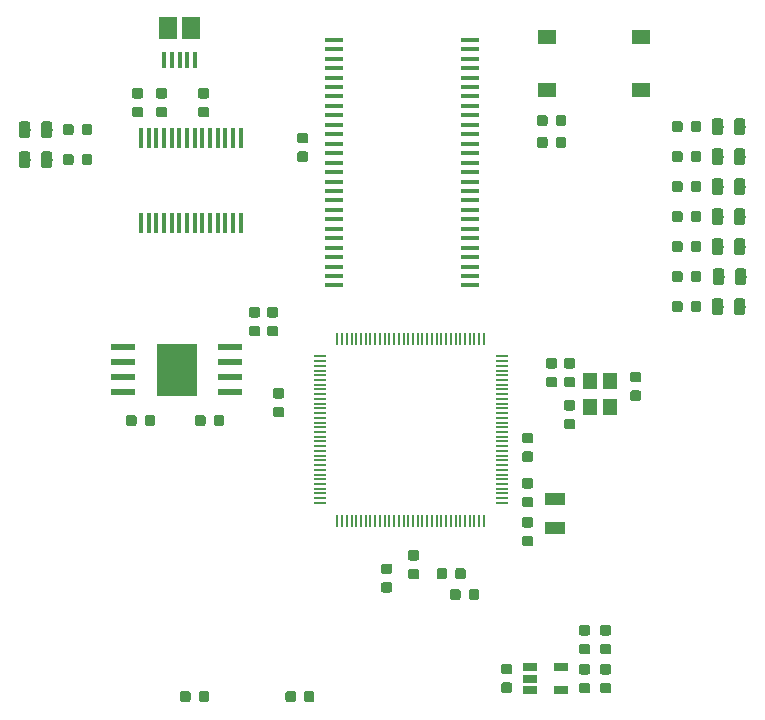
<source format=gbr>
G04 #@! TF.GenerationSoftware,KiCad,Pcbnew,5.1.2*
G04 #@! TF.CreationDate,2019-07-22T21:22:39-05:00*
G04 #@! TF.ProjectId,Raptor2000,52617074-6f72-4323-9030-302e6b696361,A*
G04 #@! TF.SameCoordinates,Original*
G04 #@! TF.FileFunction,Paste,Top*
G04 #@! TF.FilePolarity,Positive*
%FSLAX46Y46*%
G04 Gerber Fmt 4.6, Leading zero omitted, Abs format (unit mm)*
G04 Created by KiCad (PCBNEW 5.1.2) date 2019-07-22 21:22:39*
%MOMM*%
%LPD*%
G04 APERTURE LIST*
%ADD10C,0.100000*%
%ADD11C,0.875000*%
%ADD12C,0.975000*%
%ADD13R,0.230000X1.000000*%
%ADD14R,1.000000X0.230000*%
%ADD15R,1.220000X0.650000*%
%ADD16R,1.800000X1.000000*%
%ADD17R,1.200000X1.400000*%
%ADD18R,0.450000X1.750000*%
%ADD19R,3.500000X4.500000*%
%ADD20R,2.000000X0.500000*%
%ADD21R,1.510000X0.458000*%
%ADD22R,1.550000X1.300000*%
%ADD23R,1.500000X1.900000*%
%ADD24R,0.400000X1.350000*%
G04 APERTURE END LIST*
D10*
G36*
X159345691Y-68487053D02*
G01*
X159366926Y-68490203D01*
X159387750Y-68495419D01*
X159407962Y-68502651D01*
X159427368Y-68511830D01*
X159445781Y-68522866D01*
X159463024Y-68535654D01*
X159478930Y-68550070D01*
X159493346Y-68565976D01*
X159506134Y-68583219D01*
X159517170Y-68601632D01*
X159526349Y-68621038D01*
X159533581Y-68641250D01*
X159538797Y-68662074D01*
X159541947Y-68683309D01*
X159543000Y-68704750D01*
X159543000Y-69217250D01*
X159541947Y-69238691D01*
X159538797Y-69259926D01*
X159533581Y-69280750D01*
X159526349Y-69300962D01*
X159517170Y-69320368D01*
X159506134Y-69338781D01*
X159493346Y-69356024D01*
X159478930Y-69371930D01*
X159463024Y-69386346D01*
X159445781Y-69399134D01*
X159427368Y-69410170D01*
X159407962Y-69419349D01*
X159387750Y-69426581D01*
X159366926Y-69431797D01*
X159345691Y-69434947D01*
X159324250Y-69436000D01*
X158886750Y-69436000D01*
X158865309Y-69434947D01*
X158844074Y-69431797D01*
X158823250Y-69426581D01*
X158803038Y-69419349D01*
X158783632Y-69410170D01*
X158765219Y-69399134D01*
X158747976Y-69386346D01*
X158732070Y-69371930D01*
X158717654Y-69356024D01*
X158704866Y-69338781D01*
X158693830Y-69320368D01*
X158684651Y-69300962D01*
X158677419Y-69280750D01*
X158672203Y-69259926D01*
X158669053Y-69238691D01*
X158668000Y-69217250D01*
X158668000Y-68704750D01*
X158669053Y-68683309D01*
X158672203Y-68662074D01*
X158677419Y-68641250D01*
X158684651Y-68621038D01*
X158693830Y-68601632D01*
X158704866Y-68583219D01*
X158717654Y-68565976D01*
X158732070Y-68550070D01*
X158747976Y-68535654D01*
X158765219Y-68522866D01*
X158783632Y-68511830D01*
X158803038Y-68502651D01*
X158823250Y-68495419D01*
X158844074Y-68490203D01*
X158865309Y-68487053D01*
X158886750Y-68486000D01*
X159324250Y-68486000D01*
X159345691Y-68487053D01*
X159345691Y-68487053D01*
G37*
D11*
X159105500Y-68961000D03*
D10*
G36*
X160920691Y-68487053D02*
G01*
X160941926Y-68490203D01*
X160962750Y-68495419D01*
X160982962Y-68502651D01*
X161002368Y-68511830D01*
X161020781Y-68522866D01*
X161038024Y-68535654D01*
X161053930Y-68550070D01*
X161068346Y-68565976D01*
X161081134Y-68583219D01*
X161092170Y-68601632D01*
X161101349Y-68621038D01*
X161108581Y-68641250D01*
X161113797Y-68662074D01*
X161116947Y-68683309D01*
X161118000Y-68704750D01*
X161118000Y-69217250D01*
X161116947Y-69238691D01*
X161113797Y-69259926D01*
X161108581Y-69280750D01*
X161101349Y-69300962D01*
X161092170Y-69320368D01*
X161081134Y-69338781D01*
X161068346Y-69356024D01*
X161053930Y-69371930D01*
X161038024Y-69386346D01*
X161020781Y-69399134D01*
X161002368Y-69410170D01*
X160982962Y-69419349D01*
X160962750Y-69426581D01*
X160941926Y-69431797D01*
X160920691Y-69434947D01*
X160899250Y-69436000D01*
X160461750Y-69436000D01*
X160440309Y-69434947D01*
X160419074Y-69431797D01*
X160398250Y-69426581D01*
X160378038Y-69419349D01*
X160358632Y-69410170D01*
X160340219Y-69399134D01*
X160322976Y-69386346D01*
X160307070Y-69371930D01*
X160292654Y-69356024D01*
X160279866Y-69338781D01*
X160268830Y-69320368D01*
X160259651Y-69300962D01*
X160252419Y-69280750D01*
X160247203Y-69259926D01*
X160244053Y-69238691D01*
X160243000Y-69217250D01*
X160243000Y-68704750D01*
X160244053Y-68683309D01*
X160247203Y-68662074D01*
X160252419Y-68641250D01*
X160259651Y-68621038D01*
X160268830Y-68601632D01*
X160279866Y-68583219D01*
X160292654Y-68565976D01*
X160307070Y-68550070D01*
X160322976Y-68535654D01*
X160340219Y-68522866D01*
X160358632Y-68511830D01*
X160378038Y-68502651D01*
X160398250Y-68495419D01*
X160419074Y-68490203D01*
X160440309Y-68487053D01*
X160461750Y-68486000D01*
X160899250Y-68486000D01*
X160920691Y-68487053D01*
X160920691Y-68487053D01*
G37*
D11*
X160680500Y-68961000D03*
D10*
G36*
X115535142Y-69722674D02*
G01*
X115558803Y-69726184D01*
X115582007Y-69731996D01*
X115604529Y-69740054D01*
X115626153Y-69750282D01*
X115646670Y-69762579D01*
X115665883Y-69776829D01*
X115683607Y-69792893D01*
X115699671Y-69810617D01*
X115713921Y-69829830D01*
X115726218Y-69850347D01*
X115736446Y-69871971D01*
X115744504Y-69894493D01*
X115750316Y-69917697D01*
X115753826Y-69941358D01*
X115755000Y-69965250D01*
X115755000Y-70877750D01*
X115753826Y-70901642D01*
X115750316Y-70925303D01*
X115744504Y-70948507D01*
X115736446Y-70971029D01*
X115726218Y-70992653D01*
X115713921Y-71013170D01*
X115699671Y-71032383D01*
X115683607Y-71050107D01*
X115665883Y-71066171D01*
X115646670Y-71080421D01*
X115626153Y-71092718D01*
X115604529Y-71102946D01*
X115582007Y-71111004D01*
X115558803Y-71116816D01*
X115535142Y-71120326D01*
X115511250Y-71121500D01*
X115023750Y-71121500D01*
X114999858Y-71120326D01*
X114976197Y-71116816D01*
X114952993Y-71111004D01*
X114930471Y-71102946D01*
X114908847Y-71092718D01*
X114888330Y-71080421D01*
X114869117Y-71066171D01*
X114851393Y-71050107D01*
X114835329Y-71032383D01*
X114821079Y-71013170D01*
X114808782Y-70992653D01*
X114798554Y-70971029D01*
X114790496Y-70948507D01*
X114784684Y-70925303D01*
X114781174Y-70901642D01*
X114780000Y-70877750D01*
X114780000Y-69965250D01*
X114781174Y-69941358D01*
X114784684Y-69917697D01*
X114790496Y-69894493D01*
X114798554Y-69871971D01*
X114808782Y-69850347D01*
X114821079Y-69829830D01*
X114835329Y-69810617D01*
X114851393Y-69792893D01*
X114869117Y-69776829D01*
X114888330Y-69762579D01*
X114908847Y-69750282D01*
X114930471Y-69740054D01*
X114952993Y-69731996D01*
X114976197Y-69726184D01*
X114999858Y-69722674D01*
X115023750Y-69721500D01*
X115511250Y-69721500D01*
X115535142Y-69722674D01*
X115535142Y-69722674D01*
G37*
D12*
X115267500Y-70421500D03*
D10*
G36*
X117410142Y-69722674D02*
G01*
X117433803Y-69726184D01*
X117457007Y-69731996D01*
X117479529Y-69740054D01*
X117501153Y-69750282D01*
X117521670Y-69762579D01*
X117540883Y-69776829D01*
X117558607Y-69792893D01*
X117574671Y-69810617D01*
X117588921Y-69829830D01*
X117601218Y-69850347D01*
X117611446Y-69871971D01*
X117619504Y-69894493D01*
X117625316Y-69917697D01*
X117628826Y-69941358D01*
X117630000Y-69965250D01*
X117630000Y-70877750D01*
X117628826Y-70901642D01*
X117625316Y-70925303D01*
X117619504Y-70948507D01*
X117611446Y-70971029D01*
X117601218Y-70992653D01*
X117588921Y-71013170D01*
X117574671Y-71032383D01*
X117558607Y-71050107D01*
X117540883Y-71066171D01*
X117521670Y-71080421D01*
X117501153Y-71092718D01*
X117479529Y-71102946D01*
X117457007Y-71111004D01*
X117433803Y-71116816D01*
X117410142Y-71120326D01*
X117386250Y-71121500D01*
X116898750Y-71121500D01*
X116874858Y-71120326D01*
X116851197Y-71116816D01*
X116827993Y-71111004D01*
X116805471Y-71102946D01*
X116783847Y-71092718D01*
X116763330Y-71080421D01*
X116744117Y-71066171D01*
X116726393Y-71050107D01*
X116710329Y-71032383D01*
X116696079Y-71013170D01*
X116683782Y-70992653D01*
X116673554Y-70971029D01*
X116665496Y-70948507D01*
X116659684Y-70925303D01*
X116656174Y-70901642D01*
X116655000Y-70877750D01*
X116655000Y-69965250D01*
X116656174Y-69941358D01*
X116659684Y-69917697D01*
X116665496Y-69894493D01*
X116673554Y-69871971D01*
X116683782Y-69850347D01*
X116696079Y-69829830D01*
X116710329Y-69810617D01*
X116726393Y-69792893D01*
X116744117Y-69776829D01*
X116763330Y-69762579D01*
X116783847Y-69750282D01*
X116805471Y-69740054D01*
X116827993Y-69731996D01*
X116851197Y-69726184D01*
X116874858Y-69722674D01*
X116898750Y-69721500D01*
X117386250Y-69721500D01*
X117410142Y-69722674D01*
X117410142Y-69722674D01*
G37*
D12*
X117142500Y-70421500D03*
D10*
G36*
X115535142Y-67182674D02*
G01*
X115558803Y-67186184D01*
X115582007Y-67191996D01*
X115604529Y-67200054D01*
X115626153Y-67210282D01*
X115646670Y-67222579D01*
X115665883Y-67236829D01*
X115683607Y-67252893D01*
X115699671Y-67270617D01*
X115713921Y-67289830D01*
X115726218Y-67310347D01*
X115736446Y-67331971D01*
X115744504Y-67354493D01*
X115750316Y-67377697D01*
X115753826Y-67401358D01*
X115755000Y-67425250D01*
X115755000Y-68337750D01*
X115753826Y-68361642D01*
X115750316Y-68385303D01*
X115744504Y-68408507D01*
X115736446Y-68431029D01*
X115726218Y-68452653D01*
X115713921Y-68473170D01*
X115699671Y-68492383D01*
X115683607Y-68510107D01*
X115665883Y-68526171D01*
X115646670Y-68540421D01*
X115626153Y-68552718D01*
X115604529Y-68562946D01*
X115582007Y-68571004D01*
X115558803Y-68576816D01*
X115535142Y-68580326D01*
X115511250Y-68581500D01*
X115023750Y-68581500D01*
X114999858Y-68580326D01*
X114976197Y-68576816D01*
X114952993Y-68571004D01*
X114930471Y-68562946D01*
X114908847Y-68552718D01*
X114888330Y-68540421D01*
X114869117Y-68526171D01*
X114851393Y-68510107D01*
X114835329Y-68492383D01*
X114821079Y-68473170D01*
X114808782Y-68452653D01*
X114798554Y-68431029D01*
X114790496Y-68408507D01*
X114784684Y-68385303D01*
X114781174Y-68361642D01*
X114780000Y-68337750D01*
X114780000Y-67425250D01*
X114781174Y-67401358D01*
X114784684Y-67377697D01*
X114790496Y-67354493D01*
X114798554Y-67331971D01*
X114808782Y-67310347D01*
X114821079Y-67289830D01*
X114835329Y-67270617D01*
X114851393Y-67252893D01*
X114869117Y-67236829D01*
X114888330Y-67222579D01*
X114908847Y-67210282D01*
X114930471Y-67200054D01*
X114952993Y-67191996D01*
X114976197Y-67186184D01*
X114999858Y-67182674D01*
X115023750Y-67181500D01*
X115511250Y-67181500D01*
X115535142Y-67182674D01*
X115535142Y-67182674D01*
G37*
D12*
X115267500Y-67881500D03*
D10*
G36*
X117410142Y-67182674D02*
G01*
X117433803Y-67186184D01*
X117457007Y-67191996D01*
X117479529Y-67200054D01*
X117501153Y-67210282D01*
X117521670Y-67222579D01*
X117540883Y-67236829D01*
X117558607Y-67252893D01*
X117574671Y-67270617D01*
X117588921Y-67289830D01*
X117601218Y-67310347D01*
X117611446Y-67331971D01*
X117619504Y-67354493D01*
X117625316Y-67377697D01*
X117628826Y-67401358D01*
X117630000Y-67425250D01*
X117630000Y-68337750D01*
X117628826Y-68361642D01*
X117625316Y-68385303D01*
X117619504Y-68408507D01*
X117611446Y-68431029D01*
X117601218Y-68452653D01*
X117588921Y-68473170D01*
X117574671Y-68492383D01*
X117558607Y-68510107D01*
X117540883Y-68526171D01*
X117521670Y-68540421D01*
X117501153Y-68552718D01*
X117479529Y-68562946D01*
X117457007Y-68571004D01*
X117433803Y-68576816D01*
X117410142Y-68580326D01*
X117386250Y-68581500D01*
X116898750Y-68581500D01*
X116874858Y-68580326D01*
X116851197Y-68576816D01*
X116827993Y-68571004D01*
X116805471Y-68562946D01*
X116783847Y-68552718D01*
X116763330Y-68540421D01*
X116744117Y-68526171D01*
X116726393Y-68510107D01*
X116710329Y-68492383D01*
X116696079Y-68473170D01*
X116683782Y-68452653D01*
X116673554Y-68431029D01*
X116665496Y-68408507D01*
X116659684Y-68385303D01*
X116656174Y-68361642D01*
X116655000Y-68337750D01*
X116655000Y-67425250D01*
X116656174Y-67401358D01*
X116659684Y-67377697D01*
X116665496Y-67354493D01*
X116673554Y-67331971D01*
X116683782Y-67310347D01*
X116696079Y-67289830D01*
X116710329Y-67270617D01*
X116726393Y-67252893D01*
X116744117Y-67236829D01*
X116763330Y-67222579D01*
X116783847Y-67210282D01*
X116805471Y-67200054D01*
X116827993Y-67191996D01*
X116851197Y-67186184D01*
X116874858Y-67182674D01*
X116898750Y-67181500D01*
X117386250Y-67181500D01*
X117410142Y-67182674D01*
X117410142Y-67182674D01*
G37*
D12*
X117142500Y-67881500D03*
D10*
G36*
X164742691Y-111412553D02*
G01*
X164763926Y-111415703D01*
X164784750Y-111420919D01*
X164804962Y-111428151D01*
X164824368Y-111437330D01*
X164842781Y-111448366D01*
X164860024Y-111461154D01*
X164875930Y-111475570D01*
X164890346Y-111491476D01*
X164903134Y-111508719D01*
X164914170Y-111527132D01*
X164923349Y-111546538D01*
X164930581Y-111566750D01*
X164935797Y-111587574D01*
X164938947Y-111608809D01*
X164940000Y-111630250D01*
X164940000Y-112067750D01*
X164938947Y-112089191D01*
X164935797Y-112110426D01*
X164930581Y-112131250D01*
X164923349Y-112151462D01*
X164914170Y-112170868D01*
X164903134Y-112189281D01*
X164890346Y-112206524D01*
X164875930Y-112222430D01*
X164860024Y-112236846D01*
X164842781Y-112249634D01*
X164824368Y-112260670D01*
X164804962Y-112269849D01*
X164784750Y-112277081D01*
X164763926Y-112282297D01*
X164742691Y-112285447D01*
X164721250Y-112286500D01*
X164208750Y-112286500D01*
X164187309Y-112285447D01*
X164166074Y-112282297D01*
X164145250Y-112277081D01*
X164125038Y-112269849D01*
X164105632Y-112260670D01*
X164087219Y-112249634D01*
X164069976Y-112236846D01*
X164054070Y-112222430D01*
X164039654Y-112206524D01*
X164026866Y-112189281D01*
X164015830Y-112170868D01*
X164006651Y-112151462D01*
X163999419Y-112131250D01*
X163994203Y-112110426D01*
X163991053Y-112089191D01*
X163990000Y-112067750D01*
X163990000Y-111630250D01*
X163991053Y-111608809D01*
X163994203Y-111587574D01*
X163999419Y-111566750D01*
X164006651Y-111546538D01*
X164015830Y-111527132D01*
X164026866Y-111508719D01*
X164039654Y-111491476D01*
X164054070Y-111475570D01*
X164069976Y-111461154D01*
X164087219Y-111448366D01*
X164105632Y-111437330D01*
X164125038Y-111428151D01*
X164145250Y-111420919D01*
X164166074Y-111415703D01*
X164187309Y-111412553D01*
X164208750Y-111411500D01*
X164721250Y-111411500D01*
X164742691Y-111412553D01*
X164742691Y-111412553D01*
G37*
D11*
X164465000Y-111849000D03*
D10*
G36*
X164742691Y-109837553D02*
G01*
X164763926Y-109840703D01*
X164784750Y-109845919D01*
X164804962Y-109853151D01*
X164824368Y-109862330D01*
X164842781Y-109873366D01*
X164860024Y-109886154D01*
X164875930Y-109900570D01*
X164890346Y-109916476D01*
X164903134Y-109933719D01*
X164914170Y-109952132D01*
X164923349Y-109971538D01*
X164930581Y-109991750D01*
X164935797Y-110012574D01*
X164938947Y-110033809D01*
X164940000Y-110055250D01*
X164940000Y-110492750D01*
X164938947Y-110514191D01*
X164935797Y-110535426D01*
X164930581Y-110556250D01*
X164923349Y-110576462D01*
X164914170Y-110595868D01*
X164903134Y-110614281D01*
X164890346Y-110631524D01*
X164875930Y-110647430D01*
X164860024Y-110661846D01*
X164842781Y-110674634D01*
X164824368Y-110685670D01*
X164804962Y-110694849D01*
X164784750Y-110702081D01*
X164763926Y-110707297D01*
X164742691Y-110710447D01*
X164721250Y-110711500D01*
X164208750Y-110711500D01*
X164187309Y-110710447D01*
X164166074Y-110707297D01*
X164145250Y-110702081D01*
X164125038Y-110694849D01*
X164105632Y-110685670D01*
X164087219Y-110674634D01*
X164069976Y-110661846D01*
X164054070Y-110647430D01*
X164039654Y-110631524D01*
X164026866Y-110614281D01*
X164015830Y-110595868D01*
X164006651Y-110576462D01*
X163999419Y-110556250D01*
X163994203Y-110535426D01*
X163991053Y-110514191D01*
X163990000Y-110492750D01*
X163990000Y-110055250D01*
X163991053Y-110033809D01*
X163994203Y-110012574D01*
X163999419Y-109991750D01*
X164006651Y-109971538D01*
X164015830Y-109952132D01*
X164026866Y-109933719D01*
X164039654Y-109916476D01*
X164054070Y-109900570D01*
X164069976Y-109886154D01*
X164087219Y-109873366D01*
X164105632Y-109862330D01*
X164125038Y-109853151D01*
X164145250Y-109845919D01*
X164166074Y-109840703D01*
X164187309Y-109837553D01*
X164208750Y-109836500D01*
X164721250Y-109836500D01*
X164742691Y-109837553D01*
X164742691Y-109837553D01*
G37*
D11*
X164465000Y-110274000D03*
D10*
G36*
X162964691Y-111412553D02*
G01*
X162985926Y-111415703D01*
X163006750Y-111420919D01*
X163026962Y-111428151D01*
X163046368Y-111437330D01*
X163064781Y-111448366D01*
X163082024Y-111461154D01*
X163097930Y-111475570D01*
X163112346Y-111491476D01*
X163125134Y-111508719D01*
X163136170Y-111527132D01*
X163145349Y-111546538D01*
X163152581Y-111566750D01*
X163157797Y-111587574D01*
X163160947Y-111608809D01*
X163162000Y-111630250D01*
X163162000Y-112067750D01*
X163160947Y-112089191D01*
X163157797Y-112110426D01*
X163152581Y-112131250D01*
X163145349Y-112151462D01*
X163136170Y-112170868D01*
X163125134Y-112189281D01*
X163112346Y-112206524D01*
X163097930Y-112222430D01*
X163082024Y-112236846D01*
X163064781Y-112249634D01*
X163046368Y-112260670D01*
X163026962Y-112269849D01*
X163006750Y-112277081D01*
X162985926Y-112282297D01*
X162964691Y-112285447D01*
X162943250Y-112286500D01*
X162430750Y-112286500D01*
X162409309Y-112285447D01*
X162388074Y-112282297D01*
X162367250Y-112277081D01*
X162347038Y-112269849D01*
X162327632Y-112260670D01*
X162309219Y-112249634D01*
X162291976Y-112236846D01*
X162276070Y-112222430D01*
X162261654Y-112206524D01*
X162248866Y-112189281D01*
X162237830Y-112170868D01*
X162228651Y-112151462D01*
X162221419Y-112131250D01*
X162216203Y-112110426D01*
X162213053Y-112089191D01*
X162212000Y-112067750D01*
X162212000Y-111630250D01*
X162213053Y-111608809D01*
X162216203Y-111587574D01*
X162221419Y-111566750D01*
X162228651Y-111546538D01*
X162237830Y-111527132D01*
X162248866Y-111508719D01*
X162261654Y-111491476D01*
X162276070Y-111475570D01*
X162291976Y-111461154D01*
X162309219Y-111448366D01*
X162327632Y-111437330D01*
X162347038Y-111428151D01*
X162367250Y-111420919D01*
X162388074Y-111415703D01*
X162409309Y-111412553D01*
X162430750Y-111411500D01*
X162943250Y-111411500D01*
X162964691Y-111412553D01*
X162964691Y-111412553D01*
G37*
D11*
X162687000Y-111849000D03*
D10*
G36*
X162964691Y-109837553D02*
G01*
X162985926Y-109840703D01*
X163006750Y-109845919D01*
X163026962Y-109853151D01*
X163046368Y-109862330D01*
X163064781Y-109873366D01*
X163082024Y-109886154D01*
X163097930Y-109900570D01*
X163112346Y-109916476D01*
X163125134Y-109933719D01*
X163136170Y-109952132D01*
X163145349Y-109971538D01*
X163152581Y-109991750D01*
X163157797Y-110012574D01*
X163160947Y-110033809D01*
X163162000Y-110055250D01*
X163162000Y-110492750D01*
X163160947Y-110514191D01*
X163157797Y-110535426D01*
X163152581Y-110556250D01*
X163145349Y-110576462D01*
X163136170Y-110595868D01*
X163125134Y-110614281D01*
X163112346Y-110631524D01*
X163097930Y-110647430D01*
X163082024Y-110661846D01*
X163064781Y-110674634D01*
X163046368Y-110685670D01*
X163026962Y-110694849D01*
X163006750Y-110702081D01*
X162985926Y-110707297D01*
X162964691Y-110710447D01*
X162943250Y-110711500D01*
X162430750Y-110711500D01*
X162409309Y-110710447D01*
X162388074Y-110707297D01*
X162367250Y-110702081D01*
X162347038Y-110694849D01*
X162327632Y-110685670D01*
X162309219Y-110674634D01*
X162291976Y-110661846D01*
X162276070Y-110647430D01*
X162261654Y-110631524D01*
X162248866Y-110614281D01*
X162237830Y-110595868D01*
X162228651Y-110576462D01*
X162221419Y-110556250D01*
X162216203Y-110535426D01*
X162213053Y-110514191D01*
X162212000Y-110492750D01*
X162212000Y-110055250D01*
X162213053Y-110033809D01*
X162216203Y-110012574D01*
X162221419Y-109991750D01*
X162228651Y-109971538D01*
X162237830Y-109952132D01*
X162248866Y-109933719D01*
X162261654Y-109916476D01*
X162276070Y-109900570D01*
X162291976Y-109886154D01*
X162309219Y-109873366D01*
X162327632Y-109862330D01*
X162347038Y-109853151D01*
X162367250Y-109845919D01*
X162388074Y-109840703D01*
X162409309Y-109837553D01*
X162430750Y-109836500D01*
X162943250Y-109836500D01*
X162964691Y-109837553D01*
X162964691Y-109837553D01*
G37*
D11*
X162687000Y-110274000D03*
D13*
X141755000Y-85581500D03*
X142155000Y-85581500D03*
X142555000Y-85581500D03*
X142955000Y-85581500D03*
X143355000Y-85581500D03*
X143755000Y-85581500D03*
X144155000Y-85581500D03*
X144555000Y-85581500D03*
X144955000Y-85581500D03*
X145355000Y-85581500D03*
X145755000Y-85581500D03*
X146155000Y-85581500D03*
X146555000Y-85581500D03*
X146955000Y-85581500D03*
X147355000Y-85581500D03*
X147755000Y-85581500D03*
X148155000Y-85581500D03*
X148555000Y-85581500D03*
X148955000Y-85581500D03*
X149355000Y-85581500D03*
X149755000Y-85581500D03*
X150155000Y-85581500D03*
X150555000Y-85581500D03*
X150955000Y-85581500D03*
X151355000Y-85581500D03*
X151755000Y-85581500D03*
X152155000Y-85581500D03*
X152555000Y-85581500D03*
X152955000Y-85581500D03*
X153355000Y-85581500D03*
X153755000Y-85581500D03*
X154155000Y-85581500D03*
D14*
X155655000Y-87081500D03*
X155655000Y-87481500D03*
X155655000Y-87881500D03*
X155655000Y-88281500D03*
X155655000Y-88681500D03*
X155655000Y-89081500D03*
X155655000Y-89481500D03*
X155655000Y-89881500D03*
X155655000Y-90281500D03*
X155655000Y-90681500D03*
X155655000Y-91081500D03*
X155655000Y-91481500D03*
X155655000Y-91881500D03*
X155655000Y-92281500D03*
X155655000Y-92681500D03*
X155655000Y-93081500D03*
X155655000Y-93481500D03*
X155655000Y-93881500D03*
X155655000Y-94281500D03*
X155655000Y-94681500D03*
X155655000Y-95081500D03*
X155655000Y-95481500D03*
X155655000Y-95881500D03*
X155655000Y-96281500D03*
X155655000Y-96681500D03*
X155655000Y-97081500D03*
X155655000Y-97481500D03*
X155655000Y-97881500D03*
X155655000Y-98281500D03*
X155655000Y-98681500D03*
X155655000Y-99081500D03*
X155655000Y-99481500D03*
D13*
X154155000Y-100981500D03*
X153755000Y-100981500D03*
X153355000Y-100981500D03*
X152955000Y-100981500D03*
X152555000Y-100981500D03*
X152155000Y-100981500D03*
X151755000Y-100981500D03*
X151355000Y-100981500D03*
X150955000Y-100981500D03*
X150555000Y-100981500D03*
X150155000Y-100981500D03*
X149755000Y-100981500D03*
X149355000Y-100981500D03*
X148955000Y-100981500D03*
X148555000Y-100981500D03*
X148155000Y-100981500D03*
X147755000Y-100981500D03*
X147355000Y-100981500D03*
X146955000Y-100981500D03*
X146555000Y-100981500D03*
X146155000Y-100981500D03*
X145755000Y-100981500D03*
X145355000Y-100981500D03*
X144955000Y-100981500D03*
X144555000Y-100981500D03*
X144155000Y-100981500D03*
X143755000Y-100981500D03*
X143355000Y-100981500D03*
X142955000Y-100981500D03*
X142555000Y-100981500D03*
X142155000Y-100981500D03*
X141755000Y-100981500D03*
D14*
X140255000Y-99481500D03*
X140255000Y-99081500D03*
X140255000Y-98681500D03*
X140255000Y-98281500D03*
X140255000Y-97881500D03*
X140255000Y-97481500D03*
X140255000Y-97081500D03*
X140255000Y-96681500D03*
X140255000Y-96281500D03*
X140255000Y-95881500D03*
X140255000Y-95481500D03*
X140255000Y-95081500D03*
X140255000Y-94681500D03*
X140255000Y-94281500D03*
X140255000Y-93881500D03*
X140255000Y-93481500D03*
X140255000Y-93081500D03*
X140255000Y-92681500D03*
X140255000Y-92281500D03*
X140255000Y-91881500D03*
X140255000Y-91481500D03*
X140255000Y-91081500D03*
X140255000Y-90681500D03*
X140255000Y-90281500D03*
X140255000Y-89881500D03*
X140255000Y-89481500D03*
X140255000Y-89081500D03*
X140255000Y-88681500D03*
X140255000Y-88281500D03*
X140255000Y-87881500D03*
X140255000Y-87481500D03*
X140255000Y-87081500D03*
D10*
G36*
X156360691Y-113114053D02*
G01*
X156381926Y-113117203D01*
X156402750Y-113122419D01*
X156422962Y-113129651D01*
X156442368Y-113138830D01*
X156460781Y-113149866D01*
X156478024Y-113162654D01*
X156493930Y-113177070D01*
X156508346Y-113192976D01*
X156521134Y-113210219D01*
X156532170Y-113228632D01*
X156541349Y-113248038D01*
X156548581Y-113268250D01*
X156553797Y-113289074D01*
X156556947Y-113310309D01*
X156558000Y-113331750D01*
X156558000Y-113769250D01*
X156556947Y-113790691D01*
X156553797Y-113811926D01*
X156548581Y-113832750D01*
X156541349Y-113852962D01*
X156532170Y-113872368D01*
X156521134Y-113890781D01*
X156508346Y-113908024D01*
X156493930Y-113923930D01*
X156478024Y-113938346D01*
X156460781Y-113951134D01*
X156442368Y-113962170D01*
X156422962Y-113971349D01*
X156402750Y-113978581D01*
X156381926Y-113983797D01*
X156360691Y-113986947D01*
X156339250Y-113988000D01*
X155826750Y-113988000D01*
X155805309Y-113986947D01*
X155784074Y-113983797D01*
X155763250Y-113978581D01*
X155743038Y-113971349D01*
X155723632Y-113962170D01*
X155705219Y-113951134D01*
X155687976Y-113938346D01*
X155672070Y-113923930D01*
X155657654Y-113908024D01*
X155644866Y-113890781D01*
X155633830Y-113872368D01*
X155624651Y-113852962D01*
X155617419Y-113832750D01*
X155612203Y-113811926D01*
X155609053Y-113790691D01*
X155608000Y-113769250D01*
X155608000Y-113331750D01*
X155609053Y-113310309D01*
X155612203Y-113289074D01*
X155617419Y-113268250D01*
X155624651Y-113248038D01*
X155633830Y-113228632D01*
X155644866Y-113210219D01*
X155657654Y-113192976D01*
X155672070Y-113177070D01*
X155687976Y-113162654D01*
X155705219Y-113149866D01*
X155723632Y-113138830D01*
X155743038Y-113129651D01*
X155763250Y-113122419D01*
X155784074Y-113117203D01*
X155805309Y-113114053D01*
X155826750Y-113113000D01*
X156339250Y-113113000D01*
X156360691Y-113114053D01*
X156360691Y-113114053D01*
G37*
D11*
X156083000Y-113550500D03*
D10*
G36*
X156360691Y-114689053D02*
G01*
X156381926Y-114692203D01*
X156402750Y-114697419D01*
X156422962Y-114704651D01*
X156442368Y-114713830D01*
X156460781Y-114724866D01*
X156478024Y-114737654D01*
X156493930Y-114752070D01*
X156508346Y-114767976D01*
X156521134Y-114785219D01*
X156532170Y-114803632D01*
X156541349Y-114823038D01*
X156548581Y-114843250D01*
X156553797Y-114864074D01*
X156556947Y-114885309D01*
X156558000Y-114906750D01*
X156558000Y-115344250D01*
X156556947Y-115365691D01*
X156553797Y-115386926D01*
X156548581Y-115407750D01*
X156541349Y-115427962D01*
X156532170Y-115447368D01*
X156521134Y-115465781D01*
X156508346Y-115483024D01*
X156493930Y-115498930D01*
X156478024Y-115513346D01*
X156460781Y-115526134D01*
X156442368Y-115537170D01*
X156422962Y-115546349D01*
X156402750Y-115553581D01*
X156381926Y-115558797D01*
X156360691Y-115561947D01*
X156339250Y-115563000D01*
X155826750Y-115563000D01*
X155805309Y-115561947D01*
X155784074Y-115558797D01*
X155763250Y-115553581D01*
X155743038Y-115546349D01*
X155723632Y-115537170D01*
X155705219Y-115526134D01*
X155687976Y-115513346D01*
X155672070Y-115498930D01*
X155657654Y-115483024D01*
X155644866Y-115465781D01*
X155633830Y-115447368D01*
X155624651Y-115427962D01*
X155617419Y-115407750D01*
X155612203Y-115386926D01*
X155609053Y-115365691D01*
X155608000Y-115344250D01*
X155608000Y-114906750D01*
X155609053Y-114885309D01*
X155612203Y-114864074D01*
X155617419Y-114843250D01*
X155624651Y-114823038D01*
X155633830Y-114803632D01*
X155644866Y-114785219D01*
X155657654Y-114767976D01*
X155672070Y-114752070D01*
X155687976Y-114737654D01*
X155705219Y-114724866D01*
X155723632Y-114713830D01*
X155743038Y-114704651D01*
X155763250Y-114697419D01*
X155784074Y-114692203D01*
X155805309Y-114689053D01*
X155826750Y-114688000D01*
X156339250Y-114688000D01*
X156360691Y-114689053D01*
X156360691Y-114689053D01*
G37*
D11*
X156083000Y-115125500D03*
D15*
X160695000Y-113413500D03*
X160695000Y-115313500D03*
X158075000Y-115313500D03*
X158075000Y-114363500D03*
X158075000Y-113413500D03*
D10*
G36*
X164742691Y-114714553D02*
G01*
X164763926Y-114717703D01*
X164784750Y-114722919D01*
X164804962Y-114730151D01*
X164824368Y-114739330D01*
X164842781Y-114750366D01*
X164860024Y-114763154D01*
X164875930Y-114777570D01*
X164890346Y-114793476D01*
X164903134Y-114810719D01*
X164914170Y-114829132D01*
X164923349Y-114848538D01*
X164930581Y-114868750D01*
X164935797Y-114889574D01*
X164938947Y-114910809D01*
X164940000Y-114932250D01*
X164940000Y-115369750D01*
X164938947Y-115391191D01*
X164935797Y-115412426D01*
X164930581Y-115433250D01*
X164923349Y-115453462D01*
X164914170Y-115472868D01*
X164903134Y-115491281D01*
X164890346Y-115508524D01*
X164875930Y-115524430D01*
X164860024Y-115538846D01*
X164842781Y-115551634D01*
X164824368Y-115562670D01*
X164804962Y-115571849D01*
X164784750Y-115579081D01*
X164763926Y-115584297D01*
X164742691Y-115587447D01*
X164721250Y-115588500D01*
X164208750Y-115588500D01*
X164187309Y-115587447D01*
X164166074Y-115584297D01*
X164145250Y-115579081D01*
X164125038Y-115571849D01*
X164105632Y-115562670D01*
X164087219Y-115551634D01*
X164069976Y-115538846D01*
X164054070Y-115524430D01*
X164039654Y-115508524D01*
X164026866Y-115491281D01*
X164015830Y-115472868D01*
X164006651Y-115453462D01*
X163999419Y-115433250D01*
X163994203Y-115412426D01*
X163991053Y-115391191D01*
X163990000Y-115369750D01*
X163990000Y-114932250D01*
X163991053Y-114910809D01*
X163994203Y-114889574D01*
X163999419Y-114868750D01*
X164006651Y-114848538D01*
X164015830Y-114829132D01*
X164026866Y-114810719D01*
X164039654Y-114793476D01*
X164054070Y-114777570D01*
X164069976Y-114763154D01*
X164087219Y-114750366D01*
X164105632Y-114739330D01*
X164125038Y-114730151D01*
X164145250Y-114722919D01*
X164166074Y-114717703D01*
X164187309Y-114714553D01*
X164208750Y-114713500D01*
X164721250Y-114713500D01*
X164742691Y-114714553D01*
X164742691Y-114714553D01*
G37*
D11*
X164465000Y-115151000D03*
D10*
G36*
X164742691Y-113139553D02*
G01*
X164763926Y-113142703D01*
X164784750Y-113147919D01*
X164804962Y-113155151D01*
X164824368Y-113164330D01*
X164842781Y-113175366D01*
X164860024Y-113188154D01*
X164875930Y-113202570D01*
X164890346Y-113218476D01*
X164903134Y-113235719D01*
X164914170Y-113254132D01*
X164923349Y-113273538D01*
X164930581Y-113293750D01*
X164935797Y-113314574D01*
X164938947Y-113335809D01*
X164940000Y-113357250D01*
X164940000Y-113794750D01*
X164938947Y-113816191D01*
X164935797Y-113837426D01*
X164930581Y-113858250D01*
X164923349Y-113878462D01*
X164914170Y-113897868D01*
X164903134Y-113916281D01*
X164890346Y-113933524D01*
X164875930Y-113949430D01*
X164860024Y-113963846D01*
X164842781Y-113976634D01*
X164824368Y-113987670D01*
X164804962Y-113996849D01*
X164784750Y-114004081D01*
X164763926Y-114009297D01*
X164742691Y-114012447D01*
X164721250Y-114013500D01*
X164208750Y-114013500D01*
X164187309Y-114012447D01*
X164166074Y-114009297D01*
X164145250Y-114004081D01*
X164125038Y-113996849D01*
X164105632Y-113987670D01*
X164087219Y-113976634D01*
X164069976Y-113963846D01*
X164054070Y-113949430D01*
X164039654Y-113933524D01*
X164026866Y-113916281D01*
X164015830Y-113897868D01*
X164006651Y-113878462D01*
X163999419Y-113858250D01*
X163994203Y-113837426D01*
X163991053Y-113816191D01*
X163990000Y-113794750D01*
X163990000Y-113357250D01*
X163991053Y-113335809D01*
X163994203Y-113314574D01*
X163999419Y-113293750D01*
X164006651Y-113273538D01*
X164015830Y-113254132D01*
X164026866Y-113235719D01*
X164039654Y-113218476D01*
X164054070Y-113202570D01*
X164069976Y-113188154D01*
X164087219Y-113175366D01*
X164105632Y-113164330D01*
X164125038Y-113155151D01*
X164145250Y-113147919D01*
X164166074Y-113142703D01*
X164187309Y-113139553D01*
X164208750Y-113138500D01*
X164721250Y-113138500D01*
X164742691Y-113139553D01*
X164742691Y-113139553D01*
G37*
D11*
X164465000Y-113576000D03*
D10*
G36*
X162964691Y-114714553D02*
G01*
X162985926Y-114717703D01*
X163006750Y-114722919D01*
X163026962Y-114730151D01*
X163046368Y-114739330D01*
X163064781Y-114750366D01*
X163082024Y-114763154D01*
X163097930Y-114777570D01*
X163112346Y-114793476D01*
X163125134Y-114810719D01*
X163136170Y-114829132D01*
X163145349Y-114848538D01*
X163152581Y-114868750D01*
X163157797Y-114889574D01*
X163160947Y-114910809D01*
X163162000Y-114932250D01*
X163162000Y-115369750D01*
X163160947Y-115391191D01*
X163157797Y-115412426D01*
X163152581Y-115433250D01*
X163145349Y-115453462D01*
X163136170Y-115472868D01*
X163125134Y-115491281D01*
X163112346Y-115508524D01*
X163097930Y-115524430D01*
X163082024Y-115538846D01*
X163064781Y-115551634D01*
X163046368Y-115562670D01*
X163026962Y-115571849D01*
X163006750Y-115579081D01*
X162985926Y-115584297D01*
X162964691Y-115587447D01*
X162943250Y-115588500D01*
X162430750Y-115588500D01*
X162409309Y-115587447D01*
X162388074Y-115584297D01*
X162367250Y-115579081D01*
X162347038Y-115571849D01*
X162327632Y-115562670D01*
X162309219Y-115551634D01*
X162291976Y-115538846D01*
X162276070Y-115524430D01*
X162261654Y-115508524D01*
X162248866Y-115491281D01*
X162237830Y-115472868D01*
X162228651Y-115453462D01*
X162221419Y-115433250D01*
X162216203Y-115412426D01*
X162213053Y-115391191D01*
X162212000Y-115369750D01*
X162212000Y-114932250D01*
X162213053Y-114910809D01*
X162216203Y-114889574D01*
X162221419Y-114868750D01*
X162228651Y-114848538D01*
X162237830Y-114829132D01*
X162248866Y-114810719D01*
X162261654Y-114793476D01*
X162276070Y-114777570D01*
X162291976Y-114763154D01*
X162309219Y-114750366D01*
X162327632Y-114739330D01*
X162347038Y-114730151D01*
X162367250Y-114722919D01*
X162388074Y-114717703D01*
X162409309Y-114714553D01*
X162430750Y-114713500D01*
X162943250Y-114713500D01*
X162964691Y-114714553D01*
X162964691Y-114714553D01*
G37*
D11*
X162687000Y-115151000D03*
D10*
G36*
X162964691Y-113139553D02*
G01*
X162985926Y-113142703D01*
X163006750Y-113147919D01*
X163026962Y-113155151D01*
X163046368Y-113164330D01*
X163064781Y-113175366D01*
X163082024Y-113188154D01*
X163097930Y-113202570D01*
X163112346Y-113218476D01*
X163125134Y-113235719D01*
X163136170Y-113254132D01*
X163145349Y-113273538D01*
X163152581Y-113293750D01*
X163157797Y-113314574D01*
X163160947Y-113335809D01*
X163162000Y-113357250D01*
X163162000Y-113794750D01*
X163160947Y-113816191D01*
X163157797Y-113837426D01*
X163152581Y-113858250D01*
X163145349Y-113878462D01*
X163136170Y-113897868D01*
X163125134Y-113916281D01*
X163112346Y-113933524D01*
X163097930Y-113949430D01*
X163082024Y-113963846D01*
X163064781Y-113976634D01*
X163046368Y-113987670D01*
X163026962Y-113996849D01*
X163006750Y-114004081D01*
X162985926Y-114009297D01*
X162964691Y-114012447D01*
X162943250Y-114013500D01*
X162430750Y-114013500D01*
X162409309Y-114012447D01*
X162388074Y-114009297D01*
X162367250Y-114004081D01*
X162347038Y-113996849D01*
X162327632Y-113987670D01*
X162309219Y-113976634D01*
X162291976Y-113963846D01*
X162276070Y-113949430D01*
X162261654Y-113933524D01*
X162248866Y-113916281D01*
X162237830Y-113897868D01*
X162228651Y-113878462D01*
X162221419Y-113858250D01*
X162216203Y-113837426D01*
X162213053Y-113816191D01*
X162212000Y-113794750D01*
X162212000Y-113357250D01*
X162213053Y-113335809D01*
X162216203Y-113314574D01*
X162221419Y-113293750D01*
X162228651Y-113273538D01*
X162237830Y-113254132D01*
X162248866Y-113235719D01*
X162261654Y-113218476D01*
X162276070Y-113202570D01*
X162291976Y-113188154D01*
X162309219Y-113175366D01*
X162327632Y-113164330D01*
X162347038Y-113155151D01*
X162367250Y-113147919D01*
X162388074Y-113142703D01*
X162409309Y-113139553D01*
X162430750Y-113138500D01*
X162943250Y-113138500D01*
X162964691Y-113139553D01*
X162964691Y-113139553D01*
G37*
D11*
X162687000Y-113576000D03*
D10*
G36*
X139088691Y-69731053D02*
G01*
X139109926Y-69734203D01*
X139130750Y-69739419D01*
X139150962Y-69746651D01*
X139170368Y-69755830D01*
X139188781Y-69766866D01*
X139206024Y-69779654D01*
X139221930Y-69794070D01*
X139236346Y-69809976D01*
X139249134Y-69827219D01*
X139260170Y-69845632D01*
X139269349Y-69865038D01*
X139276581Y-69885250D01*
X139281797Y-69906074D01*
X139284947Y-69927309D01*
X139286000Y-69948750D01*
X139286000Y-70386250D01*
X139284947Y-70407691D01*
X139281797Y-70428926D01*
X139276581Y-70449750D01*
X139269349Y-70469962D01*
X139260170Y-70489368D01*
X139249134Y-70507781D01*
X139236346Y-70525024D01*
X139221930Y-70540930D01*
X139206024Y-70555346D01*
X139188781Y-70568134D01*
X139170368Y-70579170D01*
X139150962Y-70588349D01*
X139130750Y-70595581D01*
X139109926Y-70600797D01*
X139088691Y-70603947D01*
X139067250Y-70605000D01*
X138554750Y-70605000D01*
X138533309Y-70603947D01*
X138512074Y-70600797D01*
X138491250Y-70595581D01*
X138471038Y-70588349D01*
X138451632Y-70579170D01*
X138433219Y-70568134D01*
X138415976Y-70555346D01*
X138400070Y-70540930D01*
X138385654Y-70525024D01*
X138372866Y-70507781D01*
X138361830Y-70489368D01*
X138352651Y-70469962D01*
X138345419Y-70449750D01*
X138340203Y-70428926D01*
X138337053Y-70407691D01*
X138336000Y-70386250D01*
X138336000Y-69948750D01*
X138337053Y-69927309D01*
X138340203Y-69906074D01*
X138345419Y-69885250D01*
X138352651Y-69865038D01*
X138361830Y-69845632D01*
X138372866Y-69827219D01*
X138385654Y-69809976D01*
X138400070Y-69794070D01*
X138415976Y-69779654D01*
X138433219Y-69766866D01*
X138451632Y-69755830D01*
X138471038Y-69746651D01*
X138491250Y-69739419D01*
X138512074Y-69734203D01*
X138533309Y-69731053D01*
X138554750Y-69730000D01*
X139067250Y-69730000D01*
X139088691Y-69731053D01*
X139088691Y-69731053D01*
G37*
D11*
X138811000Y-70167500D03*
D10*
G36*
X139088691Y-68156053D02*
G01*
X139109926Y-68159203D01*
X139130750Y-68164419D01*
X139150962Y-68171651D01*
X139170368Y-68180830D01*
X139188781Y-68191866D01*
X139206024Y-68204654D01*
X139221930Y-68219070D01*
X139236346Y-68234976D01*
X139249134Y-68252219D01*
X139260170Y-68270632D01*
X139269349Y-68290038D01*
X139276581Y-68310250D01*
X139281797Y-68331074D01*
X139284947Y-68352309D01*
X139286000Y-68373750D01*
X139286000Y-68811250D01*
X139284947Y-68832691D01*
X139281797Y-68853926D01*
X139276581Y-68874750D01*
X139269349Y-68894962D01*
X139260170Y-68914368D01*
X139249134Y-68932781D01*
X139236346Y-68950024D01*
X139221930Y-68965930D01*
X139206024Y-68980346D01*
X139188781Y-68993134D01*
X139170368Y-69004170D01*
X139150962Y-69013349D01*
X139130750Y-69020581D01*
X139109926Y-69025797D01*
X139088691Y-69028947D01*
X139067250Y-69030000D01*
X138554750Y-69030000D01*
X138533309Y-69028947D01*
X138512074Y-69025797D01*
X138491250Y-69020581D01*
X138471038Y-69013349D01*
X138451632Y-69004170D01*
X138433219Y-68993134D01*
X138415976Y-68980346D01*
X138400070Y-68965930D01*
X138385654Y-68950024D01*
X138372866Y-68932781D01*
X138361830Y-68914368D01*
X138352651Y-68894962D01*
X138345419Y-68874750D01*
X138340203Y-68853926D01*
X138337053Y-68832691D01*
X138336000Y-68811250D01*
X138336000Y-68373750D01*
X138337053Y-68352309D01*
X138340203Y-68331074D01*
X138345419Y-68310250D01*
X138352651Y-68290038D01*
X138361830Y-68270632D01*
X138372866Y-68252219D01*
X138385654Y-68234976D01*
X138400070Y-68219070D01*
X138415976Y-68204654D01*
X138433219Y-68191866D01*
X138451632Y-68180830D01*
X138471038Y-68171651D01*
X138491250Y-68164419D01*
X138512074Y-68159203D01*
X138533309Y-68156053D01*
X138554750Y-68155000D01*
X139067250Y-68155000D01*
X139088691Y-68156053D01*
X139088691Y-68156053D01*
G37*
D11*
X138811000Y-68592500D03*
D10*
G36*
X176084142Y-69468674D02*
G01*
X176107803Y-69472184D01*
X176131007Y-69477996D01*
X176153529Y-69486054D01*
X176175153Y-69496282D01*
X176195670Y-69508579D01*
X176214883Y-69522829D01*
X176232607Y-69538893D01*
X176248671Y-69556617D01*
X176262921Y-69575830D01*
X176275218Y-69596347D01*
X176285446Y-69617971D01*
X176293504Y-69640493D01*
X176299316Y-69663697D01*
X176302826Y-69687358D01*
X176304000Y-69711250D01*
X176304000Y-70623750D01*
X176302826Y-70647642D01*
X176299316Y-70671303D01*
X176293504Y-70694507D01*
X176285446Y-70717029D01*
X176275218Y-70738653D01*
X176262921Y-70759170D01*
X176248671Y-70778383D01*
X176232607Y-70796107D01*
X176214883Y-70812171D01*
X176195670Y-70826421D01*
X176175153Y-70838718D01*
X176153529Y-70848946D01*
X176131007Y-70857004D01*
X176107803Y-70862816D01*
X176084142Y-70866326D01*
X176060250Y-70867500D01*
X175572750Y-70867500D01*
X175548858Y-70866326D01*
X175525197Y-70862816D01*
X175501993Y-70857004D01*
X175479471Y-70848946D01*
X175457847Y-70838718D01*
X175437330Y-70826421D01*
X175418117Y-70812171D01*
X175400393Y-70796107D01*
X175384329Y-70778383D01*
X175370079Y-70759170D01*
X175357782Y-70738653D01*
X175347554Y-70717029D01*
X175339496Y-70694507D01*
X175333684Y-70671303D01*
X175330174Y-70647642D01*
X175329000Y-70623750D01*
X175329000Y-69711250D01*
X175330174Y-69687358D01*
X175333684Y-69663697D01*
X175339496Y-69640493D01*
X175347554Y-69617971D01*
X175357782Y-69596347D01*
X175370079Y-69575830D01*
X175384329Y-69556617D01*
X175400393Y-69538893D01*
X175418117Y-69522829D01*
X175437330Y-69508579D01*
X175457847Y-69496282D01*
X175479471Y-69486054D01*
X175501993Y-69477996D01*
X175525197Y-69472184D01*
X175548858Y-69468674D01*
X175572750Y-69467500D01*
X176060250Y-69467500D01*
X176084142Y-69468674D01*
X176084142Y-69468674D01*
G37*
D12*
X175816500Y-70167500D03*
D10*
G36*
X174209142Y-69468674D02*
G01*
X174232803Y-69472184D01*
X174256007Y-69477996D01*
X174278529Y-69486054D01*
X174300153Y-69496282D01*
X174320670Y-69508579D01*
X174339883Y-69522829D01*
X174357607Y-69538893D01*
X174373671Y-69556617D01*
X174387921Y-69575830D01*
X174400218Y-69596347D01*
X174410446Y-69617971D01*
X174418504Y-69640493D01*
X174424316Y-69663697D01*
X174427826Y-69687358D01*
X174429000Y-69711250D01*
X174429000Y-70623750D01*
X174427826Y-70647642D01*
X174424316Y-70671303D01*
X174418504Y-70694507D01*
X174410446Y-70717029D01*
X174400218Y-70738653D01*
X174387921Y-70759170D01*
X174373671Y-70778383D01*
X174357607Y-70796107D01*
X174339883Y-70812171D01*
X174320670Y-70826421D01*
X174300153Y-70838718D01*
X174278529Y-70848946D01*
X174256007Y-70857004D01*
X174232803Y-70862816D01*
X174209142Y-70866326D01*
X174185250Y-70867500D01*
X173697750Y-70867500D01*
X173673858Y-70866326D01*
X173650197Y-70862816D01*
X173626993Y-70857004D01*
X173604471Y-70848946D01*
X173582847Y-70838718D01*
X173562330Y-70826421D01*
X173543117Y-70812171D01*
X173525393Y-70796107D01*
X173509329Y-70778383D01*
X173495079Y-70759170D01*
X173482782Y-70738653D01*
X173472554Y-70717029D01*
X173464496Y-70694507D01*
X173458684Y-70671303D01*
X173455174Y-70647642D01*
X173454000Y-70623750D01*
X173454000Y-69711250D01*
X173455174Y-69687358D01*
X173458684Y-69663697D01*
X173464496Y-69640493D01*
X173472554Y-69617971D01*
X173482782Y-69596347D01*
X173495079Y-69575830D01*
X173509329Y-69556617D01*
X173525393Y-69538893D01*
X173543117Y-69522829D01*
X173562330Y-69508579D01*
X173582847Y-69496282D01*
X173604471Y-69486054D01*
X173626993Y-69477996D01*
X173650197Y-69472184D01*
X173673858Y-69468674D01*
X173697750Y-69467500D01*
X174185250Y-69467500D01*
X174209142Y-69468674D01*
X174209142Y-69468674D01*
G37*
D12*
X173941500Y-70167500D03*
D10*
G36*
X176084142Y-74548674D02*
G01*
X176107803Y-74552184D01*
X176131007Y-74557996D01*
X176153529Y-74566054D01*
X176175153Y-74576282D01*
X176195670Y-74588579D01*
X176214883Y-74602829D01*
X176232607Y-74618893D01*
X176248671Y-74636617D01*
X176262921Y-74655830D01*
X176275218Y-74676347D01*
X176285446Y-74697971D01*
X176293504Y-74720493D01*
X176299316Y-74743697D01*
X176302826Y-74767358D01*
X176304000Y-74791250D01*
X176304000Y-75703750D01*
X176302826Y-75727642D01*
X176299316Y-75751303D01*
X176293504Y-75774507D01*
X176285446Y-75797029D01*
X176275218Y-75818653D01*
X176262921Y-75839170D01*
X176248671Y-75858383D01*
X176232607Y-75876107D01*
X176214883Y-75892171D01*
X176195670Y-75906421D01*
X176175153Y-75918718D01*
X176153529Y-75928946D01*
X176131007Y-75937004D01*
X176107803Y-75942816D01*
X176084142Y-75946326D01*
X176060250Y-75947500D01*
X175572750Y-75947500D01*
X175548858Y-75946326D01*
X175525197Y-75942816D01*
X175501993Y-75937004D01*
X175479471Y-75928946D01*
X175457847Y-75918718D01*
X175437330Y-75906421D01*
X175418117Y-75892171D01*
X175400393Y-75876107D01*
X175384329Y-75858383D01*
X175370079Y-75839170D01*
X175357782Y-75818653D01*
X175347554Y-75797029D01*
X175339496Y-75774507D01*
X175333684Y-75751303D01*
X175330174Y-75727642D01*
X175329000Y-75703750D01*
X175329000Y-74791250D01*
X175330174Y-74767358D01*
X175333684Y-74743697D01*
X175339496Y-74720493D01*
X175347554Y-74697971D01*
X175357782Y-74676347D01*
X175370079Y-74655830D01*
X175384329Y-74636617D01*
X175400393Y-74618893D01*
X175418117Y-74602829D01*
X175437330Y-74588579D01*
X175457847Y-74576282D01*
X175479471Y-74566054D01*
X175501993Y-74557996D01*
X175525197Y-74552184D01*
X175548858Y-74548674D01*
X175572750Y-74547500D01*
X176060250Y-74547500D01*
X176084142Y-74548674D01*
X176084142Y-74548674D01*
G37*
D12*
X175816500Y-75247500D03*
D10*
G36*
X174209142Y-74548674D02*
G01*
X174232803Y-74552184D01*
X174256007Y-74557996D01*
X174278529Y-74566054D01*
X174300153Y-74576282D01*
X174320670Y-74588579D01*
X174339883Y-74602829D01*
X174357607Y-74618893D01*
X174373671Y-74636617D01*
X174387921Y-74655830D01*
X174400218Y-74676347D01*
X174410446Y-74697971D01*
X174418504Y-74720493D01*
X174424316Y-74743697D01*
X174427826Y-74767358D01*
X174429000Y-74791250D01*
X174429000Y-75703750D01*
X174427826Y-75727642D01*
X174424316Y-75751303D01*
X174418504Y-75774507D01*
X174410446Y-75797029D01*
X174400218Y-75818653D01*
X174387921Y-75839170D01*
X174373671Y-75858383D01*
X174357607Y-75876107D01*
X174339883Y-75892171D01*
X174320670Y-75906421D01*
X174300153Y-75918718D01*
X174278529Y-75928946D01*
X174256007Y-75937004D01*
X174232803Y-75942816D01*
X174209142Y-75946326D01*
X174185250Y-75947500D01*
X173697750Y-75947500D01*
X173673858Y-75946326D01*
X173650197Y-75942816D01*
X173626993Y-75937004D01*
X173604471Y-75928946D01*
X173582847Y-75918718D01*
X173562330Y-75906421D01*
X173543117Y-75892171D01*
X173525393Y-75876107D01*
X173509329Y-75858383D01*
X173495079Y-75839170D01*
X173482782Y-75818653D01*
X173472554Y-75797029D01*
X173464496Y-75774507D01*
X173458684Y-75751303D01*
X173455174Y-75727642D01*
X173454000Y-75703750D01*
X173454000Y-74791250D01*
X173455174Y-74767358D01*
X173458684Y-74743697D01*
X173464496Y-74720493D01*
X173472554Y-74697971D01*
X173482782Y-74676347D01*
X173495079Y-74655830D01*
X173509329Y-74636617D01*
X173525393Y-74618893D01*
X173543117Y-74602829D01*
X173562330Y-74588579D01*
X173582847Y-74576282D01*
X173604471Y-74566054D01*
X173626993Y-74557996D01*
X173650197Y-74552184D01*
X173673858Y-74548674D01*
X173697750Y-74547500D01*
X174185250Y-74547500D01*
X174209142Y-74548674D01*
X174209142Y-74548674D01*
G37*
D12*
X173941500Y-75247500D03*
D10*
G36*
X176084142Y-66928674D02*
G01*
X176107803Y-66932184D01*
X176131007Y-66937996D01*
X176153529Y-66946054D01*
X176175153Y-66956282D01*
X176195670Y-66968579D01*
X176214883Y-66982829D01*
X176232607Y-66998893D01*
X176248671Y-67016617D01*
X176262921Y-67035830D01*
X176275218Y-67056347D01*
X176285446Y-67077971D01*
X176293504Y-67100493D01*
X176299316Y-67123697D01*
X176302826Y-67147358D01*
X176304000Y-67171250D01*
X176304000Y-68083750D01*
X176302826Y-68107642D01*
X176299316Y-68131303D01*
X176293504Y-68154507D01*
X176285446Y-68177029D01*
X176275218Y-68198653D01*
X176262921Y-68219170D01*
X176248671Y-68238383D01*
X176232607Y-68256107D01*
X176214883Y-68272171D01*
X176195670Y-68286421D01*
X176175153Y-68298718D01*
X176153529Y-68308946D01*
X176131007Y-68317004D01*
X176107803Y-68322816D01*
X176084142Y-68326326D01*
X176060250Y-68327500D01*
X175572750Y-68327500D01*
X175548858Y-68326326D01*
X175525197Y-68322816D01*
X175501993Y-68317004D01*
X175479471Y-68308946D01*
X175457847Y-68298718D01*
X175437330Y-68286421D01*
X175418117Y-68272171D01*
X175400393Y-68256107D01*
X175384329Y-68238383D01*
X175370079Y-68219170D01*
X175357782Y-68198653D01*
X175347554Y-68177029D01*
X175339496Y-68154507D01*
X175333684Y-68131303D01*
X175330174Y-68107642D01*
X175329000Y-68083750D01*
X175329000Y-67171250D01*
X175330174Y-67147358D01*
X175333684Y-67123697D01*
X175339496Y-67100493D01*
X175347554Y-67077971D01*
X175357782Y-67056347D01*
X175370079Y-67035830D01*
X175384329Y-67016617D01*
X175400393Y-66998893D01*
X175418117Y-66982829D01*
X175437330Y-66968579D01*
X175457847Y-66956282D01*
X175479471Y-66946054D01*
X175501993Y-66937996D01*
X175525197Y-66932184D01*
X175548858Y-66928674D01*
X175572750Y-66927500D01*
X176060250Y-66927500D01*
X176084142Y-66928674D01*
X176084142Y-66928674D01*
G37*
D12*
X175816500Y-67627500D03*
D10*
G36*
X174209142Y-66928674D02*
G01*
X174232803Y-66932184D01*
X174256007Y-66937996D01*
X174278529Y-66946054D01*
X174300153Y-66956282D01*
X174320670Y-66968579D01*
X174339883Y-66982829D01*
X174357607Y-66998893D01*
X174373671Y-67016617D01*
X174387921Y-67035830D01*
X174400218Y-67056347D01*
X174410446Y-67077971D01*
X174418504Y-67100493D01*
X174424316Y-67123697D01*
X174427826Y-67147358D01*
X174429000Y-67171250D01*
X174429000Y-68083750D01*
X174427826Y-68107642D01*
X174424316Y-68131303D01*
X174418504Y-68154507D01*
X174410446Y-68177029D01*
X174400218Y-68198653D01*
X174387921Y-68219170D01*
X174373671Y-68238383D01*
X174357607Y-68256107D01*
X174339883Y-68272171D01*
X174320670Y-68286421D01*
X174300153Y-68298718D01*
X174278529Y-68308946D01*
X174256007Y-68317004D01*
X174232803Y-68322816D01*
X174209142Y-68326326D01*
X174185250Y-68327500D01*
X173697750Y-68327500D01*
X173673858Y-68326326D01*
X173650197Y-68322816D01*
X173626993Y-68317004D01*
X173604471Y-68308946D01*
X173582847Y-68298718D01*
X173562330Y-68286421D01*
X173543117Y-68272171D01*
X173525393Y-68256107D01*
X173509329Y-68238383D01*
X173495079Y-68219170D01*
X173482782Y-68198653D01*
X173472554Y-68177029D01*
X173464496Y-68154507D01*
X173458684Y-68131303D01*
X173455174Y-68107642D01*
X173454000Y-68083750D01*
X173454000Y-67171250D01*
X173455174Y-67147358D01*
X173458684Y-67123697D01*
X173464496Y-67100493D01*
X173472554Y-67077971D01*
X173482782Y-67056347D01*
X173495079Y-67035830D01*
X173509329Y-67016617D01*
X173525393Y-66998893D01*
X173543117Y-66982829D01*
X173562330Y-66968579D01*
X173582847Y-66956282D01*
X173604471Y-66946054D01*
X173626993Y-66937996D01*
X173650197Y-66932184D01*
X173673858Y-66928674D01*
X173697750Y-66927500D01*
X174185250Y-66927500D01*
X174209142Y-66928674D01*
X174209142Y-66928674D01*
G37*
D12*
X173941500Y-67627500D03*
D10*
G36*
X176084142Y-72008674D02*
G01*
X176107803Y-72012184D01*
X176131007Y-72017996D01*
X176153529Y-72026054D01*
X176175153Y-72036282D01*
X176195670Y-72048579D01*
X176214883Y-72062829D01*
X176232607Y-72078893D01*
X176248671Y-72096617D01*
X176262921Y-72115830D01*
X176275218Y-72136347D01*
X176285446Y-72157971D01*
X176293504Y-72180493D01*
X176299316Y-72203697D01*
X176302826Y-72227358D01*
X176304000Y-72251250D01*
X176304000Y-73163750D01*
X176302826Y-73187642D01*
X176299316Y-73211303D01*
X176293504Y-73234507D01*
X176285446Y-73257029D01*
X176275218Y-73278653D01*
X176262921Y-73299170D01*
X176248671Y-73318383D01*
X176232607Y-73336107D01*
X176214883Y-73352171D01*
X176195670Y-73366421D01*
X176175153Y-73378718D01*
X176153529Y-73388946D01*
X176131007Y-73397004D01*
X176107803Y-73402816D01*
X176084142Y-73406326D01*
X176060250Y-73407500D01*
X175572750Y-73407500D01*
X175548858Y-73406326D01*
X175525197Y-73402816D01*
X175501993Y-73397004D01*
X175479471Y-73388946D01*
X175457847Y-73378718D01*
X175437330Y-73366421D01*
X175418117Y-73352171D01*
X175400393Y-73336107D01*
X175384329Y-73318383D01*
X175370079Y-73299170D01*
X175357782Y-73278653D01*
X175347554Y-73257029D01*
X175339496Y-73234507D01*
X175333684Y-73211303D01*
X175330174Y-73187642D01*
X175329000Y-73163750D01*
X175329000Y-72251250D01*
X175330174Y-72227358D01*
X175333684Y-72203697D01*
X175339496Y-72180493D01*
X175347554Y-72157971D01*
X175357782Y-72136347D01*
X175370079Y-72115830D01*
X175384329Y-72096617D01*
X175400393Y-72078893D01*
X175418117Y-72062829D01*
X175437330Y-72048579D01*
X175457847Y-72036282D01*
X175479471Y-72026054D01*
X175501993Y-72017996D01*
X175525197Y-72012184D01*
X175548858Y-72008674D01*
X175572750Y-72007500D01*
X176060250Y-72007500D01*
X176084142Y-72008674D01*
X176084142Y-72008674D01*
G37*
D12*
X175816500Y-72707500D03*
D10*
G36*
X174209142Y-72008674D02*
G01*
X174232803Y-72012184D01*
X174256007Y-72017996D01*
X174278529Y-72026054D01*
X174300153Y-72036282D01*
X174320670Y-72048579D01*
X174339883Y-72062829D01*
X174357607Y-72078893D01*
X174373671Y-72096617D01*
X174387921Y-72115830D01*
X174400218Y-72136347D01*
X174410446Y-72157971D01*
X174418504Y-72180493D01*
X174424316Y-72203697D01*
X174427826Y-72227358D01*
X174429000Y-72251250D01*
X174429000Y-73163750D01*
X174427826Y-73187642D01*
X174424316Y-73211303D01*
X174418504Y-73234507D01*
X174410446Y-73257029D01*
X174400218Y-73278653D01*
X174387921Y-73299170D01*
X174373671Y-73318383D01*
X174357607Y-73336107D01*
X174339883Y-73352171D01*
X174320670Y-73366421D01*
X174300153Y-73378718D01*
X174278529Y-73388946D01*
X174256007Y-73397004D01*
X174232803Y-73402816D01*
X174209142Y-73406326D01*
X174185250Y-73407500D01*
X173697750Y-73407500D01*
X173673858Y-73406326D01*
X173650197Y-73402816D01*
X173626993Y-73397004D01*
X173604471Y-73388946D01*
X173582847Y-73378718D01*
X173562330Y-73366421D01*
X173543117Y-73352171D01*
X173525393Y-73336107D01*
X173509329Y-73318383D01*
X173495079Y-73299170D01*
X173482782Y-73278653D01*
X173472554Y-73257029D01*
X173464496Y-73234507D01*
X173458684Y-73211303D01*
X173455174Y-73187642D01*
X173454000Y-73163750D01*
X173454000Y-72251250D01*
X173455174Y-72227358D01*
X173458684Y-72203697D01*
X173464496Y-72180493D01*
X173472554Y-72157971D01*
X173482782Y-72136347D01*
X173495079Y-72115830D01*
X173509329Y-72096617D01*
X173525393Y-72078893D01*
X173543117Y-72062829D01*
X173562330Y-72048579D01*
X173582847Y-72036282D01*
X173604471Y-72026054D01*
X173626993Y-72017996D01*
X173650197Y-72012184D01*
X173673858Y-72008674D01*
X173697750Y-72007500D01*
X174185250Y-72007500D01*
X174209142Y-72008674D01*
X174209142Y-72008674D01*
G37*
D12*
X173941500Y-72707500D03*
D10*
G36*
X176084142Y-77088674D02*
G01*
X176107803Y-77092184D01*
X176131007Y-77097996D01*
X176153529Y-77106054D01*
X176175153Y-77116282D01*
X176195670Y-77128579D01*
X176214883Y-77142829D01*
X176232607Y-77158893D01*
X176248671Y-77176617D01*
X176262921Y-77195830D01*
X176275218Y-77216347D01*
X176285446Y-77237971D01*
X176293504Y-77260493D01*
X176299316Y-77283697D01*
X176302826Y-77307358D01*
X176304000Y-77331250D01*
X176304000Y-78243750D01*
X176302826Y-78267642D01*
X176299316Y-78291303D01*
X176293504Y-78314507D01*
X176285446Y-78337029D01*
X176275218Y-78358653D01*
X176262921Y-78379170D01*
X176248671Y-78398383D01*
X176232607Y-78416107D01*
X176214883Y-78432171D01*
X176195670Y-78446421D01*
X176175153Y-78458718D01*
X176153529Y-78468946D01*
X176131007Y-78477004D01*
X176107803Y-78482816D01*
X176084142Y-78486326D01*
X176060250Y-78487500D01*
X175572750Y-78487500D01*
X175548858Y-78486326D01*
X175525197Y-78482816D01*
X175501993Y-78477004D01*
X175479471Y-78468946D01*
X175457847Y-78458718D01*
X175437330Y-78446421D01*
X175418117Y-78432171D01*
X175400393Y-78416107D01*
X175384329Y-78398383D01*
X175370079Y-78379170D01*
X175357782Y-78358653D01*
X175347554Y-78337029D01*
X175339496Y-78314507D01*
X175333684Y-78291303D01*
X175330174Y-78267642D01*
X175329000Y-78243750D01*
X175329000Y-77331250D01*
X175330174Y-77307358D01*
X175333684Y-77283697D01*
X175339496Y-77260493D01*
X175347554Y-77237971D01*
X175357782Y-77216347D01*
X175370079Y-77195830D01*
X175384329Y-77176617D01*
X175400393Y-77158893D01*
X175418117Y-77142829D01*
X175437330Y-77128579D01*
X175457847Y-77116282D01*
X175479471Y-77106054D01*
X175501993Y-77097996D01*
X175525197Y-77092184D01*
X175548858Y-77088674D01*
X175572750Y-77087500D01*
X176060250Y-77087500D01*
X176084142Y-77088674D01*
X176084142Y-77088674D01*
G37*
D12*
X175816500Y-77787500D03*
D10*
G36*
X174209142Y-77088674D02*
G01*
X174232803Y-77092184D01*
X174256007Y-77097996D01*
X174278529Y-77106054D01*
X174300153Y-77116282D01*
X174320670Y-77128579D01*
X174339883Y-77142829D01*
X174357607Y-77158893D01*
X174373671Y-77176617D01*
X174387921Y-77195830D01*
X174400218Y-77216347D01*
X174410446Y-77237971D01*
X174418504Y-77260493D01*
X174424316Y-77283697D01*
X174427826Y-77307358D01*
X174429000Y-77331250D01*
X174429000Y-78243750D01*
X174427826Y-78267642D01*
X174424316Y-78291303D01*
X174418504Y-78314507D01*
X174410446Y-78337029D01*
X174400218Y-78358653D01*
X174387921Y-78379170D01*
X174373671Y-78398383D01*
X174357607Y-78416107D01*
X174339883Y-78432171D01*
X174320670Y-78446421D01*
X174300153Y-78458718D01*
X174278529Y-78468946D01*
X174256007Y-78477004D01*
X174232803Y-78482816D01*
X174209142Y-78486326D01*
X174185250Y-78487500D01*
X173697750Y-78487500D01*
X173673858Y-78486326D01*
X173650197Y-78482816D01*
X173626993Y-78477004D01*
X173604471Y-78468946D01*
X173582847Y-78458718D01*
X173562330Y-78446421D01*
X173543117Y-78432171D01*
X173525393Y-78416107D01*
X173509329Y-78398383D01*
X173495079Y-78379170D01*
X173482782Y-78358653D01*
X173472554Y-78337029D01*
X173464496Y-78314507D01*
X173458684Y-78291303D01*
X173455174Y-78267642D01*
X173454000Y-78243750D01*
X173454000Y-77331250D01*
X173455174Y-77307358D01*
X173458684Y-77283697D01*
X173464496Y-77260493D01*
X173472554Y-77237971D01*
X173482782Y-77216347D01*
X173495079Y-77195830D01*
X173509329Y-77176617D01*
X173525393Y-77158893D01*
X173543117Y-77142829D01*
X173562330Y-77128579D01*
X173582847Y-77116282D01*
X173604471Y-77106054D01*
X173626993Y-77097996D01*
X173650197Y-77092184D01*
X173673858Y-77088674D01*
X173697750Y-77087500D01*
X174185250Y-77087500D01*
X174209142Y-77088674D01*
X174209142Y-77088674D01*
G37*
D12*
X173941500Y-77787500D03*
D10*
G36*
X176084142Y-82168674D02*
G01*
X176107803Y-82172184D01*
X176131007Y-82177996D01*
X176153529Y-82186054D01*
X176175153Y-82196282D01*
X176195670Y-82208579D01*
X176214883Y-82222829D01*
X176232607Y-82238893D01*
X176248671Y-82256617D01*
X176262921Y-82275830D01*
X176275218Y-82296347D01*
X176285446Y-82317971D01*
X176293504Y-82340493D01*
X176299316Y-82363697D01*
X176302826Y-82387358D01*
X176304000Y-82411250D01*
X176304000Y-83323750D01*
X176302826Y-83347642D01*
X176299316Y-83371303D01*
X176293504Y-83394507D01*
X176285446Y-83417029D01*
X176275218Y-83438653D01*
X176262921Y-83459170D01*
X176248671Y-83478383D01*
X176232607Y-83496107D01*
X176214883Y-83512171D01*
X176195670Y-83526421D01*
X176175153Y-83538718D01*
X176153529Y-83548946D01*
X176131007Y-83557004D01*
X176107803Y-83562816D01*
X176084142Y-83566326D01*
X176060250Y-83567500D01*
X175572750Y-83567500D01*
X175548858Y-83566326D01*
X175525197Y-83562816D01*
X175501993Y-83557004D01*
X175479471Y-83548946D01*
X175457847Y-83538718D01*
X175437330Y-83526421D01*
X175418117Y-83512171D01*
X175400393Y-83496107D01*
X175384329Y-83478383D01*
X175370079Y-83459170D01*
X175357782Y-83438653D01*
X175347554Y-83417029D01*
X175339496Y-83394507D01*
X175333684Y-83371303D01*
X175330174Y-83347642D01*
X175329000Y-83323750D01*
X175329000Y-82411250D01*
X175330174Y-82387358D01*
X175333684Y-82363697D01*
X175339496Y-82340493D01*
X175347554Y-82317971D01*
X175357782Y-82296347D01*
X175370079Y-82275830D01*
X175384329Y-82256617D01*
X175400393Y-82238893D01*
X175418117Y-82222829D01*
X175437330Y-82208579D01*
X175457847Y-82196282D01*
X175479471Y-82186054D01*
X175501993Y-82177996D01*
X175525197Y-82172184D01*
X175548858Y-82168674D01*
X175572750Y-82167500D01*
X176060250Y-82167500D01*
X176084142Y-82168674D01*
X176084142Y-82168674D01*
G37*
D12*
X175816500Y-82867500D03*
D10*
G36*
X174209142Y-82168674D02*
G01*
X174232803Y-82172184D01*
X174256007Y-82177996D01*
X174278529Y-82186054D01*
X174300153Y-82196282D01*
X174320670Y-82208579D01*
X174339883Y-82222829D01*
X174357607Y-82238893D01*
X174373671Y-82256617D01*
X174387921Y-82275830D01*
X174400218Y-82296347D01*
X174410446Y-82317971D01*
X174418504Y-82340493D01*
X174424316Y-82363697D01*
X174427826Y-82387358D01*
X174429000Y-82411250D01*
X174429000Y-83323750D01*
X174427826Y-83347642D01*
X174424316Y-83371303D01*
X174418504Y-83394507D01*
X174410446Y-83417029D01*
X174400218Y-83438653D01*
X174387921Y-83459170D01*
X174373671Y-83478383D01*
X174357607Y-83496107D01*
X174339883Y-83512171D01*
X174320670Y-83526421D01*
X174300153Y-83538718D01*
X174278529Y-83548946D01*
X174256007Y-83557004D01*
X174232803Y-83562816D01*
X174209142Y-83566326D01*
X174185250Y-83567500D01*
X173697750Y-83567500D01*
X173673858Y-83566326D01*
X173650197Y-83562816D01*
X173626993Y-83557004D01*
X173604471Y-83548946D01*
X173582847Y-83538718D01*
X173562330Y-83526421D01*
X173543117Y-83512171D01*
X173525393Y-83496107D01*
X173509329Y-83478383D01*
X173495079Y-83459170D01*
X173482782Y-83438653D01*
X173472554Y-83417029D01*
X173464496Y-83394507D01*
X173458684Y-83371303D01*
X173455174Y-83347642D01*
X173454000Y-83323750D01*
X173454000Y-82411250D01*
X173455174Y-82387358D01*
X173458684Y-82363697D01*
X173464496Y-82340493D01*
X173472554Y-82317971D01*
X173482782Y-82296347D01*
X173495079Y-82275830D01*
X173509329Y-82256617D01*
X173525393Y-82238893D01*
X173543117Y-82222829D01*
X173562330Y-82208579D01*
X173582847Y-82196282D01*
X173604471Y-82186054D01*
X173626993Y-82177996D01*
X173650197Y-82172184D01*
X173673858Y-82168674D01*
X173697750Y-82167500D01*
X174185250Y-82167500D01*
X174209142Y-82168674D01*
X174209142Y-82168674D01*
G37*
D12*
X173941500Y-82867500D03*
D10*
G36*
X176162642Y-79628674D02*
G01*
X176186303Y-79632184D01*
X176209507Y-79637996D01*
X176232029Y-79646054D01*
X176253653Y-79656282D01*
X176274170Y-79668579D01*
X176293383Y-79682829D01*
X176311107Y-79698893D01*
X176327171Y-79716617D01*
X176341421Y-79735830D01*
X176353718Y-79756347D01*
X176363946Y-79777971D01*
X176372004Y-79800493D01*
X176377816Y-79823697D01*
X176381326Y-79847358D01*
X176382500Y-79871250D01*
X176382500Y-80783750D01*
X176381326Y-80807642D01*
X176377816Y-80831303D01*
X176372004Y-80854507D01*
X176363946Y-80877029D01*
X176353718Y-80898653D01*
X176341421Y-80919170D01*
X176327171Y-80938383D01*
X176311107Y-80956107D01*
X176293383Y-80972171D01*
X176274170Y-80986421D01*
X176253653Y-80998718D01*
X176232029Y-81008946D01*
X176209507Y-81017004D01*
X176186303Y-81022816D01*
X176162642Y-81026326D01*
X176138750Y-81027500D01*
X175651250Y-81027500D01*
X175627358Y-81026326D01*
X175603697Y-81022816D01*
X175580493Y-81017004D01*
X175557971Y-81008946D01*
X175536347Y-80998718D01*
X175515830Y-80986421D01*
X175496617Y-80972171D01*
X175478893Y-80956107D01*
X175462829Y-80938383D01*
X175448579Y-80919170D01*
X175436282Y-80898653D01*
X175426054Y-80877029D01*
X175417996Y-80854507D01*
X175412184Y-80831303D01*
X175408674Y-80807642D01*
X175407500Y-80783750D01*
X175407500Y-79871250D01*
X175408674Y-79847358D01*
X175412184Y-79823697D01*
X175417996Y-79800493D01*
X175426054Y-79777971D01*
X175436282Y-79756347D01*
X175448579Y-79735830D01*
X175462829Y-79716617D01*
X175478893Y-79698893D01*
X175496617Y-79682829D01*
X175515830Y-79668579D01*
X175536347Y-79656282D01*
X175557971Y-79646054D01*
X175580493Y-79637996D01*
X175603697Y-79632184D01*
X175627358Y-79628674D01*
X175651250Y-79627500D01*
X176138750Y-79627500D01*
X176162642Y-79628674D01*
X176162642Y-79628674D01*
G37*
D12*
X175895000Y-80327500D03*
D10*
G36*
X174287642Y-79628674D02*
G01*
X174311303Y-79632184D01*
X174334507Y-79637996D01*
X174357029Y-79646054D01*
X174378653Y-79656282D01*
X174399170Y-79668579D01*
X174418383Y-79682829D01*
X174436107Y-79698893D01*
X174452171Y-79716617D01*
X174466421Y-79735830D01*
X174478718Y-79756347D01*
X174488946Y-79777971D01*
X174497004Y-79800493D01*
X174502816Y-79823697D01*
X174506326Y-79847358D01*
X174507500Y-79871250D01*
X174507500Y-80783750D01*
X174506326Y-80807642D01*
X174502816Y-80831303D01*
X174497004Y-80854507D01*
X174488946Y-80877029D01*
X174478718Y-80898653D01*
X174466421Y-80919170D01*
X174452171Y-80938383D01*
X174436107Y-80956107D01*
X174418383Y-80972171D01*
X174399170Y-80986421D01*
X174378653Y-80998718D01*
X174357029Y-81008946D01*
X174334507Y-81017004D01*
X174311303Y-81022816D01*
X174287642Y-81026326D01*
X174263750Y-81027500D01*
X173776250Y-81027500D01*
X173752358Y-81026326D01*
X173728697Y-81022816D01*
X173705493Y-81017004D01*
X173682971Y-81008946D01*
X173661347Y-80998718D01*
X173640830Y-80986421D01*
X173621617Y-80972171D01*
X173603893Y-80956107D01*
X173587829Y-80938383D01*
X173573579Y-80919170D01*
X173561282Y-80898653D01*
X173551054Y-80877029D01*
X173542996Y-80854507D01*
X173537184Y-80831303D01*
X173533674Y-80807642D01*
X173532500Y-80783750D01*
X173532500Y-79871250D01*
X173533674Y-79847358D01*
X173537184Y-79823697D01*
X173542996Y-79800493D01*
X173551054Y-79777971D01*
X173561282Y-79756347D01*
X173573579Y-79735830D01*
X173587829Y-79716617D01*
X173603893Y-79698893D01*
X173621617Y-79682829D01*
X173640830Y-79668579D01*
X173661347Y-79656282D01*
X173682971Y-79646054D01*
X173705493Y-79637996D01*
X173728697Y-79632184D01*
X173752358Y-79628674D01*
X173776250Y-79627500D01*
X174263750Y-79627500D01*
X174287642Y-79628674D01*
X174287642Y-79628674D01*
G37*
D12*
X174020000Y-80327500D03*
D16*
X160147000Y-99143500D03*
X160147000Y-101643500D03*
D17*
X163107000Y-91333500D03*
X163107000Y-89133500D03*
X164807000Y-89133500D03*
X164807000Y-91333500D03*
D18*
X125111001Y-68560499D03*
X125761001Y-68560499D03*
X126411001Y-68560499D03*
X127061001Y-68560499D03*
X127711001Y-68560499D03*
X128361001Y-68560499D03*
X129011001Y-68560499D03*
X129661001Y-68560499D03*
X130311001Y-68560499D03*
X130961001Y-68560499D03*
X131611001Y-68560499D03*
X132261001Y-68560499D03*
X132911001Y-68560499D03*
X133561001Y-68560499D03*
X133561001Y-75760499D03*
X132911001Y-75760499D03*
X132261001Y-75760499D03*
X131611001Y-75760499D03*
X130961001Y-75760499D03*
X130311001Y-75760499D03*
X129661001Y-75760499D03*
X129011001Y-75760499D03*
X128361001Y-75760499D03*
X127711001Y-75760499D03*
X127061001Y-75760499D03*
X126411001Y-75760499D03*
X125761001Y-75760499D03*
X125111001Y-75760499D03*
D19*
X128143000Y-88201500D03*
D20*
X123643000Y-90106500D03*
X123643000Y-88836500D03*
X123643000Y-87566500D03*
X123643000Y-86296500D03*
X132643000Y-86296500D03*
X132643000Y-87566500D03*
X132643000Y-88836500D03*
X132643000Y-90106500D03*
D21*
X152943000Y-81075500D03*
X152943000Y-80275500D03*
X152943000Y-79475500D03*
X152943000Y-78675500D03*
X152943000Y-77875500D03*
X152943000Y-77075500D03*
X152943000Y-76275500D03*
X152943000Y-75475500D03*
X152943000Y-74675500D03*
X152943000Y-73875500D03*
X152943000Y-73075500D03*
X152943000Y-72275500D03*
X152943000Y-71475500D03*
X152943000Y-70675500D03*
X152943000Y-69875500D03*
X152943000Y-69075500D03*
X152943000Y-68275500D03*
X152943000Y-67475500D03*
X152943000Y-66675500D03*
X152943000Y-65875500D03*
X152943000Y-65075500D03*
X152943000Y-64275500D03*
X152943000Y-63475500D03*
X152943000Y-62675500D03*
X152943000Y-61875500D03*
X152943000Y-61075500D03*
X152943000Y-60275500D03*
X141443000Y-60275500D03*
X141443000Y-61075500D03*
X141443000Y-61875500D03*
X141443000Y-62675500D03*
X141443000Y-63475500D03*
X141443000Y-64275500D03*
X141443000Y-65075500D03*
X141443000Y-65875500D03*
X141443000Y-66675500D03*
X141443000Y-67475500D03*
X141443000Y-68275500D03*
X141443000Y-69075500D03*
X141443000Y-69875500D03*
X141443000Y-70675500D03*
X141443000Y-71475500D03*
X141443000Y-72275500D03*
X141443000Y-73075500D03*
X141443000Y-73875500D03*
X141443000Y-74675500D03*
X141443000Y-75475500D03*
X141443000Y-76275500D03*
X141443000Y-77075500D03*
X141443000Y-77875500D03*
X141443000Y-78675500D03*
X141443000Y-79475500D03*
X141443000Y-80275500D03*
X141443000Y-81075500D03*
D22*
X167424000Y-64543500D03*
X159474000Y-64543500D03*
X167424000Y-60043500D03*
X159474000Y-60043500D03*
D10*
G36*
X125118691Y-65946553D02*
G01*
X125139926Y-65949703D01*
X125160750Y-65954919D01*
X125180962Y-65962151D01*
X125200368Y-65971330D01*
X125218781Y-65982366D01*
X125236024Y-65995154D01*
X125251930Y-66009570D01*
X125266346Y-66025476D01*
X125279134Y-66042719D01*
X125290170Y-66061132D01*
X125299349Y-66080538D01*
X125306581Y-66100750D01*
X125311797Y-66121574D01*
X125314947Y-66142809D01*
X125316000Y-66164250D01*
X125316000Y-66601750D01*
X125314947Y-66623191D01*
X125311797Y-66644426D01*
X125306581Y-66665250D01*
X125299349Y-66685462D01*
X125290170Y-66704868D01*
X125279134Y-66723281D01*
X125266346Y-66740524D01*
X125251930Y-66756430D01*
X125236024Y-66770846D01*
X125218781Y-66783634D01*
X125200368Y-66794670D01*
X125180962Y-66803849D01*
X125160750Y-66811081D01*
X125139926Y-66816297D01*
X125118691Y-66819447D01*
X125097250Y-66820500D01*
X124584750Y-66820500D01*
X124563309Y-66819447D01*
X124542074Y-66816297D01*
X124521250Y-66811081D01*
X124501038Y-66803849D01*
X124481632Y-66794670D01*
X124463219Y-66783634D01*
X124445976Y-66770846D01*
X124430070Y-66756430D01*
X124415654Y-66740524D01*
X124402866Y-66723281D01*
X124391830Y-66704868D01*
X124382651Y-66685462D01*
X124375419Y-66665250D01*
X124370203Y-66644426D01*
X124367053Y-66623191D01*
X124366000Y-66601750D01*
X124366000Y-66164250D01*
X124367053Y-66142809D01*
X124370203Y-66121574D01*
X124375419Y-66100750D01*
X124382651Y-66080538D01*
X124391830Y-66061132D01*
X124402866Y-66042719D01*
X124415654Y-66025476D01*
X124430070Y-66009570D01*
X124445976Y-65995154D01*
X124463219Y-65982366D01*
X124481632Y-65971330D01*
X124501038Y-65962151D01*
X124521250Y-65954919D01*
X124542074Y-65949703D01*
X124563309Y-65946553D01*
X124584750Y-65945500D01*
X125097250Y-65945500D01*
X125118691Y-65946553D01*
X125118691Y-65946553D01*
G37*
D11*
X124841000Y-66383000D03*
D10*
G36*
X125118691Y-64371553D02*
G01*
X125139926Y-64374703D01*
X125160750Y-64379919D01*
X125180962Y-64387151D01*
X125200368Y-64396330D01*
X125218781Y-64407366D01*
X125236024Y-64420154D01*
X125251930Y-64434570D01*
X125266346Y-64450476D01*
X125279134Y-64467719D01*
X125290170Y-64486132D01*
X125299349Y-64505538D01*
X125306581Y-64525750D01*
X125311797Y-64546574D01*
X125314947Y-64567809D01*
X125316000Y-64589250D01*
X125316000Y-65026750D01*
X125314947Y-65048191D01*
X125311797Y-65069426D01*
X125306581Y-65090250D01*
X125299349Y-65110462D01*
X125290170Y-65129868D01*
X125279134Y-65148281D01*
X125266346Y-65165524D01*
X125251930Y-65181430D01*
X125236024Y-65195846D01*
X125218781Y-65208634D01*
X125200368Y-65219670D01*
X125180962Y-65228849D01*
X125160750Y-65236081D01*
X125139926Y-65241297D01*
X125118691Y-65244447D01*
X125097250Y-65245500D01*
X124584750Y-65245500D01*
X124563309Y-65244447D01*
X124542074Y-65241297D01*
X124521250Y-65236081D01*
X124501038Y-65228849D01*
X124481632Y-65219670D01*
X124463219Y-65208634D01*
X124445976Y-65195846D01*
X124430070Y-65181430D01*
X124415654Y-65165524D01*
X124402866Y-65148281D01*
X124391830Y-65129868D01*
X124382651Y-65110462D01*
X124375419Y-65090250D01*
X124370203Y-65069426D01*
X124367053Y-65048191D01*
X124366000Y-65026750D01*
X124366000Y-64589250D01*
X124367053Y-64567809D01*
X124370203Y-64546574D01*
X124375419Y-64525750D01*
X124382651Y-64505538D01*
X124391830Y-64486132D01*
X124402866Y-64467719D01*
X124415654Y-64450476D01*
X124430070Y-64434570D01*
X124445976Y-64420154D01*
X124463219Y-64407366D01*
X124481632Y-64396330D01*
X124501038Y-64387151D01*
X124521250Y-64379919D01*
X124542074Y-64374703D01*
X124563309Y-64371553D01*
X124584750Y-64370500D01*
X125097250Y-64370500D01*
X125118691Y-64371553D01*
X125118691Y-64371553D01*
G37*
D11*
X124841000Y-64808000D03*
D10*
G36*
X130706691Y-65946553D02*
G01*
X130727926Y-65949703D01*
X130748750Y-65954919D01*
X130768962Y-65962151D01*
X130788368Y-65971330D01*
X130806781Y-65982366D01*
X130824024Y-65995154D01*
X130839930Y-66009570D01*
X130854346Y-66025476D01*
X130867134Y-66042719D01*
X130878170Y-66061132D01*
X130887349Y-66080538D01*
X130894581Y-66100750D01*
X130899797Y-66121574D01*
X130902947Y-66142809D01*
X130904000Y-66164250D01*
X130904000Y-66601750D01*
X130902947Y-66623191D01*
X130899797Y-66644426D01*
X130894581Y-66665250D01*
X130887349Y-66685462D01*
X130878170Y-66704868D01*
X130867134Y-66723281D01*
X130854346Y-66740524D01*
X130839930Y-66756430D01*
X130824024Y-66770846D01*
X130806781Y-66783634D01*
X130788368Y-66794670D01*
X130768962Y-66803849D01*
X130748750Y-66811081D01*
X130727926Y-66816297D01*
X130706691Y-66819447D01*
X130685250Y-66820500D01*
X130172750Y-66820500D01*
X130151309Y-66819447D01*
X130130074Y-66816297D01*
X130109250Y-66811081D01*
X130089038Y-66803849D01*
X130069632Y-66794670D01*
X130051219Y-66783634D01*
X130033976Y-66770846D01*
X130018070Y-66756430D01*
X130003654Y-66740524D01*
X129990866Y-66723281D01*
X129979830Y-66704868D01*
X129970651Y-66685462D01*
X129963419Y-66665250D01*
X129958203Y-66644426D01*
X129955053Y-66623191D01*
X129954000Y-66601750D01*
X129954000Y-66164250D01*
X129955053Y-66142809D01*
X129958203Y-66121574D01*
X129963419Y-66100750D01*
X129970651Y-66080538D01*
X129979830Y-66061132D01*
X129990866Y-66042719D01*
X130003654Y-66025476D01*
X130018070Y-66009570D01*
X130033976Y-65995154D01*
X130051219Y-65982366D01*
X130069632Y-65971330D01*
X130089038Y-65962151D01*
X130109250Y-65954919D01*
X130130074Y-65949703D01*
X130151309Y-65946553D01*
X130172750Y-65945500D01*
X130685250Y-65945500D01*
X130706691Y-65946553D01*
X130706691Y-65946553D01*
G37*
D11*
X130429000Y-66383000D03*
D10*
G36*
X130706691Y-64371553D02*
G01*
X130727926Y-64374703D01*
X130748750Y-64379919D01*
X130768962Y-64387151D01*
X130788368Y-64396330D01*
X130806781Y-64407366D01*
X130824024Y-64420154D01*
X130839930Y-64434570D01*
X130854346Y-64450476D01*
X130867134Y-64467719D01*
X130878170Y-64486132D01*
X130887349Y-64505538D01*
X130894581Y-64525750D01*
X130899797Y-64546574D01*
X130902947Y-64567809D01*
X130904000Y-64589250D01*
X130904000Y-65026750D01*
X130902947Y-65048191D01*
X130899797Y-65069426D01*
X130894581Y-65090250D01*
X130887349Y-65110462D01*
X130878170Y-65129868D01*
X130867134Y-65148281D01*
X130854346Y-65165524D01*
X130839930Y-65181430D01*
X130824024Y-65195846D01*
X130806781Y-65208634D01*
X130788368Y-65219670D01*
X130768962Y-65228849D01*
X130748750Y-65236081D01*
X130727926Y-65241297D01*
X130706691Y-65244447D01*
X130685250Y-65245500D01*
X130172750Y-65245500D01*
X130151309Y-65244447D01*
X130130074Y-65241297D01*
X130109250Y-65236081D01*
X130089038Y-65228849D01*
X130069632Y-65219670D01*
X130051219Y-65208634D01*
X130033976Y-65195846D01*
X130018070Y-65181430D01*
X130003654Y-65165524D01*
X129990866Y-65148281D01*
X129979830Y-65129868D01*
X129970651Y-65110462D01*
X129963419Y-65090250D01*
X129958203Y-65069426D01*
X129955053Y-65048191D01*
X129954000Y-65026750D01*
X129954000Y-64589250D01*
X129955053Y-64567809D01*
X129958203Y-64546574D01*
X129963419Y-64525750D01*
X129970651Y-64505538D01*
X129979830Y-64486132D01*
X129990866Y-64467719D01*
X130003654Y-64450476D01*
X130018070Y-64434570D01*
X130033976Y-64420154D01*
X130051219Y-64407366D01*
X130069632Y-64396330D01*
X130089038Y-64387151D01*
X130109250Y-64379919D01*
X130130074Y-64374703D01*
X130151309Y-64371553D01*
X130172750Y-64370500D01*
X130685250Y-64370500D01*
X130706691Y-64371553D01*
X130706691Y-64371553D01*
G37*
D11*
X130429000Y-64808000D03*
D10*
G36*
X120788691Y-69947553D02*
G01*
X120809926Y-69950703D01*
X120830750Y-69955919D01*
X120850962Y-69963151D01*
X120870368Y-69972330D01*
X120888781Y-69983366D01*
X120906024Y-69996154D01*
X120921930Y-70010570D01*
X120936346Y-70026476D01*
X120949134Y-70043719D01*
X120960170Y-70062132D01*
X120969349Y-70081538D01*
X120976581Y-70101750D01*
X120981797Y-70122574D01*
X120984947Y-70143809D01*
X120986000Y-70165250D01*
X120986000Y-70677750D01*
X120984947Y-70699191D01*
X120981797Y-70720426D01*
X120976581Y-70741250D01*
X120969349Y-70761462D01*
X120960170Y-70780868D01*
X120949134Y-70799281D01*
X120936346Y-70816524D01*
X120921930Y-70832430D01*
X120906024Y-70846846D01*
X120888781Y-70859634D01*
X120870368Y-70870670D01*
X120850962Y-70879849D01*
X120830750Y-70887081D01*
X120809926Y-70892297D01*
X120788691Y-70895447D01*
X120767250Y-70896500D01*
X120329750Y-70896500D01*
X120308309Y-70895447D01*
X120287074Y-70892297D01*
X120266250Y-70887081D01*
X120246038Y-70879849D01*
X120226632Y-70870670D01*
X120208219Y-70859634D01*
X120190976Y-70846846D01*
X120175070Y-70832430D01*
X120160654Y-70816524D01*
X120147866Y-70799281D01*
X120136830Y-70780868D01*
X120127651Y-70761462D01*
X120120419Y-70741250D01*
X120115203Y-70720426D01*
X120112053Y-70699191D01*
X120111000Y-70677750D01*
X120111000Y-70165250D01*
X120112053Y-70143809D01*
X120115203Y-70122574D01*
X120120419Y-70101750D01*
X120127651Y-70081538D01*
X120136830Y-70062132D01*
X120147866Y-70043719D01*
X120160654Y-70026476D01*
X120175070Y-70010570D01*
X120190976Y-69996154D01*
X120208219Y-69983366D01*
X120226632Y-69972330D01*
X120246038Y-69963151D01*
X120266250Y-69955919D01*
X120287074Y-69950703D01*
X120308309Y-69947553D01*
X120329750Y-69946500D01*
X120767250Y-69946500D01*
X120788691Y-69947553D01*
X120788691Y-69947553D01*
G37*
D11*
X120548500Y-70421500D03*
D10*
G36*
X119213691Y-69947553D02*
G01*
X119234926Y-69950703D01*
X119255750Y-69955919D01*
X119275962Y-69963151D01*
X119295368Y-69972330D01*
X119313781Y-69983366D01*
X119331024Y-69996154D01*
X119346930Y-70010570D01*
X119361346Y-70026476D01*
X119374134Y-70043719D01*
X119385170Y-70062132D01*
X119394349Y-70081538D01*
X119401581Y-70101750D01*
X119406797Y-70122574D01*
X119409947Y-70143809D01*
X119411000Y-70165250D01*
X119411000Y-70677750D01*
X119409947Y-70699191D01*
X119406797Y-70720426D01*
X119401581Y-70741250D01*
X119394349Y-70761462D01*
X119385170Y-70780868D01*
X119374134Y-70799281D01*
X119361346Y-70816524D01*
X119346930Y-70832430D01*
X119331024Y-70846846D01*
X119313781Y-70859634D01*
X119295368Y-70870670D01*
X119275962Y-70879849D01*
X119255750Y-70887081D01*
X119234926Y-70892297D01*
X119213691Y-70895447D01*
X119192250Y-70896500D01*
X118754750Y-70896500D01*
X118733309Y-70895447D01*
X118712074Y-70892297D01*
X118691250Y-70887081D01*
X118671038Y-70879849D01*
X118651632Y-70870670D01*
X118633219Y-70859634D01*
X118615976Y-70846846D01*
X118600070Y-70832430D01*
X118585654Y-70816524D01*
X118572866Y-70799281D01*
X118561830Y-70780868D01*
X118552651Y-70761462D01*
X118545419Y-70741250D01*
X118540203Y-70720426D01*
X118537053Y-70699191D01*
X118536000Y-70677750D01*
X118536000Y-70165250D01*
X118537053Y-70143809D01*
X118540203Y-70122574D01*
X118545419Y-70101750D01*
X118552651Y-70081538D01*
X118561830Y-70062132D01*
X118572866Y-70043719D01*
X118585654Y-70026476D01*
X118600070Y-70010570D01*
X118615976Y-69996154D01*
X118633219Y-69983366D01*
X118651632Y-69972330D01*
X118671038Y-69963151D01*
X118691250Y-69955919D01*
X118712074Y-69950703D01*
X118733309Y-69947553D01*
X118754750Y-69946500D01*
X119192250Y-69946500D01*
X119213691Y-69947553D01*
X119213691Y-69947553D01*
G37*
D11*
X118973500Y-70421500D03*
D10*
G36*
X120788691Y-67407553D02*
G01*
X120809926Y-67410703D01*
X120830750Y-67415919D01*
X120850962Y-67423151D01*
X120870368Y-67432330D01*
X120888781Y-67443366D01*
X120906024Y-67456154D01*
X120921930Y-67470570D01*
X120936346Y-67486476D01*
X120949134Y-67503719D01*
X120960170Y-67522132D01*
X120969349Y-67541538D01*
X120976581Y-67561750D01*
X120981797Y-67582574D01*
X120984947Y-67603809D01*
X120986000Y-67625250D01*
X120986000Y-68137750D01*
X120984947Y-68159191D01*
X120981797Y-68180426D01*
X120976581Y-68201250D01*
X120969349Y-68221462D01*
X120960170Y-68240868D01*
X120949134Y-68259281D01*
X120936346Y-68276524D01*
X120921930Y-68292430D01*
X120906024Y-68306846D01*
X120888781Y-68319634D01*
X120870368Y-68330670D01*
X120850962Y-68339849D01*
X120830750Y-68347081D01*
X120809926Y-68352297D01*
X120788691Y-68355447D01*
X120767250Y-68356500D01*
X120329750Y-68356500D01*
X120308309Y-68355447D01*
X120287074Y-68352297D01*
X120266250Y-68347081D01*
X120246038Y-68339849D01*
X120226632Y-68330670D01*
X120208219Y-68319634D01*
X120190976Y-68306846D01*
X120175070Y-68292430D01*
X120160654Y-68276524D01*
X120147866Y-68259281D01*
X120136830Y-68240868D01*
X120127651Y-68221462D01*
X120120419Y-68201250D01*
X120115203Y-68180426D01*
X120112053Y-68159191D01*
X120111000Y-68137750D01*
X120111000Y-67625250D01*
X120112053Y-67603809D01*
X120115203Y-67582574D01*
X120120419Y-67561750D01*
X120127651Y-67541538D01*
X120136830Y-67522132D01*
X120147866Y-67503719D01*
X120160654Y-67486476D01*
X120175070Y-67470570D01*
X120190976Y-67456154D01*
X120208219Y-67443366D01*
X120226632Y-67432330D01*
X120246038Y-67423151D01*
X120266250Y-67415919D01*
X120287074Y-67410703D01*
X120308309Y-67407553D01*
X120329750Y-67406500D01*
X120767250Y-67406500D01*
X120788691Y-67407553D01*
X120788691Y-67407553D01*
G37*
D11*
X120548500Y-67881500D03*
D10*
G36*
X119213691Y-67407553D02*
G01*
X119234926Y-67410703D01*
X119255750Y-67415919D01*
X119275962Y-67423151D01*
X119295368Y-67432330D01*
X119313781Y-67443366D01*
X119331024Y-67456154D01*
X119346930Y-67470570D01*
X119361346Y-67486476D01*
X119374134Y-67503719D01*
X119385170Y-67522132D01*
X119394349Y-67541538D01*
X119401581Y-67561750D01*
X119406797Y-67582574D01*
X119409947Y-67603809D01*
X119411000Y-67625250D01*
X119411000Y-68137750D01*
X119409947Y-68159191D01*
X119406797Y-68180426D01*
X119401581Y-68201250D01*
X119394349Y-68221462D01*
X119385170Y-68240868D01*
X119374134Y-68259281D01*
X119361346Y-68276524D01*
X119346930Y-68292430D01*
X119331024Y-68306846D01*
X119313781Y-68319634D01*
X119295368Y-68330670D01*
X119275962Y-68339849D01*
X119255750Y-68347081D01*
X119234926Y-68352297D01*
X119213691Y-68355447D01*
X119192250Y-68356500D01*
X118754750Y-68356500D01*
X118733309Y-68355447D01*
X118712074Y-68352297D01*
X118691250Y-68347081D01*
X118671038Y-68339849D01*
X118651632Y-68330670D01*
X118633219Y-68319634D01*
X118615976Y-68306846D01*
X118600070Y-68292430D01*
X118585654Y-68276524D01*
X118572866Y-68259281D01*
X118561830Y-68240868D01*
X118552651Y-68221462D01*
X118545419Y-68201250D01*
X118540203Y-68180426D01*
X118537053Y-68159191D01*
X118536000Y-68137750D01*
X118536000Y-67625250D01*
X118537053Y-67603809D01*
X118540203Y-67582574D01*
X118545419Y-67561750D01*
X118552651Y-67541538D01*
X118561830Y-67522132D01*
X118572866Y-67503719D01*
X118585654Y-67486476D01*
X118600070Y-67470570D01*
X118615976Y-67456154D01*
X118633219Y-67443366D01*
X118651632Y-67432330D01*
X118671038Y-67423151D01*
X118691250Y-67415919D01*
X118712074Y-67410703D01*
X118733309Y-67407553D01*
X118754750Y-67406500D01*
X119192250Y-67406500D01*
X119213691Y-67407553D01*
X119213691Y-67407553D01*
G37*
D11*
X118973500Y-67881500D03*
D10*
G36*
X172350691Y-69693553D02*
G01*
X172371926Y-69696703D01*
X172392750Y-69701919D01*
X172412962Y-69709151D01*
X172432368Y-69718330D01*
X172450781Y-69729366D01*
X172468024Y-69742154D01*
X172483930Y-69756570D01*
X172498346Y-69772476D01*
X172511134Y-69789719D01*
X172522170Y-69808132D01*
X172531349Y-69827538D01*
X172538581Y-69847750D01*
X172543797Y-69868574D01*
X172546947Y-69889809D01*
X172548000Y-69911250D01*
X172548000Y-70423750D01*
X172546947Y-70445191D01*
X172543797Y-70466426D01*
X172538581Y-70487250D01*
X172531349Y-70507462D01*
X172522170Y-70526868D01*
X172511134Y-70545281D01*
X172498346Y-70562524D01*
X172483930Y-70578430D01*
X172468024Y-70592846D01*
X172450781Y-70605634D01*
X172432368Y-70616670D01*
X172412962Y-70625849D01*
X172392750Y-70633081D01*
X172371926Y-70638297D01*
X172350691Y-70641447D01*
X172329250Y-70642500D01*
X171891750Y-70642500D01*
X171870309Y-70641447D01*
X171849074Y-70638297D01*
X171828250Y-70633081D01*
X171808038Y-70625849D01*
X171788632Y-70616670D01*
X171770219Y-70605634D01*
X171752976Y-70592846D01*
X171737070Y-70578430D01*
X171722654Y-70562524D01*
X171709866Y-70545281D01*
X171698830Y-70526868D01*
X171689651Y-70507462D01*
X171682419Y-70487250D01*
X171677203Y-70466426D01*
X171674053Y-70445191D01*
X171673000Y-70423750D01*
X171673000Y-69911250D01*
X171674053Y-69889809D01*
X171677203Y-69868574D01*
X171682419Y-69847750D01*
X171689651Y-69827538D01*
X171698830Y-69808132D01*
X171709866Y-69789719D01*
X171722654Y-69772476D01*
X171737070Y-69756570D01*
X171752976Y-69742154D01*
X171770219Y-69729366D01*
X171788632Y-69718330D01*
X171808038Y-69709151D01*
X171828250Y-69701919D01*
X171849074Y-69696703D01*
X171870309Y-69693553D01*
X171891750Y-69692500D01*
X172329250Y-69692500D01*
X172350691Y-69693553D01*
X172350691Y-69693553D01*
G37*
D11*
X172110500Y-70167500D03*
D10*
G36*
X170775691Y-69693553D02*
G01*
X170796926Y-69696703D01*
X170817750Y-69701919D01*
X170837962Y-69709151D01*
X170857368Y-69718330D01*
X170875781Y-69729366D01*
X170893024Y-69742154D01*
X170908930Y-69756570D01*
X170923346Y-69772476D01*
X170936134Y-69789719D01*
X170947170Y-69808132D01*
X170956349Y-69827538D01*
X170963581Y-69847750D01*
X170968797Y-69868574D01*
X170971947Y-69889809D01*
X170973000Y-69911250D01*
X170973000Y-70423750D01*
X170971947Y-70445191D01*
X170968797Y-70466426D01*
X170963581Y-70487250D01*
X170956349Y-70507462D01*
X170947170Y-70526868D01*
X170936134Y-70545281D01*
X170923346Y-70562524D01*
X170908930Y-70578430D01*
X170893024Y-70592846D01*
X170875781Y-70605634D01*
X170857368Y-70616670D01*
X170837962Y-70625849D01*
X170817750Y-70633081D01*
X170796926Y-70638297D01*
X170775691Y-70641447D01*
X170754250Y-70642500D01*
X170316750Y-70642500D01*
X170295309Y-70641447D01*
X170274074Y-70638297D01*
X170253250Y-70633081D01*
X170233038Y-70625849D01*
X170213632Y-70616670D01*
X170195219Y-70605634D01*
X170177976Y-70592846D01*
X170162070Y-70578430D01*
X170147654Y-70562524D01*
X170134866Y-70545281D01*
X170123830Y-70526868D01*
X170114651Y-70507462D01*
X170107419Y-70487250D01*
X170102203Y-70466426D01*
X170099053Y-70445191D01*
X170098000Y-70423750D01*
X170098000Y-69911250D01*
X170099053Y-69889809D01*
X170102203Y-69868574D01*
X170107419Y-69847750D01*
X170114651Y-69827538D01*
X170123830Y-69808132D01*
X170134866Y-69789719D01*
X170147654Y-69772476D01*
X170162070Y-69756570D01*
X170177976Y-69742154D01*
X170195219Y-69729366D01*
X170213632Y-69718330D01*
X170233038Y-69709151D01*
X170253250Y-69701919D01*
X170274074Y-69696703D01*
X170295309Y-69693553D01*
X170316750Y-69692500D01*
X170754250Y-69692500D01*
X170775691Y-69693553D01*
X170775691Y-69693553D01*
G37*
D11*
X170535500Y-70167500D03*
D10*
G36*
X172350691Y-74773553D02*
G01*
X172371926Y-74776703D01*
X172392750Y-74781919D01*
X172412962Y-74789151D01*
X172432368Y-74798330D01*
X172450781Y-74809366D01*
X172468024Y-74822154D01*
X172483930Y-74836570D01*
X172498346Y-74852476D01*
X172511134Y-74869719D01*
X172522170Y-74888132D01*
X172531349Y-74907538D01*
X172538581Y-74927750D01*
X172543797Y-74948574D01*
X172546947Y-74969809D01*
X172548000Y-74991250D01*
X172548000Y-75503750D01*
X172546947Y-75525191D01*
X172543797Y-75546426D01*
X172538581Y-75567250D01*
X172531349Y-75587462D01*
X172522170Y-75606868D01*
X172511134Y-75625281D01*
X172498346Y-75642524D01*
X172483930Y-75658430D01*
X172468024Y-75672846D01*
X172450781Y-75685634D01*
X172432368Y-75696670D01*
X172412962Y-75705849D01*
X172392750Y-75713081D01*
X172371926Y-75718297D01*
X172350691Y-75721447D01*
X172329250Y-75722500D01*
X171891750Y-75722500D01*
X171870309Y-75721447D01*
X171849074Y-75718297D01*
X171828250Y-75713081D01*
X171808038Y-75705849D01*
X171788632Y-75696670D01*
X171770219Y-75685634D01*
X171752976Y-75672846D01*
X171737070Y-75658430D01*
X171722654Y-75642524D01*
X171709866Y-75625281D01*
X171698830Y-75606868D01*
X171689651Y-75587462D01*
X171682419Y-75567250D01*
X171677203Y-75546426D01*
X171674053Y-75525191D01*
X171673000Y-75503750D01*
X171673000Y-74991250D01*
X171674053Y-74969809D01*
X171677203Y-74948574D01*
X171682419Y-74927750D01*
X171689651Y-74907538D01*
X171698830Y-74888132D01*
X171709866Y-74869719D01*
X171722654Y-74852476D01*
X171737070Y-74836570D01*
X171752976Y-74822154D01*
X171770219Y-74809366D01*
X171788632Y-74798330D01*
X171808038Y-74789151D01*
X171828250Y-74781919D01*
X171849074Y-74776703D01*
X171870309Y-74773553D01*
X171891750Y-74772500D01*
X172329250Y-74772500D01*
X172350691Y-74773553D01*
X172350691Y-74773553D01*
G37*
D11*
X172110500Y-75247500D03*
D10*
G36*
X170775691Y-74773553D02*
G01*
X170796926Y-74776703D01*
X170817750Y-74781919D01*
X170837962Y-74789151D01*
X170857368Y-74798330D01*
X170875781Y-74809366D01*
X170893024Y-74822154D01*
X170908930Y-74836570D01*
X170923346Y-74852476D01*
X170936134Y-74869719D01*
X170947170Y-74888132D01*
X170956349Y-74907538D01*
X170963581Y-74927750D01*
X170968797Y-74948574D01*
X170971947Y-74969809D01*
X170973000Y-74991250D01*
X170973000Y-75503750D01*
X170971947Y-75525191D01*
X170968797Y-75546426D01*
X170963581Y-75567250D01*
X170956349Y-75587462D01*
X170947170Y-75606868D01*
X170936134Y-75625281D01*
X170923346Y-75642524D01*
X170908930Y-75658430D01*
X170893024Y-75672846D01*
X170875781Y-75685634D01*
X170857368Y-75696670D01*
X170837962Y-75705849D01*
X170817750Y-75713081D01*
X170796926Y-75718297D01*
X170775691Y-75721447D01*
X170754250Y-75722500D01*
X170316750Y-75722500D01*
X170295309Y-75721447D01*
X170274074Y-75718297D01*
X170253250Y-75713081D01*
X170233038Y-75705849D01*
X170213632Y-75696670D01*
X170195219Y-75685634D01*
X170177976Y-75672846D01*
X170162070Y-75658430D01*
X170147654Y-75642524D01*
X170134866Y-75625281D01*
X170123830Y-75606868D01*
X170114651Y-75587462D01*
X170107419Y-75567250D01*
X170102203Y-75546426D01*
X170099053Y-75525191D01*
X170098000Y-75503750D01*
X170098000Y-74991250D01*
X170099053Y-74969809D01*
X170102203Y-74948574D01*
X170107419Y-74927750D01*
X170114651Y-74907538D01*
X170123830Y-74888132D01*
X170134866Y-74869719D01*
X170147654Y-74852476D01*
X170162070Y-74836570D01*
X170177976Y-74822154D01*
X170195219Y-74809366D01*
X170213632Y-74798330D01*
X170233038Y-74789151D01*
X170253250Y-74781919D01*
X170274074Y-74776703D01*
X170295309Y-74773553D01*
X170316750Y-74772500D01*
X170754250Y-74772500D01*
X170775691Y-74773553D01*
X170775691Y-74773553D01*
G37*
D11*
X170535500Y-75247500D03*
D10*
G36*
X172350691Y-67153553D02*
G01*
X172371926Y-67156703D01*
X172392750Y-67161919D01*
X172412962Y-67169151D01*
X172432368Y-67178330D01*
X172450781Y-67189366D01*
X172468024Y-67202154D01*
X172483930Y-67216570D01*
X172498346Y-67232476D01*
X172511134Y-67249719D01*
X172522170Y-67268132D01*
X172531349Y-67287538D01*
X172538581Y-67307750D01*
X172543797Y-67328574D01*
X172546947Y-67349809D01*
X172548000Y-67371250D01*
X172548000Y-67883750D01*
X172546947Y-67905191D01*
X172543797Y-67926426D01*
X172538581Y-67947250D01*
X172531349Y-67967462D01*
X172522170Y-67986868D01*
X172511134Y-68005281D01*
X172498346Y-68022524D01*
X172483930Y-68038430D01*
X172468024Y-68052846D01*
X172450781Y-68065634D01*
X172432368Y-68076670D01*
X172412962Y-68085849D01*
X172392750Y-68093081D01*
X172371926Y-68098297D01*
X172350691Y-68101447D01*
X172329250Y-68102500D01*
X171891750Y-68102500D01*
X171870309Y-68101447D01*
X171849074Y-68098297D01*
X171828250Y-68093081D01*
X171808038Y-68085849D01*
X171788632Y-68076670D01*
X171770219Y-68065634D01*
X171752976Y-68052846D01*
X171737070Y-68038430D01*
X171722654Y-68022524D01*
X171709866Y-68005281D01*
X171698830Y-67986868D01*
X171689651Y-67967462D01*
X171682419Y-67947250D01*
X171677203Y-67926426D01*
X171674053Y-67905191D01*
X171673000Y-67883750D01*
X171673000Y-67371250D01*
X171674053Y-67349809D01*
X171677203Y-67328574D01*
X171682419Y-67307750D01*
X171689651Y-67287538D01*
X171698830Y-67268132D01*
X171709866Y-67249719D01*
X171722654Y-67232476D01*
X171737070Y-67216570D01*
X171752976Y-67202154D01*
X171770219Y-67189366D01*
X171788632Y-67178330D01*
X171808038Y-67169151D01*
X171828250Y-67161919D01*
X171849074Y-67156703D01*
X171870309Y-67153553D01*
X171891750Y-67152500D01*
X172329250Y-67152500D01*
X172350691Y-67153553D01*
X172350691Y-67153553D01*
G37*
D11*
X172110500Y-67627500D03*
D10*
G36*
X170775691Y-67153553D02*
G01*
X170796926Y-67156703D01*
X170817750Y-67161919D01*
X170837962Y-67169151D01*
X170857368Y-67178330D01*
X170875781Y-67189366D01*
X170893024Y-67202154D01*
X170908930Y-67216570D01*
X170923346Y-67232476D01*
X170936134Y-67249719D01*
X170947170Y-67268132D01*
X170956349Y-67287538D01*
X170963581Y-67307750D01*
X170968797Y-67328574D01*
X170971947Y-67349809D01*
X170973000Y-67371250D01*
X170973000Y-67883750D01*
X170971947Y-67905191D01*
X170968797Y-67926426D01*
X170963581Y-67947250D01*
X170956349Y-67967462D01*
X170947170Y-67986868D01*
X170936134Y-68005281D01*
X170923346Y-68022524D01*
X170908930Y-68038430D01*
X170893024Y-68052846D01*
X170875781Y-68065634D01*
X170857368Y-68076670D01*
X170837962Y-68085849D01*
X170817750Y-68093081D01*
X170796926Y-68098297D01*
X170775691Y-68101447D01*
X170754250Y-68102500D01*
X170316750Y-68102500D01*
X170295309Y-68101447D01*
X170274074Y-68098297D01*
X170253250Y-68093081D01*
X170233038Y-68085849D01*
X170213632Y-68076670D01*
X170195219Y-68065634D01*
X170177976Y-68052846D01*
X170162070Y-68038430D01*
X170147654Y-68022524D01*
X170134866Y-68005281D01*
X170123830Y-67986868D01*
X170114651Y-67967462D01*
X170107419Y-67947250D01*
X170102203Y-67926426D01*
X170099053Y-67905191D01*
X170098000Y-67883750D01*
X170098000Y-67371250D01*
X170099053Y-67349809D01*
X170102203Y-67328574D01*
X170107419Y-67307750D01*
X170114651Y-67287538D01*
X170123830Y-67268132D01*
X170134866Y-67249719D01*
X170147654Y-67232476D01*
X170162070Y-67216570D01*
X170177976Y-67202154D01*
X170195219Y-67189366D01*
X170213632Y-67178330D01*
X170233038Y-67169151D01*
X170253250Y-67161919D01*
X170274074Y-67156703D01*
X170295309Y-67153553D01*
X170316750Y-67152500D01*
X170754250Y-67152500D01*
X170775691Y-67153553D01*
X170775691Y-67153553D01*
G37*
D11*
X170535500Y-67627500D03*
D10*
G36*
X172350691Y-72233553D02*
G01*
X172371926Y-72236703D01*
X172392750Y-72241919D01*
X172412962Y-72249151D01*
X172432368Y-72258330D01*
X172450781Y-72269366D01*
X172468024Y-72282154D01*
X172483930Y-72296570D01*
X172498346Y-72312476D01*
X172511134Y-72329719D01*
X172522170Y-72348132D01*
X172531349Y-72367538D01*
X172538581Y-72387750D01*
X172543797Y-72408574D01*
X172546947Y-72429809D01*
X172548000Y-72451250D01*
X172548000Y-72963750D01*
X172546947Y-72985191D01*
X172543797Y-73006426D01*
X172538581Y-73027250D01*
X172531349Y-73047462D01*
X172522170Y-73066868D01*
X172511134Y-73085281D01*
X172498346Y-73102524D01*
X172483930Y-73118430D01*
X172468024Y-73132846D01*
X172450781Y-73145634D01*
X172432368Y-73156670D01*
X172412962Y-73165849D01*
X172392750Y-73173081D01*
X172371926Y-73178297D01*
X172350691Y-73181447D01*
X172329250Y-73182500D01*
X171891750Y-73182500D01*
X171870309Y-73181447D01*
X171849074Y-73178297D01*
X171828250Y-73173081D01*
X171808038Y-73165849D01*
X171788632Y-73156670D01*
X171770219Y-73145634D01*
X171752976Y-73132846D01*
X171737070Y-73118430D01*
X171722654Y-73102524D01*
X171709866Y-73085281D01*
X171698830Y-73066868D01*
X171689651Y-73047462D01*
X171682419Y-73027250D01*
X171677203Y-73006426D01*
X171674053Y-72985191D01*
X171673000Y-72963750D01*
X171673000Y-72451250D01*
X171674053Y-72429809D01*
X171677203Y-72408574D01*
X171682419Y-72387750D01*
X171689651Y-72367538D01*
X171698830Y-72348132D01*
X171709866Y-72329719D01*
X171722654Y-72312476D01*
X171737070Y-72296570D01*
X171752976Y-72282154D01*
X171770219Y-72269366D01*
X171788632Y-72258330D01*
X171808038Y-72249151D01*
X171828250Y-72241919D01*
X171849074Y-72236703D01*
X171870309Y-72233553D01*
X171891750Y-72232500D01*
X172329250Y-72232500D01*
X172350691Y-72233553D01*
X172350691Y-72233553D01*
G37*
D11*
X172110500Y-72707500D03*
D10*
G36*
X170775691Y-72233553D02*
G01*
X170796926Y-72236703D01*
X170817750Y-72241919D01*
X170837962Y-72249151D01*
X170857368Y-72258330D01*
X170875781Y-72269366D01*
X170893024Y-72282154D01*
X170908930Y-72296570D01*
X170923346Y-72312476D01*
X170936134Y-72329719D01*
X170947170Y-72348132D01*
X170956349Y-72367538D01*
X170963581Y-72387750D01*
X170968797Y-72408574D01*
X170971947Y-72429809D01*
X170973000Y-72451250D01*
X170973000Y-72963750D01*
X170971947Y-72985191D01*
X170968797Y-73006426D01*
X170963581Y-73027250D01*
X170956349Y-73047462D01*
X170947170Y-73066868D01*
X170936134Y-73085281D01*
X170923346Y-73102524D01*
X170908930Y-73118430D01*
X170893024Y-73132846D01*
X170875781Y-73145634D01*
X170857368Y-73156670D01*
X170837962Y-73165849D01*
X170817750Y-73173081D01*
X170796926Y-73178297D01*
X170775691Y-73181447D01*
X170754250Y-73182500D01*
X170316750Y-73182500D01*
X170295309Y-73181447D01*
X170274074Y-73178297D01*
X170253250Y-73173081D01*
X170233038Y-73165849D01*
X170213632Y-73156670D01*
X170195219Y-73145634D01*
X170177976Y-73132846D01*
X170162070Y-73118430D01*
X170147654Y-73102524D01*
X170134866Y-73085281D01*
X170123830Y-73066868D01*
X170114651Y-73047462D01*
X170107419Y-73027250D01*
X170102203Y-73006426D01*
X170099053Y-72985191D01*
X170098000Y-72963750D01*
X170098000Y-72451250D01*
X170099053Y-72429809D01*
X170102203Y-72408574D01*
X170107419Y-72387750D01*
X170114651Y-72367538D01*
X170123830Y-72348132D01*
X170134866Y-72329719D01*
X170147654Y-72312476D01*
X170162070Y-72296570D01*
X170177976Y-72282154D01*
X170195219Y-72269366D01*
X170213632Y-72258330D01*
X170233038Y-72249151D01*
X170253250Y-72241919D01*
X170274074Y-72236703D01*
X170295309Y-72233553D01*
X170316750Y-72232500D01*
X170754250Y-72232500D01*
X170775691Y-72233553D01*
X170775691Y-72233553D01*
G37*
D11*
X170535500Y-72707500D03*
D10*
G36*
X172350691Y-77313553D02*
G01*
X172371926Y-77316703D01*
X172392750Y-77321919D01*
X172412962Y-77329151D01*
X172432368Y-77338330D01*
X172450781Y-77349366D01*
X172468024Y-77362154D01*
X172483930Y-77376570D01*
X172498346Y-77392476D01*
X172511134Y-77409719D01*
X172522170Y-77428132D01*
X172531349Y-77447538D01*
X172538581Y-77467750D01*
X172543797Y-77488574D01*
X172546947Y-77509809D01*
X172548000Y-77531250D01*
X172548000Y-78043750D01*
X172546947Y-78065191D01*
X172543797Y-78086426D01*
X172538581Y-78107250D01*
X172531349Y-78127462D01*
X172522170Y-78146868D01*
X172511134Y-78165281D01*
X172498346Y-78182524D01*
X172483930Y-78198430D01*
X172468024Y-78212846D01*
X172450781Y-78225634D01*
X172432368Y-78236670D01*
X172412962Y-78245849D01*
X172392750Y-78253081D01*
X172371926Y-78258297D01*
X172350691Y-78261447D01*
X172329250Y-78262500D01*
X171891750Y-78262500D01*
X171870309Y-78261447D01*
X171849074Y-78258297D01*
X171828250Y-78253081D01*
X171808038Y-78245849D01*
X171788632Y-78236670D01*
X171770219Y-78225634D01*
X171752976Y-78212846D01*
X171737070Y-78198430D01*
X171722654Y-78182524D01*
X171709866Y-78165281D01*
X171698830Y-78146868D01*
X171689651Y-78127462D01*
X171682419Y-78107250D01*
X171677203Y-78086426D01*
X171674053Y-78065191D01*
X171673000Y-78043750D01*
X171673000Y-77531250D01*
X171674053Y-77509809D01*
X171677203Y-77488574D01*
X171682419Y-77467750D01*
X171689651Y-77447538D01*
X171698830Y-77428132D01*
X171709866Y-77409719D01*
X171722654Y-77392476D01*
X171737070Y-77376570D01*
X171752976Y-77362154D01*
X171770219Y-77349366D01*
X171788632Y-77338330D01*
X171808038Y-77329151D01*
X171828250Y-77321919D01*
X171849074Y-77316703D01*
X171870309Y-77313553D01*
X171891750Y-77312500D01*
X172329250Y-77312500D01*
X172350691Y-77313553D01*
X172350691Y-77313553D01*
G37*
D11*
X172110500Y-77787500D03*
D10*
G36*
X170775691Y-77313553D02*
G01*
X170796926Y-77316703D01*
X170817750Y-77321919D01*
X170837962Y-77329151D01*
X170857368Y-77338330D01*
X170875781Y-77349366D01*
X170893024Y-77362154D01*
X170908930Y-77376570D01*
X170923346Y-77392476D01*
X170936134Y-77409719D01*
X170947170Y-77428132D01*
X170956349Y-77447538D01*
X170963581Y-77467750D01*
X170968797Y-77488574D01*
X170971947Y-77509809D01*
X170973000Y-77531250D01*
X170973000Y-78043750D01*
X170971947Y-78065191D01*
X170968797Y-78086426D01*
X170963581Y-78107250D01*
X170956349Y-78127462D01*
X170947170Y-78146868D01*
X170936134Y-78165281D01*
X170923346Y-78182524D01*
X170908930Y-78198430D01*
X170893024Y-78212846D01*
X170875781Y-78225634D01*
X170857368Y-78236670D01*
X170837962Y-78245849D01*
X170817750Y-78253081D01*
X170796926Y-78258297D01*
X170775691Y-78261447D01*
X170754250Y-78262500D01*
X170316750Y-78262500D01*
X170295309Y-78261447D01*
X170274074Y-78258297D01*
X170253250Y-78253081D01*
X170233038Y-78245849D01*
X170213632Y-78236670D01*
X170195219Y-78225634D01*
X170177976Y-78212846D01*
X170162070Y-78198430D01*
X170147654Y-78182524D01*
X170134866Y-78165281D01*
X170123830Y-78146868D01*
X170114651Y-78127462D01*
X170107419Y-78107250D01*
X170102203Y-78086426D01*
X170099053Y-78065191D01*
X170098000Y-78043750D01*
X170098000Y-77531250D01*
X170099053Y-77509809D01*
X170102203Y-77488574D01*
X170107419Y-77467750D01*
X170114651Y-77447538D01*
X170123830Y-77428132D01*
X170134866Y-77409719D01*
X170147654Y-77392476D01*
X170162070Y-77376570D01*
X170177976Y-77362154D01*
X170195219Y-77349366D01*
X170213632Y-77338330D01*
X170233038Y-77329151D01*
X170253250Y-77321919D01*
X170274074Y-77316703D01*
X170295309Y-77313553D01*
X170316750Y-77312500D01*
X170754250Y-77312500D01*
X170775691Y-77313553D01*
X170775691Y-77313553D01*
G37*
D11*
X170535500Y-77787500D03*
D10*
G36*
X148486691Y-103487553D02*
G01*
X148507926Y-103490703D01*
X148528750Y-103495919D01*
X148548962Y-103503151D01*
X148568368Y-103512330D01*
X148586781Y-103523366D01*
X148604024Y-103536154D01*
X148619930Y-103550570D01*
X148634346Y-103566476D01*
X148647134Y-103583719D01*
X148658170Y-103602132D01*
X148667349Y-103621538D01*
X148674581Y-103641750D01*
X148679797Y-103662574D01*
X148682947Y-103683809D01*
X148684000Y-103705250D01*
X148684000Y-104142750D01*
X148682947Y-104164191D01*
X148679797Y-104185426D01*
X148674581Y-104206250D01*
X148667349Y-104226462D01*
X148658170Y-104245868D01*
X148647134Y-104264281D01*
X148634346Y-104281524D01*
X148619930Y-104297430D01*
X148604024Y-104311846D01*
X148586781Y-104324634D01*
X148568368Y-104335670D01*
X148548962Y-104344849D01*
X148528750Y-104352081D01*
X148507926Y-104357297D01*
X148486691Y-104360447D01*
X148465250Y-104361500D01*
X147952750Y-104361500D01*
X147931309Y-104360447D01*
X147910074Y-104357297D01*
X147889250Y-104352081D01*
X147869038Y-104344849D01*
X147849632Y-104335670D01*
X147831219Y-104324634D01*
X147813976Y-104311846D01*
X147798070Y-104297430D01*
X147783654Y-104281524D01*
X147770866Y-104264281D01*
X147759830Y-104245868D01*
X147750651Y-104226462D01*
X147743419Y-104206250D01*
X147738203Y-104185426D01*
X147735053Y-104164191D01*
X147734000Y-104142750D01*
X147734000Y-103705250D01*
X147735053Y-103683809D01*
X147738203Y-103662574D01*
X147743419Y-103641750D01*
X147750651Y-103621538D01*
X147759830Y-103602132D01*
X147770866Y-103583719D01*
X147783654Y-103566476D01*
X147798070Y-103550570D01*
X147813976Y-103536154D01*
X147831219Y-103523366D01*
X147849632Y-103512330D01*
X147869038Y-103503151D01*
X147889250Y-103495919D01*
X147910074Y-103490703D01*
X147931309Y-103487553D01*
X147952750Y-103486500D01*
X148465250Y-103486500D01*
X148486691Y-103487553D01*
X148486691Y-103487553D01*
G37*
D11*
X148209000Y-103924000D03*
D10*
G36*
X148486691Y-105062553D02*
G01*
X148507926Y-105065703D01*
X148528750Y-105070919D01*
X148548962Y-105078151D01*
X148568368Y-105087330D01*
X148586781Y-105098366D01*
X148604024Y-105111154D01*
X148619930Y-105125570D01*
X148634346Y-105141476D01*
X148647134Y-105158719D01*
X148658170Y-105177132D01*
X148667349Y-105196538D01*
X148674581Y-105216750D01*
X148679797Y-105237574D01*
X148682947Y-105258809D01*
X148684000Y-105280250D01*
X148684000Y-105717750D01*
X148682947Y-105739191D01*
X148679797Y-105760426D01*
X148674581Y-105781250D01*
X148667349Y-105801462D01*
X148658170Y-105820868D01*
X148647134Y-105839281D01*
X148634346Y-105856524D01*
X148619930Y-105872430D01*
X148604024Y-105886846D01*
X148586781Y-105899634D01*
X148568368Y-105910670D01*
X148548962Y-105919849D01*
X148528750Y-105927081D01*
X148507926Y-105932297D01*
X148486691Y-105935447D01*
X148465250Y-105936500D01*
X147952750Y-105936500D01*
X147931309Y-105935447D01*
X147910074Y-105932297D01*
X147889250Y-105927081D01*
X147869038Y-105919849D01*
X147849632Y-105910670D01*
X147831219Y-105899634D01*
X147813976Y-105886846D01*
X147798070Y-105872430D01*
X147783654Y-105856524D01*
X147770866Y-105839281D01*
X147759830Y-105820868D01*
X147750651Y-105801462D01*
X147743419Y-105781250D01*
X147738203Y-105760426D01*
X147735053Y-105739191D01*
X147734000Y-105717750D01*
X147734000Y-105280250D01*
X147735053Y-105258809D01*
X147738203Y-105237574D01*
X147743419Y-105216750D01*
X147750651Y-105196538D01*
X147759830Y-105177132D01*
X147770866Y-105158719D01*
X147783654Y-105141476D01*
X147798070Y-105125570D01*
X147813976Y-105111154D01*
X147831219Y-105098366D01*
X147849632Y-105087330D01*
X147869038Y-105078151D01*
X147889250Y-105070919D01*
X147910074Y-105065703D01*
X147931309Y-105062553D01*
X147952750Y-105061500D01*
X148465250Y-105061500D01*
X148486691Y-105062553D01*
X148486691Y-105062553D01*
G37*
D11*
X148209000Y-105499000D03*
D10*
G36*
X146200691Y-104630553D02*
G01*
X146221926Y-104633703D01*
X146242750Y-104638919D01*
X146262962Y-104646151D01*
X146282368Y-104655330D01*
X146300781Y-104666366D01*
X146318024Y-104679154D01*
X146333930Y-104693570D01*
X146348346Y-104709476D01*
X146361134Y-104726719D01*
X146372170Y-104745132D01*
X146381349Y-104764538D01*
X146388581Y-104784750D01*
X146393797Y-104805574D01*
X146396947Y-104826809D01*
X146398000Y-104848250D01*
X146398000Y-105285750D01*
X146396947Y-105307191D01*
X146393797Y-105328426D01*
X146388581Y-105349250D01*
X146381349Y-105369462D01*
X146372170Y-105388868D01*
X146361134Y-105407281D01*
X146348346Y-105424524D01*
X146333930Y-105440430D01*
X146318024Y-105454846D01*
X146300781Y-105467634D01*
X146282368Y-105478670D01*
X146262962Y-105487849D01*
X146242750Y-105495081D01*
X146221926Y-105500297D01*
X146200691Y-105503447D01*
X146179250Y-105504500D01*
X145666750Y-105504500D01*
X145645309Y-105503447D01*
X145624074Y-105500297D01*
X145603250Y-105495081D01*
X145583038Y-105487849D01*
X145563632Y-105478670D01*
X145545219Y-105467634D01*
X145527976Y-105454846D01*
X145512070Y-105440430D01*
X145497654Y-105424524D01*
X145484866Y-105407281D01*
X145473830Y-105388868D01*
X145464651Y-105369462D01*
X145457419Y-105349250D01*
X145452203Y-105328426D01*
X145449053Y-105307191D01*
X145448000Y-105285750D01*
X145448000Y-104848250D01*
X145449053Y-104826809D01*
X145452203Y-104805574D01*
X145457419Y-104784750D01*
X145464651Y-104764538D01*
X145473830Y-104745132D01*
X145484866Y-104726719D01*
X145497654Y-104709476D01*
X145512070Y-104693570D01*
X145527976Y-104679154D01*
X145545219Y-104666366D01*
X145563632Y-104655330D01*
X145583038Y-104646151D01*
X145603250Y-104638919D01*
X145624074Y-104633703D01*
X145645309Y-104630553D01*
X145666750Y-104629500D01*
X146179250Y-104629500D01*
X146200691Y-104630553D01*
X146200691Y-104630553D01*
G37*
D11*
X145923000Y-105067000D03*
D10*
G36*
X146200691Y-106205553D02*
G01*
X146221926Y-106208703D01*
X146242750Y-106213919D01*
X146262962Y-106221151D01*
X146282368Y-106230330D01*
X146300781Y-106241366D01*
X146318024Y-106254154D01*
X146333930Y-106268570D01*
X146348346Y-106284476D01*
X146361134Y-106301719D01*
X146372170Y-106320132D01*
X146381349Y-106339538D01*
X146388581Y-106359750D01*
X146393797Y-106380574D01*
X146396947Y-106401809D01*
X146398000Y-106423250D01*
X146398000Y-106860750D01*
X146396947Y-106882191D01*
X146393797Y-106903426D01*
X146388581Y-106924250D01*
X146381349Y-106944462D01*
X146372170Y-106963868D01*
X146361134Y-106982281D01*
X146348346Y-106999524D01*
X146333930Y-107015430D01*
X146318024Y-107029846D01*
X146300781Y-107042634D01*
X146282368Y-107053670D01*
X146262962Y-107062849D01*
X146242750Y-107070081D01*
X146221926Y-107075297D01*
X146200691Y-107078447D01*
X146179250Y-107079500D01*
X145666750Y-107079500D01*
X145645309Y-107078447D01*
X145624074Y-107075297D01*
X145603250Y-107070081D01*
X145583038Y-107062849D01*
X145563632Y-107053670D01*
X145545219Y-107042634D01*
X145527976Y-107029846D01*
X145512070Y-107015430D01*
X145497654Y-106999524D01*
X145484866Y-106982281D01*
X145473830Y-106963868D01*
X145464651Y-106944462D01*
X145457419Y-106924250D01*
X145452203Y-106903426D01*
X145449053Y-106882191D01*
X145448000Y-106860750D01*
X145448000Y-106423250D01*
X145449053Y-106401809D01*
X145452203Y-106380574D01*
X145457419Y-106359750D01*
X145464651Y-106339538D01*
X145473830Y-106320132D01*
X145484866Y-106301719D01*
X145497654Y-106284476D01*
X145512070Y-106268570D01*
X145527976Y-106254154D01*
X145545219Y-106241366D01*
X145563632Y-106230330D01*
X145583038Y-106221151D01*
X145603250Y-106213919D01*
X145624074Y-106208703D01*
X145645309Y-106205553D01*
X145666750Y-106204500D01*
X146179250Y-106204500D01*
X146200691Y-106205553D01*
X146200691Y-106205553D01*
G37*
D11*
X145923000Y-106642000D03*
D10*
G36*
X150836691Y-104999553D02*
G01*
X150857926Y-105002703D01*
X150878750Y-105007919D01*
X150898962Y-105015151D01*
X150918368Y-105024330D01*
X150936781Y-105035366D01*
X150954024Y-105048154D01*
X150969930Y-105062570D01*
X150984346Y-105078476D01*
X150997134Y-105095719D01*
X151008170Y-105114132D01*
X151017349Y-105133538D01*
X151024581Y-105153750D01*
X151029797Y-105174574D01*
X151032947Y-105195809D01*
X151034000Y-105217250D01*
X151034000Y-105729750D01*
X151032947Y-105751191D01*
X151029797Y-105772426D01*
X151024581Y-105793250D01*
X151017349Y-105813462D01*
X151008170Y-105832868D01*
X150997134Y-105851281D01*
X150984346Y-105868524D01*
X150969930Y-105884430D01*
X150954024Y-105898846D01*
X150936781Y-105911634D01*
X150918368Y-105922670D01*
X150898962Y-105931849D01*
X150878750Y-105939081D01*
X150857926Y-105944297D01*
X150836691Y-105947447D01*
X150815250Y-105948500D01*
X150377750Y-105948500D01*
X150356309Y-105947447D01*
X150335074Y-105944297D01*
X150314250Y-105939081D01*
X150294038Y-105931849D01*
X150274632Y-105922670D01*
X150256219Y-105911634D01*
X150238976Y-105898846D01*
X150223070Y-105884430D01*
X150208654Y-105868524D01*
X150195866Y-105851281D01*
X150184830Y-105832868D01*
X150175651Y-105813462D01*
X150168419Y-105793250D01*
X150163203Y-105772426D01*
X150160053Y-105751191D01*
X150159000Y-105729750D01*
X150159000Y-105217250D01*
X150160053Y-105195809D01*
X150163203Y-105174574D01*
X150168419Y-105153750D01*
X150175651Y-105133538D01*
X150184830Y-105114132D01*
X150195866Y-105095719D01*
X150208654Y-105078476D01*
X150223070Y-105062570D01*
X150238976Y-105048154D01*
X150256219Y-105035366D01*
X150274632Y-105024330D01*
X150294038Y-105015151D01*
X150314250Y-105007919D01*
X150335074Y-105002703D01*
X150356309Y-104999553D01*
X150377750Y-104998500D01*
X150815250Y-104998500D01*
X150836691Y-104999553D01*
X150836691Y-104999553D01*
G37*
D11*
X150596500Y-105473500D03*
D10*
G36*
X152411691Y-104999553D02*
G01*
X152432926Y-105002703D01*
X152453750Y-105007919D01*
X152473962Y-105015151D01*
X152493368Y-105024330D01*
X152511781Y-105035366D01*
X152529024Y-105048154D01*
X152544930Y-105062570D01*
X152559346Y-105078476D01*
X152572134Y-105095719D01*
X152583170Y-105114132D01*
X152592349Y-105133538D01*
X152599581Y-105153750D01*
X152604797Y-105174574D01*
X152607947Y-105195809D01*
X152609000Y-105217250D01*
X152609000Y-105729750D01*
X152607947Y-105751191D01*
X152604797Y-105772426D01*
X152599581Y-105793250D01*
X152592349Y-105813462D01*
X152583170Y-105832868D01*
X152572134Y-105851281D01*
X152559346Y-105868524D01*
X152544930Y-105884430D01*
X152529024Y-105898846D01*
X152511781Y-105911634D01*
X152493368Y-105922670D01*
X152473962Y-105931849D01*
X152453750Y-105939081D01*
X152432926Y-105944297D01*
X152411691Y-105947447D01*
X152390250Y-105948500D01*
X151952750Y-105948500D01*
X151931309Y-105947447D01*
X151910074Y-105944297D01*
X151889250Y-105939081D01*
X151869038Y-105931849D01*
X151849632Y-105922670D01*
X151831219Y-105911634D01*
X151813976Y-105898846D01*
X151798070Y-105884430D01*
X151783654Y-105868524D01*
X151770866Y-105851281D01*
X151759830Y-105832868D01*
X151750651Y-105813462D01*
X151743419Y-105793250D01*
X151738203Y-105772426D01*
X151735053Y-105751191D01*
X151734000Y-105729750D01*
X151734000Y-105217250D01*
X151735053Y-105195809D01*
X151738203Y-105174574D01*
X151743419Y-105153750D01*
X151750651Y-105133538D01*
X151759830Y-105114132D01*
X151770866Y-105095719D01*
X151783654Y-105078476D01*
X151798070Y-105062570D01*
X151813976Y-105048154D01*
X151831219Y-105035366D01*
X151849632Y-105024330D01*
X151869038Y-105015151D01*
X151889250Y-105007919D01*
X151910074Y-105002703D01*
X151931309Y-104999553D01*
X151952750Y-104998500D01*
X152390250Y-104998500D01*
X152411691Y-104999553D01*
X152411691Y-104999553D01*
G37*
D11*
X152171500Y-105473500D03*
D10*
G36*
X151979691Y-106777553D02*
G01*
X152000926Y-106780703D01*
X152021750Y-106785919D01*
X152041962Y-106793151D01*
X152061368Y-106802330D01*
X152079781Y-106813366D01*
X152097024Y-106826154D01*
X152112930Y-106840570D01*
X152127346Y-106856476D01*
X152140134Y-106873719D01*
X152151170Y-106892132D01*
X152160349Y-106911538D01*
X152167581Y-106931750D01*
X152172797Y-106952574D01*
X152175947Y-106973809D01*
X152177000Y-106995250D01*
X152177000Y-107507750D01*
X152175947Y-107529191D01*
X152172797Y-107550426D01*
X152167581Y-107571250D01*
X152160349Y-107591462D01*
X152151170Y-107610868D01*
X152140134Y-107629281D01*
X152127346Y-107646524D01*
X152112930Y-107662430D01*
X152097024Y-107676846D01*
X152079781Y-107689634D01*
X152061368Y-107700670D01*
X152041962Y-107709849D01*
X152021750Y-107717081D01*
X152000926Y-107722297D01*
X151979691Y-107725447D01*
X151958250Y-107726500D01*
X151520750Y-107726500D01*
X151499309Y-107725447D01*
X151478074Y-107722297D01*
X151457250Y-107717081D01*
X151437038Y-107709849D01*
X151417632Y-107700670D01*
X151399219Y-107689634D01*
X151381976Y-107676846D01*
X151366070Y-107662430D01*
X151351654Y-107646524D01*
X151338866Y-107629281D01*
X151327830Y-107610868D01*
X151318651Y-107591462D01*
X151311419Y-107571250D01*
X151306203Y-107550426D01*
X151303053Y-107529191D01*
X151302000Y-107507750D01*
X151302000Y-106995250D01*
X151303053Y-106973809D01*
X151306203Y-106952574D01*
X151311419Y-106931750D01*
X151318651Y-106911538D01*
X151327830Y-106892132D01*
X151338866Y-106873719D01*
X151351654Y-106856476D01*
X151366070Y-106840570D01*
X151381976Y-106826154D01*
X151399219Y-106813366D01*
X151417632Y-106802330D01*
X151437038Y-106793151D01*
X151457250Y-106785919D01*
X151478074Y-106780703D01*
X151499309Y-106777553D01*
X151520750Y-106776500D01*
X151958250Y-106776500D01*
X151979691Y-106777553D01*
X151979691Y-106777553D01*
G37*
D11*
X151739500Y-107251500D03*
D10*
G36*
X153554691Y-106777553D02*
G01*
X153575926Y-106780703D01*
X153596750Y-106785919D01*
X153616962Y-106793151D01*
X153636368Y-106802330D01*
X153654781Y-106813366D01*
X153672024Y-106826154D01*
X153687930Y-106840570D01*
X153702346Y-106856476D01*
X153715134Y-106873719D01*
X153726170Y-106892132D01*
X153735349Y-106911538D01*
X153742581Y-106931750D01*
X153747797Y-106952574D01*
X153750947Y-106973809D01*
X153752000Y-106995250D01*
X153752000Y-107507750D01*
X153750947Y-107529191D01*
X153747797Y-107550426D01*
X153742581Y-107571250D01*
X153735349Y-107591462D01*
X153726170Y-107610868D01*
X153715134Y-107629281D01*
X153702346Y-107646524D01*
X153687930Y-107662430D01*
X153672024Y-107676846D01*
X153654781Y-107689634D01*
X153636368Y-107700670D01*
X153616962Y-107709849D01*
X153596750Y-107717081D01*
X153575926Y-107722297D01*
X153554691Y-107725447D01*
X153533250Y-107726500D01*
X153095750Y-107726500D01*
X153074309Y-107725447D01*
X153053074Y-107722297D01*
X153032250Y-107717081D01*
X153012038Y-107709849D01*
X152992632Y-107700670D01*
X152974219Y-107689634D01*
X152956976Y-107676846D01*
X152941070Y-107662430D01*
X152926654Y-107646524D01*
X152913866Y-107629281D01*
X152902830Y-107610868D01*
X152893651Y-107591462D01*
X152886419Y-107571250D01*
X152881203Y-107550426D01*
X152878053Y-107529191D01*
X152877000Y-107507750D01*
X152877000Y-106995250D01*
X152878053Y-106973809D01*
X152881203Y-106952574D01*
X152886419Y-106931750D01*
X152893651Y-106911538D01*
X152902830Y-106892132D01*
X152913866Y-106873719D01*
X152926654Y-106856476D01*
X152941070Y-106840570D01*
X152956976Y-106826154D01*
X152974219Y-106813366D01*
X152992632Y-106802330D01*
X153012038Y-106793151D01*
X153032250Y-106785919D01*
X153053074Y-106780703D01*
X153074309Y-106777553D01*
X153095750Y-106776500D01*
X153533250Y-106776500D01*
X153554691Y-106777553D01*
X153554691Y-106777553D01*
G37*
D11*
X153314500Y-107251500D03*
D10*
G36*
X172350691Y-82393553D02*
G01*
X172371926Y-82396703D01*
X172392750Y-82401919D01*
X172412962Y-82409151D01*
X172432368Y-82418330D01*
X172450781Y-82429366D01*
X172468024Y-82442154D01*
X172483930Y-82456570D01*
X172498346Y-82472476D01*
X172511134Y-82489719D01*
X172522170Y-82508132D01*
X172531349Y-82527538D01*
X172538581Y-82547750D01*
X172543797Y-82568574D01*
X172546947Y-82589809D01*
X172548000Y-82611250D01*
X172548000Y-83123750D01*
X172546947Y-83145191D01*
X172543797Y-83166426D01*
X172538581Y-83187250D01*
X172531349Y-83207462D01*
X172522170Y-83226868D01*
X172511134Y-83245281D01*
X172498346Y-83262524D01*
X172483930Y-83278430D01*
X172468024Y-83292846D01*
X172450781Y-83305634D01*
X172432368Y-83316670D01*
X172412962Y-83325849D01*
X172392750Y-83333081D01*
X172371926Y-83338297D01*
X172350691Y-83341447D01*
X172329250Y-83342500D01*
X171891750Y-83342500D01*
X171870309Y-83341447D01*
X171849074Y-83338297D01*
X171828250Y-83333081D01*
X171808038Y-83325849D01*
X171788632Y-83316670D01*
X171770219Y-83305634D01*
X171752976Y-83292846D01*
X171737070Y-83278430D01*
X171722654Y-83262524D01*
X171709866Y-83245281D01*
X171698830Y-83226868D01*
X171689651Y-83207462D01*
X171682419Y-83187250D01*
X171677203Y-83166426D01*
X171674053Y-83145191D01*
X171673000Y-83123750D01*
X171673000Y-82611250D01*
X171674053Y-82589809D01*
X171677203Y-82568574D01*
X171682419Y-82547750D01*
X171689651Y-82527538D01*
X171698830Y-82508132D01*
X171709866Y-82489719D01*
X171722654Y-82472476D01*
X171737070Y-82456570D01*
X171752976Y-82442154D01*
X171770219Y-82429366D01*
X171788632Y-82418330D01*
X171808038Y-82409151D01*
X171828250Y-82401919D01*
X171849074Y-82396703D01*
X171870309Y-82393553D01*
X171891750Y-82392500D01*
X172329250Y-82392500D01*
X172350691Y-82393553D01*
X172350691Y-82393553D01*
G37*
D11*
X172110500Y-82867500D03*
D10*
G36*
X170775691Y-82393553D02*
G01*
X170796926Y-82396703D01*
X170817750Y-82401919D01*
X170837962Y-82409151D01*
X170857368Y-82418330D01*
X170875781Y-82429366D01*
X170893024Y-82442154D01*
X170908930Y-82456570D01*
X170923346Y-82472476D01*
X170936134Y-82489719D01*
X170947170Y-82508132D01*
X170956349Y-82527538D01*
X170963581Y-82547750D01*
X170968797Y-82568574D01*
X170971947Y-82589809D01*
X170973000Y-82611250D01*
X170973000Y-83123750D01*
X170971947Y-83145191D01*
X170968797Y-83166426D01*
X170963581Y-83187250D01*
X170956349Y-83207462D01*
X170947170Y-83226868D01*
X170936134Y-83245281D01*
X170923346Y-83262524D01*
X170908930Y-83278430D01*
X170893024Y-83292846D01*
X170875781Y-83305634D01*
X170857368Y-83316670D01*
X170837962Y-83325849D01*
X170817750Y-83333081D01*
X170796926Y-83338297D01*
X170775691Y-83341447D01*
X170754250Y-83342500D01*
X170316750Y-83342500D01*
X170295309Y-83341447D01*
X170274074Y-83338297D01*
X170253250Y-83333081D01*
X170233038Y-83325849D01*
X170213632Y-83316670D01*
X170195219Y-83305634D01*
X170177976Y-83292846D01*
X170162070Y-83278430D01*
X170147654Y-83262524D01*
X170134866Y-83245281D01*
X170123830Y-83226868D01*
X170114651Y-83207462D01*
X170107419Y-83187250D01*
X170102203Y-83166426D01*
X170099053Y-83145191D01*
X170098000Y-83123750D01*
X170098000Y-82611250D01*
X170099053Y-82589809D01*
X170102203Y-82568574D01*
X170107419Y-82547750D01*
X170114651Y-82527538D01*
X170123830Y-82508132D01*
X170134866Y-82489719D01*
X170147654Y-82472476D01*
X170162070Y-82456570D01*
X170177976Y-82442154D01*
X170195219Y-82429366D01*
X170213632Y-82418330D01*
X170233038Y-82409151D01*
X170253250Y-82401919D01*
X170274074Y-82396703D01*
X170295309Y-82393553D01*
X170316750Y-82392500D01*
X170754250Y-82392500D01*
X170775691Y-82393553D01*
X170775691Y-82393553D01*
G37*
D11*
X170535500Y-82867500D03*
D10*
G36*
X172350691Y-79853553D02*
G01*
X172371926Y-79856703D01*
X172392750Y-79861919D01*
X172412962Y-79869151D01*
X172432368Y-79878330D01*
X172450781Y-79889366D01*
X172468024Y-79902154D01*
X172483930Y-79916570D01*
X172498346Y-79932476D01*
X172511134Y-79949719D01*
X172522170Y-79968132D01*
X172531349Y-79987538D01*
X172538581Y-80007750D01*
X172543797Y-80028574D01*
X172546947Y-80049809D01*
X172548000Y-80071250D01*
X172548000Y-80583750D01*
X172546947Y-80605191D01*
X172543797Y-80626426D01*
X172538581Y-80647250D01*
X172531349Y-80667462D01*
X172522170Y-80686868D01*
X172511134Y-80705281D01*
X172498346Y-80722524D01*
X172483930Y-80738430D01*
X172468024Y-80752846D01*
X172450781Y-80765634D01*
X172432368Y-80776670D01*
X172412962Y-80785849D01*
X172392750Y-80793081D01*
X172371926Y-80798297D01*
X172350691Y-80801447D01*
X172329250Y-80802500D01*
X171891750Y-80802500D01*
X171870309Y-80801447D01*
X171849074Y-80798297D01*
X171828250Y-80793081D01*
X171808038Y-80785849D01*
X171788632Y-80776670D01*
X171770219Y-80765634D01*
X171752976Y-80752846D01*
X171737070Y-80738430D01*
X171722654Y-80722524D01*
X171709866Y-80705281D01*
X171698830Y-80686868D01*
X171689651Y-80667462D01*
X171682419Y-80647250D01*
X171677203Y-80626426D01*
X171674053Y-80605191D01*
X171673000Y-80583750D01*
X171673000Y-80071250D01*
X171674053Y-80049809D01*
X171677203Y-80028574D01*
X171682419Y-80007750D01*
X171689651Y-79987538D01*
X171698830Y-79968132D01*
X171709866Y-79949719D01*
X171722654Y-79932476D01*
X171737070Y-79916570D01*
X171752976Y-79902154D01*
X171770219Y-79889366D01*
X171788632Y-79878330D01*
X171808038Y-79869151D01*
X171828250Y-79861919D01*
X171849074Y-79856703D01*
X171870309Y-79853553D01*
X171891750Y-79852500D01*
X172329250Y-79852500D01*
X172350691Y-79853553D01*
X172350691Y-79853553D01*
G37*
D11*
X172110500Y-80327500D03*
D10*
G36*
X170775691Y-79853553D02*
G01*
X170796926Y-79856703D01*
X170817750Y-79861919D01*
X170837962Y-79869151D01*
X170857368Y-79878330D01*
X170875781Y-79889366D01*
X170893024Y-79902154D01*
X170908930Y-79916570D01*
X170923346Y-79932476D01*
X170936134Y-79949719D01*
X170947170Y-79968132D01*
X170956349Y-79987538D01*
X170963581Y-80007750D01*
X170968797Y-80028574D01*
X170971947Y-80049809D01*
X170973000Y-80071250D01*
X170973000Y-80583750D01*
X170971947Y-80605191D01*
X170968797Y-80626426D01*
X170963581Y-80647250D01*
X170956349Y-80667462D01*
X170947170Y-80686868D01*
X170936134Y-80705281D01*
X170923346Y-80722524D01*
X170908930Y-80738430D01*
X170893024Y-80752846D01*
X170875781Y-80765634D01*
X170857368Y-80776670D01*
X170837962Y-80785849D01*
X170817750Y-80793081D01*
X170796926Y-80798297D01*
X170775691Y-80801447D01*
X170754250Y-80802500D01*
X170316750Y-80802500D01*
X170295309Y-80801447D01*
X170274074Y-80798297D01*
X170253250Y-80793081D01*
X170233038Y-80785849D01*
X170213632Y-80776670D01*
X170195219Y-80765634D01*
X170177976Y-80752846D01*
X170162070Y-80738430D01*
X170147654Y-80722524D01*
X170134866Y-80705281D01*
X170123830Y-80686868D01*
X170114651Y-80667462D01*
X170107419Y-80647250D01*
X170102203Y-80626426D01*
X170099053Y-80605191D01*
X170098000Y-80583750D01*
X170098000Y-80071250D01*
X170099053Y-80049809D01*
X170102203Y-80028574D01*
X170107419Y-80007750D01*
X170114651Y-79987538D01*
X170123830Y-79968132D01*
X170134866Y-79949719D01*
X170147654Y-79932476D01*
X170162070Y-79916570D01*
X170177976Y-79902154D01*
X170195219Y-79889366D01*
X170213632Y-79878330D01*
X170233038Y-79869151D01*
X170253250Y-79861919D01*
X170274074Y-79856703D01*
X170295309Y-79853553D01*
X170316750Y-79852500D01*
X170754250Y-79852500D01*
X170775691Y-79853553D01*
X170775691Y-79853553D01*
G37*
D11*
X170535500Y-80327500D03*
D10*
G36*
X159345691Y-66645553D02*
G01*
X159366926Y-66648703D01*
X159387750Y-66653919D01*
X159407962Y-66661151D01*
X159427368Y-66670330D01*
X159445781Y-66681366D01*
X159463024Y-66694154D01*
X159478930Y-66708570D01*
X159493346Y-66724476D01*
X159506134Y-66741719D01*
X159517170Y-66760132D01*
X159526349Y-66779538D01*
X159533581Y-66799750D01*
X159538797Y-66820574D01*
X159541947Y-66841809D01*
X159543000Y-66863250D01*
X159543000Y-67375750D01*
X159541947Y-67397191D01*
X159538797Y-67418426D01*
X159533581Y-67439250D01*
X159526349Y-67459462D01*
X159517170Y-67478868D01*
X159506134Y-67497281D01*
X159493346Y-67514524D01*
X159478930Y-67530430D01*
X159463024Y-67544846D01*
X159445781Y-67557634D01*
X159427368Y-67568670D01*
X159407962Y-67577849D01*
X159387750Y-67585081D01*
X159366926Y-67590297D01*
X159345691Y-67593447D01*
X159324250Y-67594500D01*
X158886750Y-67594500D01*
X158865309Y-67593447D01*
X158844074Y-67590297D01*
X158823250Y-67585081D01*
X158803038Y-67577849D01*
X158783632Y-67568670D01*
X158765219Y-67557634D01*
X158747976Y-67544846D01*
X158732070Y-67530430D01*
X158717654Y-67514524D01*
X158704866Y-67497281D01*
X158693830Y-67478868D01*
X158684651Y-67459462D01*
X158677419Y-67439250D01*
X158672203Y-67418426D01*
X158669053Y-67397191D01*
X158668000Y-67375750D01*
X158668000Y-66863250D01*
X158669053Y-66841809D01*
X158672203Y-66820574D01*
X158677419Y-66799750D01*
X158684651Y-66779538D01*
X158693830Y-66760132D01*
X158704866Y-66741719D01*
X158717654Y-66724476D01*
X158732070Y-66708570D01*
X158747976Y-66694154D01*
X158765219Y-66681366D01*
X158783632Y-66670330D01*
X158803038Y-66661151D01*
X158823250Y-66653919D01*
X158844074Y-66648703D01*
X158865309Y-66645553D01*
X158886750Y-66644500D01*
X159324250Y-66644500D01*
X159345691Y-66645553D01*
X159345691Y-66645553D01*
G37*
D11*
X159105500Y-67119500D03*
D10*
G36*
X160920691Y-66645553D02*
G01*
X160941926Y-66648703D01*
X160962750Y-66653919D01*
X160982962Y-66661151D01*
X161002368Y-66670330D01*
X161020781Y-66681366D01*
X161038024Y-66694154D01*
X161053930Y-66708570D01*
X161068346Y-66724476D01*
X161081134Y-66741719D01*
X161092170Y-66760132D01*
X161101349Y-66779538D01*
X161108581Y-66799750D01*
X161113797Y-66820574D01*
X161116947Y-66841809D01*
X161118000Y-66863250D01*
X161118000Y-67375750D01*
X161116947Y-67397191D01*
X161113797Y-67418426D01*
X161108581Y-67439250D01*
X161101349Y-67459462D01*
X161092170Y-67478868D01*
X161081134Y-67497281D01*
X161068346Y-67514524D01*
X161053930Y-67530430D01*
X161038024Y-67544846D01*
X161020781Y-67557634D01*
X161002368Y-67568670D01*
X160982962Y-67577849D01*
X160962750Y-67585081D01*
X160941926Y-67590297D01*
X160920691Y-67593447D01*
X160899250Y-67594500D01*
X160461750Y-67594500D01*
X160440309Y-67593447D01*
X160419074Y-67590297D01*
X160398250Y-67585081D01*
X160378038Y-67577849D01*
X160358632Y-67568670D01*
X160340219Y-67557634D01*
X160322976Y-67544846D01*
X160307070Y-67530430D01*
X160292654Y-67514524D01*
X160279866Y-67497281D01*
X160268830Y-67478868D01*
X160259651Y-67459462D01*
X160252419Y-67439250D01*
X160247203Y-67418426D01*
X160244053Y-67397191D01*
X160243000Y-67375750D01*
X160243000Y-66863250D01*
X160244053Y-66841809D01*
X160247203Y-66820574D01*
X160252419Y-66799750D01*
X160259651Y-66779538D01*
X160268830Y-66760132D01*
X160279866Y-66741719D01*
X160292654Y-66724476D01*
X160307070Y-66708570D01*
X160322976Y-66694154D01*
X160340219Y-66681366D01*
X160358632Y-66670330D01*
X160378038Y-66661151D01*
X160398250Y-66653919D01*
X160419074Y-66648703D01*
X160440309Y-66645553D01*
X160461750Y-66644500D01*
X160899250Y-66644500D01*
X160920691Y-66645553D01*
X160920691Y-66645553D01*
G37*
D11*
X160680500Y-67119500D03*
D10*
G36*
X158138691Y-93556053D02*
G01*
X158159926Y-93559203D01*
X158180750Y-93564419D01*
X158200962Y-93571651D01*
X158220368Y-93580830D01*
X158238781Y-93591866D01*
X158256024Y-93604654D01*
X158271930Y-93619070D01*
X158286346Y-93634976D01*
X158299134Y-93652219D01*
X158310170Y-93670632D01*
X158319349Y-93690038D01*
X158326581Y-93710250D01*
X158331797Y-93731074D01*
X158334947Y-93752309D01*
X158336000Y-93773750D01*
X158336000Y-94211250D01*
X158334947Y-94232691D01*
X158331797Y-94253926D01*
X158326581Y-94274750D01*
X158319349Y-94294962D01*
X158310170Y-94314368D01*
X158299134Y-94332781D01*
X158286346Y-94350024D01*
X158271930Y-94365930D01*
X158256024Y-94380346D01*
X158238781Y-94393134D01*
X158220368Y-94404170D01*
X158200962Y-94413349D01*
X158180750Y-94420581D01*
X158159926Y-94425797D01*
X158138691Y-94428947D01*
X158117250Y-94430000D01*
X157604750Y-94430000D01*
X157583309Y-94428947D01*
X157562074Y-94425797D01*
X157541250Y-94420581D01*
X157521038Y-94413349D01*
X157501632Y-94404170D01*
X157483219Y-94393134D01*
X157465976Y-94380346D01*
X157450070Y-94365930D01*
X157435654Y-94350024D01*
X157422866Y-94332781D01*
X157411830Y-94314368D01*
X157402651Y-94294962D01*
X157395419Y-94274750D01*
X157390203Y-94253926D01*
X157387053Y-94232691D01*
X157386000Y-94211250D01*
X157386000Y-93773750D01*
X157387053Y-93752309D01*
X157390203Y-93731074D01*
X157395419Y-93710250D01*
X157402651Y-93690038D01*
X157411830Y-93670632D01*
X157422866Y-93652219D01*
X157435654Y-93634976D01*
X157450070Y-93619070D01*
X157465976Y-93604654D01*
X157483219Y-93591866D01*
X157501632Y-93580830D01*
X157521038Y-93571651D01*
X157541250Y-93564419D01*
X157562074Y-93559203D01*
X157583309Y-93556053D01*
X157604750Y-93555000D01*
X158117250Y-93555000D01*
X158138691Y-93556053D01*
X158138691Y-93556053D01*
G37*
D11*
X157861000Y-93992500D03*
D10*
G36*
X158138691Y-95131053D02*
G01*
X158159926Y-95134203D01*
X158180750Y-95139419D01*
X158200962Y-95146651D01*
X158220368Y-95155830D01*
X158238781Y-95166866D01*
X158256024Y-95179654D01*
X158271930Y-95194070D01*
X158286346Y-95209976D01*
X158299134Y-95227219D01*
X158310170Y-95245632D01*
X158319349Y-95265038D01*
X158326581Y-95285250D01*
X158331797Y-95306074D01*
X158334947Y-95327309D01*
X158336000Y-95348750D01*
X158336000Y-95786250D01*
X158334947Y-95807691D01*
X158331797Y-95828926D01*
X158326581Y-95849750D01*
X158319349Y-95869962D01*
X158310170Y-95889368D01*
X158299134Y-95907781D01*
X158286346Y-95925024D01*
X158271930Y-95940930D01*
X158256024Y-95955346D01*
X158238781Y-95968134D01*
X158220368Y-95979170D01*
X158200962Y-95988349D01*
X158180750Y-95995581D01*
X158159926Y-96000797D01*
X158138691Y-96003947D01*
X158117250Y-96005000D01*
X157604750Y-96005000D01*
X157583309Y-96003947D01*
X157562074Y-96000797D01*
X157541250Y-95995581D01*
X157521038Y-95988349D01*
X157501632Y-95979170D01*
X157483219Y-95968134D01*
X157465976Y-95955346D01*
X157450070Y-95940930D01*
X157435654Y-95925024D01*
X157422866Y-95907781D01*
X157411830Y-95889368D01*
X157402651Y-95869962D01*
X157395419Y-95849750D01*
X157390203Y-95828926D01*
X157387053Y-95807691D01*
X157386000Y-95786250D01*
X157386000Y-95348750D01*
X157387053Y-95327309D01*
X157390203Y-95306074D01*
X157395419Y-95285250D01*
X157402651Y-95265038D01*
X157411830Y-95245632D01*
X157422866Y-95227219D01*
X157435654Y-95209976D01*
X157450070Y-95194070D01*
X157465976Y-95179654D01*
X157483219Y-95166866D01*
X157501632Y-95155830D01*
X157521038Y-95146651D01*
X157541250Y-95139419D01*
X157562074Y-95134203D01*
X157583309Y-95131053D01*
X157604750Y-95130000D01*
X158117250Y-95130000D01*
X158138691Y-95131053D01*
X158138691Y-95131053D01*
G37*
D11*
X157861000Y-95567500D03*
D10*
G36*
X160170691Y-87231553D02*
G01*
X160191926Y-87234703D01*
X160212750Y-87239919D01*
X160232962Y-87247151D01*
X160252368Y-87256330D01*
X160270781Y-87267366D01*
X160288024Y-87280154D01*
X160303930Y-87294570D01*
X160318346Y-87310476D01*
X160331134Y-87327719D01*
X160342170Y-87346132D01*
X160351349Y-87365538D01*
X160358581Y-87385750D01*
X160363797Y-87406574D01*
X160366947Y-87427809D01*
X160368000Y-87449250D01*
X160368000Y-87886750D01*
X160366947Y-87908191D01*
X160363797Y-87929426D01*
X160358581Y-87950250D01*
X160351349Y-87970462D01*
X160342170Y-87989868D01*
X160331134Y-88008281D01*
X160318346Y-88025524D01*
X160303930Y-88041430D01*
X160288024Y-88055846D01*
X160270781Y-88068634D01*
X160252368Y-88079670D01*
X160232962Y-88088849D01*
X160212750Y-88096081D01*
X160191926Y-88101297D01*
X160170691Y-88104447D01*
X160149250Y-88105500D01*
X159636750Y-88105500D01*
X159615309Y-88104447D01*
X159594074Y-88101297D01*
X159573250Y-88096081D01*
X159553038Y-88088849D01*
X159533632Y-88079670D01*
X159515219Y-88068634D01*
X159497976Y-88055846D01*
X159482070Y-88041430D01*
X159467654Y-88025524D01*
X159454866Y-88008281D01*
X159443830Y-87989868D01*
X159434651Y-87970462D01*
X159427419Y-87950250D01*
X159422203Y-87929426D01*
X159419053Y-87908191D01*
X159418000Y-87886750D01*
X159418000Y-87449250D01*
X159419053Y-87427809D01*
X159422203Y-87406574D01*
X159427419Y-87385750D01*
X159434651Y-87365538D01*
X159443830Y-87346132D01*
X159454866Y-87327719D01*
X159467654Y-87310476D01*
X159482070Y-87294570D01*
X159497976Y-87280154D01*
X159515219Y-87267366D01*
X159533632Y-87256330D01*
X159553038Y-87247151D01*
X159573250Y-87239919D01*
X159594074Y-87234703D01*
X159615309Y-87231553D01*
X159636750Y-87230500D01*
X160149250Y-87230500D01*
X160170691Y-87231553D01*
X160170691Y-87231553D01*
G37*
D11*
X159893000Y-87668000D03*
D10*
G36*
X160170691Y-88806553D02*
G01*
X160191926Y-88809703D01*
X160212750Y-88814919D01*
X160232962Y-88822151D01*
X160252368Y-88831330D01*
X160270781Y-88842366D01*
X160288024Y-88855154D01*
X160303930Y-88869570D01*
X160318346Y-88885476D01*
X160331134Y-88902719D01*
X160342170Y-88921132D01*
X160351349Y-88940538D01*
X160358581Y-88960750D01*
X160363797Y-88981574D01*
X160366947Y-89002809D01*
X160368000Y-89024250D01*
X160368000Y-89461750D01*
X160366947Y-89483191D01*
X160363797Y-89504426D01*
X160358581Y-89525250D01*
X160351349Y-89545462D01*
X160342170Y-89564868D01*
X160331134Y-89583281D01*
X160318346Y-89600524D01*
X160303930Y-89616430D01*
X160288024Y-89630846D01*
X160270781Y-89643634D01*
X160252368Y-89654670D01*
X160232962Y-89663849D01*
X160212750Y-89671081D01*
X160191926Y-89676297D01*
X160170691Y-89679447D01*
X160149250Y-89680500D01*
X159636750Y-89680500D01*
X159615309Y-89679447D01*
X159594074Y-89676297D01*
X159573250Y-89671081D01*
X159553038Y-89663849D01*
X159533632Y-89654670D01*
X159515219Y-89643634D01*
X159497976Y-89630846D01*
X159482070Y-89616430D01*
X159467654Y-89600524D01*
X159454866Y-89583281D01*
X159443830Y-89564868D01*
X159434651Y-89545462D01*
X159427419Y-89525250D01*
X159422203Y-89504426D01*
X159419053Y-89483191D01*
X159418000Y-89461750D01*
X159418000Y-89024250D01*
X159419053Y-89002809D01*
X159422203Y-88981574D01*
X159427419Y-88960750D01*
X159434651Y-88940538D01*
X159443830Y-88921132D01*
X159454866Y-88902719D01*
X159467654Y-88885476D01*
X159482070Y-88869570D01*
X159497976Y-88855154D01*
X159515219Y-88842366D01*
X159533632Y-88831330D01*
X159553038Y-88822151D01*
X159573250Y-88814919D01*
X159594074Y-88809703D01*
X159615309Y-88806553D01*
X159636750Y-88805500D01*
X160149250Y-88805500D01*
X160170691Y-88806553D01*
X160170691Y-88806553D01*
G37*
D11*
X159893000Y-89243000D03*
D10*
G36*
X167282691Y-89964553D02*
G01*
X167303926Y-89967703D01*
X167324750Y-89972919D01*
X167344962Y-89980151D01*
X167364368Y-89989330D01*
X167382781Y-90000366D01*
X167400024Y-90013154D01*
X167415930Y-90027570D01*
X167430346Y-90043476D01*
X167443134Y-90060719D01*
X167454170Y-90079132D01*
X167463349Y-90098538D01*
X167470581Y-90118750D01*
X167475797Y-90139574D01*
X167478947Y-90160809D01*
X167480000Y-90182250D01*
X167480000Y-90619750D01*
X167478947Y-90641191D01*
X167475797Y-90662426D01*
X167470581Y-90683250D01*
X167463349Y-90703462D01*
X167454170Y-90722868D01*
X167443134Y-90741281D01*
X167430346Y-90758524D01*
X167415930Y-90774430D01*
X167400024Y-90788846D01*
X167382781Y-90801634D01*
X167364368Y-90812670D01*
X167344962Y-90821849D01*
X167324750Y-90829081D01*
X167303926Y-90834297D01*
X167282691Y-90837447D01*
X167261250Y-90838500D01*
X166748750Y-90838500D01*
X166727309Y-90837447D01*
X166706074Y-90834297D01*
X166685250Y-90829081D01*
X166665038Y-90821849D01*
X166645632Y-90812670D01*
X166627219Y-90801634D01*
X166609976Y-90788846D01*
X166594070Y-90774430D01*
X166579654Y-90758524D01*
X166566866Y-90741281D01*
X166555830Y-90722868D01*
X166546651Y-90703462D01*
X166539419Y-90683250D01*
X166534203Y-90662426D01*
X166531053Y-90641191D01*
X166530000Y-90619750D01*
X166530000Y-90182250D01*
X166531053Y-90160809D01*
X166534203Y-90139574D01*
X166539419Y-90118750D01*
X166546651Y-90098538D01*
X166555830Y-90079132D01*
X166566866Y-90060719D01*
X166579654Y-90043476D01*
X166594070Y-90027570D01*
X166609976Y-90013154D01*
X166627219Y-90000366D01*
X166645632Y-89989330D01*
X166665038Y-89980151D01*
X166685250Y-89972919D01*
X166706074Y-89967703D01*
X166727309Y-89964553D01*
X166748750Y-89963500D01*
X167261250Y-89963500D01*
X167282691Y-89964553D01*
X167282691Y-89964553D01*
G37*
D11*
X167005000Y-90401000D03*
D10*
G36*
X167282691Y-88389553D02*
G01*
X167303926Y-88392703D01*
X167324750Y-88397919D01*
X167344962Y-88405151D01*
X167364368Y-88414330D01*
X167382781Y-88425366D01*
X167400024Y-88438154D01*
X167415930Y-88452570D01*
X167430346Y-88468476D01*
X167443134Y-88485719D01*
X167454170Y-88504132D01*
X167463349Y-88523538D01*
X167470581Y-88543750D01*
X167475797Y-88564574D01*
X167478947Y-88585809D01*
X167480000Y-88607250D01*
X167480000Y-89044750D01*
X167478947Y-89066191D01*
X167475797Y-89087426D01*
X167470581Y-89108250D01*
X167463349Y-89128462D01*
X167454170Y-89147868D01*
X167443134Y-89166281D01*
X167430346Y-89183524D01*
X167415930Y-89199430D01*
X167400024Y-89213846D01*
X167382781Y-89226634D01*
X167364368Y-89237670D01*
X167344962Y-89246849D01*
X167324750Y-89254081D01*
X167303926Y-89259297D01*
X167282691Y-89262447D01*
X167261250Y-89263500D01*
X166748750Y-89263500D01*
X166727309Y-89262447D01*
X166706074Y-89259297D01*
X166685250Y-89254081D01*
X166665038Y-89246849D01*
X166645632Y-89237670D01*
X166627219Y-89226634D01*
X166609976Y-89213846D01*
X166594070Y-89199430D01*
X166579654Y-89183524D01*
X166566866Y-89166281D01*
X166555830Y-89147868D01*
X166546651Y-89128462D01*
X166539419Y-89108250D01*
X166534203Y-89087426D01*
X166531053Y-89066191D01*
X166530000Y-89044750D01*
X166530000Y-88607250D01*
X166531053Y-88585809D01*
X166534203Y-88564574D01*
X166539419Y-88543750D01*
X166546651Y-88523538D01*
X166555830Y-88504132D01*
X166566866Y-88485719D01*
X166579654Y-88468476D01*
X166594070Y-88452570D01*
X166609976Y-88438154D01*
X166627219Y-88425366D01*
X166645632Y-88414330D01*
X166665038Y-88405151D01*
X166685250Y-88397919D01*
X166706074Y-88392703D01*
X166727309Y-88389553D01*
X166748750Y-88388500D01*
X167261250Y-88388500D01*
X167282691Y-88389553D01*
X167282691Y-88389553D01*
G37*
D11*
X167005000Y-88826000D03*
D10*
G36*
X137056691Y-89771553D02*
G01*
X137077926Y-89774703D01*
X137098750Y-89779919D01*
X137118962Y-89787151D01*
X137138368Y-89796330D01*
X137156781Y-89807366D01*
X137174024Y-89820154D01*
X137189930Y-89834570D01*
X137204346Y-89850476D01*
X137217134Y-89867719D01*
X137228170Y-89886132D01*
X137237349Y-89905538D01*
X137244581Y-89925750D01*
X137249797Y-89946574D01*
X137252947Y-89967809D01*
X137254000Y-89989250D01*
X137254000Y-90426750D01*
X137252947Y-90448191D01*
X137249797Y-90469426D01*
X137244581Y-90490250D01*
X137237349Y-90510462D01*
X137228170Y-90529868D01*
X137217134Y-90548281D01*
X137204346Y-90565524D01*
X137189930Y-90581430D01*
X137174024Y-90595846D01*
X137156781Y-90608634D01*
X137138368Y-90619670D01*
X137118962Y-90628849D01*
X137098750Y-90636081D01*
X137077926Y-90641297D01*
X137056691Y-90644447D01*
X137035250Y-90645500D01*
X136522750Y-90645500D01*
X136501309Y-90644447D01*
X136480074Y-90641297D01*
X136459250Y-90636081D01*
X136439038Y-90628849D01*
X136419632Y-90619670D01*
X136401219Y-90608634D01*
X136383976Y-90595846D01*
X136368070Y-90581430D01*
X136353654Y-90565524D01*
X136340866Y-90548281D01*
X136329830Y-90529868D01*
X136320651Y-90510462D01*
X136313419Y-90490250D01*
X136308203Y-90469426D01*
X136305053Y-90448191D01*
X136304000Y-90426750D01*
X136304000Y-89989250D01*
X136305053Y-89967809D01*
X136308203Y-89946574D01*
X136313419Y-89925750D01*
X136320651Y-89905538D01*
X136329830Y-89886132D01*
X136340866Y-89867719D01*
X136353654Y-89850476D01*
X136368070Y-89834570D01*
X136383976Y-89820154D01*
X136401219Y-89807366D01*
X136419632Y-89796330D01*
X136439038Y-89787151D01*
X136459250Y-89779919D01*
X136480074Y-89774703D01*
X136501309Y-89771553D01*
X136522750Y-89770500D01*
X137035250Y-89770500D01*
X137056691Y-89771553D01*
X137056691Y-89771553D01*
G37*
D11*
X136779000Y-90208000D03*
D10*
G36*
X137056691Y-91346553D02*
G01*
X137077926Y-91349703D01*
X137098750Y-91354919D01*
X137118962Y-91362151D01*
X137138368Y-91371330D01*
X137156781Y-91382366D01*
X137174024Y-91395154D01*
X137189930Y-91409570D01*
X137204346Y-91425476D01*
X137217134Y-91442719D01*
X137228170Y-91461132D01*
X137237349Y-91480538D01*
X137244581Y-91500750D01*
X137249797Y-91521574D01*
X137252947Y-91542809D01*
X137254000Y-91564250D01*
X137254000Y-92001750D01*
X137252947Y-92023191D01*
X137249797Y-92044426D01*
X137244581Y-92065250D01*
X137237349Y-92085462D01*
X137228170Y-92104868D01*
X137217134Y-92123281D01*
X137204346Y-92140524D01*
X137189930Y-92156430D01*
X137174024Y-92170846D01*
X137156781Y-92183634D01*
X137138368Y-92194670D01*
X137118962Y-92203849D01*
X137098750Y-92211081D01*
X137077926Y-92216297D01*
X137056691Y-92219447D01*
X137035250Y-92220500D01*
X136522750Y-92220500D01*
X136501309Y-92219447D01*
X136480074Y-92216297D01*
X136459250Y-92211081D01*
X136439038Y-92203849D01*
X136419632Y-92194670D01*
X136401219Y-92183634D01*
X136383976Y-92170846D01*
X136368070Y-92156430D01*
X136353654Y-92140524D01*
X136340866Y-92123281D01*
X136329830Y-92104868D01*
X136320651Y-92085462D01*
X136313419Y-92065250D01*
X136308203Y-92044426D01*
X136305053Y-92023191D01*
X136304000Y-92001750D01*
X136304000Y-91564250D01*
X136305053Y-91542809D01*
X136308203Y-91521574D01*
X136313419Y-91500750D01*
X136320651Y-91480538D01*
X136329830Y-91461132D01*
X136340866Y-91442719D01*
X136353654Y-91425476D01*
X136368070Y-91409570D01*
X136383976Y-91395154D01*
X136401219Y-91382366D01*
X136419632Y-91371330D01*
X136439038Y-91362151D01*
X136459250Y-91354919D01*
X136480074Y-91349703D01*
X136501309Y-91346553D01*
X136522750Y-91345500D01*
X137035250Y-91345500D01*
X137056691Y-91346553D01*
X137056691Y-91346553D01*
G37*
D11*
X136779000Y-91783000D03*
D10*
G36*
X135024691Y-84488553D02*
G01*
X135045926Y-84491703D01*
X135066750Y-84496919D01*
X135086962Y-84504151D01*
X135106368Y-84513330D01*
X135124781Y-84524366D01*
X135142024Y-84537154D01*
X135157930Y-84551570D01*
X135172346Y-84567476D01*
X135185134Y-84584719D01*
X135196170Y-84603132D01*
X135205349Y-84622538D01*
X135212581Y-84642750D01*
X135217797Y-84663574D01*
X135220947Y-84684809D01*
X135222000Y-84706250D01*
X135222000Y-85143750D01*
X135220947Y-85165191D01*
X135217797Y-85186426D01*
X135212581Y-85207250D01*
X135205349Y-85227462D01*
X135196170Y-85246868D01*
X135185134Y-85265281D01*
X135172346Y-85282524D01*
X135157930Y-85298430D01*
X135142024Y-85312846D01*
X135124781Y-85325634D01*
X135106368Y-85336670D01*
X135086962Y-85345849D01*
X135066750Y-85353081D01*
X135045926Y-85358297D01*
X135024691Y-85361447D01*
X135003250Y-85362500D01*
X134490750Y-85362500D01*
X134469309Y-85361447D01*
X134448074Y-85358297D01*
X134427250Y-85353081D01*
X134407038Y-85345849D01*
X134387632Y-85336670D01*
X134369219Y-85325634D01*
X134351976Y-85312846D01*
X134336070Y-85298430D01*
X134321654Y-85282524D01*
X134308866Y-85265281D01*
X134297830Y-85246868D01*
X134288651Y-85227462D01*
X134281419Y-85207250D01*
X134276203Y-85186426D01*
X134273053Y-85165191D01*
X134272000Y-85143750D01*
X134272000Y-84706250D01*
X134273053Y-84684809D01*
X134276203Y-84663574D01*
X134281419Y-84642750D01*
X134288651Y-84622538D01*
X134297830Y-84603132D01*
X134308866Y-84584719D01*
X134321654Y-84567476D01*
X134336070Y-84551570D01*
X134351976Y-84537154D01*
X134369219Y-84524366D01*
X134387632Y-84513330D01*
X134407038Y-84504151D01*
X134427250Y-84496919D01*
X134448074Y-84491703D01*
X134469309Y-84488553D01*
X134490750Y-84487500D01*
X135003250Y-84487500D01*
X135024691Y-84488553D01*
X135024691Y-84488553D01*
G37*
D11*
X134747000Y-84925000D03*
D10*
G36*
X135024691Y-82913553D02*
G01*
X135045926Y-82916703D01*
X135066750Y-82921919D01*
X135086962Y-82929151D01*
X135106368Y-82938330D01*
X135124781Y-82949366D01*
X135142024Y-82962154D01*
X135157930Y-82976570D01*
X135172346Y-82992476D01*
X135185134Y-83009719D01*
X135196170Y-83028132D01*
X135205349Y-83047538D01*
X135212581Y-83067750D01*
X135217797Y-83088574D01*
X135220947Y-83109809D01*
X135222000Y-83131250D01*
X135222000Y-83568750D01*
X135220947Y-83590191D01*
X135217797Y-83611426D01*
X135212581Y-83632250D01*
X135205349Y-83652462D01*
X135196170Y-83671868D01*
X135185134Y-83690281D01*
X135172346Y-83707524D01*
X135157930Y-83723430D01*
X135142024Y-83737846D01*
X135124781Y-83750634D01*
X135106368Y-83761670D01*
X135086962Y-83770849D01*
X135066750Y-83778081D01*
X135045926Y-83783297D01*
X135024691Y-83786447D01*
X135003250Y-83787500D01*
X134490750Y-83787500D01*
X134469309Y-83786447D01*
X134448074Y-83783297D01*
X134427250Y-83778081D01*
X134407038Y-83770849D01*
X134387632Y-83761670D01*
X134369219Y-83750634D01*
X134351976Y-83737846D01*
X134336070Y-83723430D01*
X134321654Y-83707524D01*
X134308866Y-83690281D01*
X134297830Y-83671868D01*
X134288651Y-83652462D01*
X134281419Y-83632250D01*
X134276203Y-83611426D01*
X134273053Y-83590191D01*
X134272000Y-83568750D01*
X134272000Y-83131250D01*
X134273053Y-83109809D01*
X134276203Y-83088574D01*
X134281419Y-83067750D01*
X134288651Y-83047538D01*
X134297830Y-83028132D01*
X134308866Y-83009719D01*
X134321654Y-82992476D01*
X134336070Y-82976570D01*
X134351976Y-82962154D01*
X134369219Y-82949366D01*
X134387632Y-82938330D01*
X134407038Y-82929151D01*
X134427250Y-82921919D01*
X134448074Y-82916703D01*
X134469309Y-82913553D01*
X134490750Y-82912500D01*
X135003250Y-82912500D01*
X135024691Y-82913553D01*
X135024691Y-82913553D01*
G37*
D11*
X134747000Y-83350000D03*
D10*
G36*
X131964691Y-92045553D02*
G01*
X131985926Y-92048703D01*
X132006750Y-92053919D01*
X132026962Y-92061151D01*
X132046368Y-92070330D01*
X132064781Y-92081366D01*
X132082024Y-92094154D01*
X132097930Y-92108570D01*
X132112346Y-92124476D01*
X132125134Y-92141719D01*
X132136170Y-92160132D01*
X132145349Y-92179538D01*
X132152581Y-92199750D01*
X132157797Y-92220574D01*
X132160947Y-92241809D01*
X132162000Y-92263250D01*
X132162000Y-92775750D01*
X132160947Y-92797191D01*
X132157797Y-92818426D01*
X132152581Y-92839250D01*
X132145349Y-92859462D01*
X132136170Y-92878868D01*
X132125134Y-92897281D01*
X132112346Y-92914524D01*
X132097930Y-92930430D01*
X132082024Y-92944846D01*
X132064781Y-92957634D01*
X132046368Y-92968670D01*
X132026962Y-92977849D01*
X132006750Y-92985081D01*
X131985926Y-92990297D01*
X131964691Y-92993447D01*
X131943250Y-92994500D01*
X131505750Y-92994500D01*
X131484309Y-92993447D01*
X131463074Y-92990297D01*
X131442250Y-92985081D01*
X131422038Y-92977849D01*
X131402632Y-92968670D01*
X131384219Y-92957634D01*
X131366976Y-92944846D01*
X131351070Y-92930430D01*
X131336654Y-92914524D01*
X131323866Y-92897281D01*
X131312830Y-92878868D01*
X131303651Y-92859462D01*
X131296419Y-92839250D01*
X131291203Y-92818426D01*
X131288053Y-92797191D01*
X131287000Y-92775750D01*
X131287000Y-92263250D01*
X131288053Y-92241809D01*
X131291203Y-92220574D01*
X131296419Y-92199750D01*
X131303651Y-92179538D01*
X131312830Y-92160132D01*
X131323866Y-92141719D01*
X131336654Y-92124476D01*
X131351070Y-92108570D01*
X131366976Y-92094154D01*
X131384219Y-92081366D01*
X131402632Y-92070330D01*
X131422038Y-92061151D01*
X131442250Y-92053919D01*
X131463074Y-92048703D01*
X131484309Y-92045553D01*
X131505750Y-92044500D01*
X131943250Y-92044500D01*
X131964691Y-92045553D01*
X131964691Y-92045553D01*
G37*
D11*
X131724500Y-92519500D03*
D10*
G36*
X130389691Y-92045553D02*
G01*
X130410926Y-92048703D01*
X130431750Y-92053919D01*
X130451962Y-92061151D01*
X130471368Y-92070330D01*
X130489781Y-92081366D01*
X130507024Y-92094154D01*
X130522930Y-92108570D01*
X130537346Y-92124476D01*
X130550134Y-92141719D01*
X130561170Y-92160132D01*
X130570349Y-92179538D01*
X130577581Y-92199750D01*
X130582797Y-92220574D01*
X130585947Y-92241809D01*
X130587000Y-92263250D01*
X130587000Y-92775750D01*
X130585947Y-92797191D01*
X130582797Y-92818426D01*
X130577581Y-92839250D01*
X130570349Y-92859462D01*
X130561170Y-92878868D01*
X130550134Y-92897281D01*
X130537346Y-92914524D01*
X130522930Y-92930430D01*
X130507024Y-92944846D01*
X130489781Y-92957634D01*
X130471368Y-92968670D01*
X130451962Y-92977849D01*
X130431750Y-92985081D01*
X130410926Y-92990297D01*
X130389691Y-92993447D01*
X130368250Y-92994500D01*
X129930750Y-92994500D01*
X129909309Y-92993447D01*
X129888074Y-92990297D01*
X129867250Y-92985081D01*
X129847038Y-92977849D01*
X129827632Y-92968670D01*
X129809219Y-92957634D01*
X129791976Y-92944846D01*
X129776070Y-92930430D01*
X129761654Y-92914524D01*
X129748866Y-92897281D01*
X129737830Y-92878868D01*
X129728651Y-92859462D01*
X129721419Y-92839250D01*
X129716203Y-92818426D01*
X129713053Y-92797191D01*
X129712000Y-92775750D01*
X129712000Y-92263250D01*
X129713053Y-92241809D01*
X129716203Y-92220574D01*
X129721419Y-92199750D01*
X129728651Y-92179538D01*
X129737830Y-92160132D01*
X129748866Y-92141719D01*
X129761654Y-92124476D01*
X129776070Y-92108570D01*
X129791976Y-92094154D01*
X129809219Y-92081366D01*
X129827632Y-92070330D01*
X129847038Y-92061151D01*
X129867250Y-92053919D01*
X129888074Y-92048703D01*
X129909309Y-92045553D01*
X129930750Y-92044500D01*
X130368250Y-92044500D01*
X130389691Y-92045553D01*
X130389691Y-92045553D01*
G37*
D11*
X130149500Y-92519500D03*
D10*
G36*
X136548691Y-84488553D02*
G01*
X136569926Y-84491703D01*
X136590750Y-84496919D01*
X136610962Y-84504151D01*
X136630368Y-84513330D01*
X136648781Y-84524366D01*
X136666024Y-84537154D01*
X136681930Y-84551570D01*
X136696346Y-84567476D01*
X136709134Y-84584719D01*
X136720170Y-84603132D01*
X136729349Y-84622538D01*
X136736581Y-84642750D01*
X136741797Y-84663574D01*
X136744947Y-84684809D01*
X136746000Y-84706250D01*
X136746000Y-85143750D01*
X136744947Y-85165191D01*
X136741797Y-85186426D01*
X136736581Y-85207250D01*
X136729349Y-85227462D01*
X136720170Y-85246868D01*
X136709134Y-85265281D01*
X136696346Y-85282524D01*
X136681930Y-85298430D01*
X136666024Y-85312846D01*
X136648781Y-85325634D01*
X136630368Y-85336670D01*
X136610962Y-85345849D01*
X136590750Y-85353081D01*
X136569926Y-85358297D01*
X136548691Y-85361447D01*
X136527250Y-85362500D01*
X136014750Y-85362500D01*
X135993309Y-85361447D01*
X135972074Y-85358297D01*
X135951250Y-85353081D01*
X135931038Y-85345849D01*
X135911632Y-85336670D01*
X135893219Y-85325634D01*
X135875976Y-85312846D01*
X135860070Y-85298430D01*
X135845654Y-85282524D01*
X135832866Y-85265281D01*
X135821830Y-85246868D01*
X135812651Y-85227462D01*
X135805419Y-85207250D01*
X135800203Y-85186426D01*
X135797053Y-85165191D01*
X135796000Y-85143750D01*
X135796000Y-84706250D01*
X135797053Y-84684809D01*
X135800203Y-84663574D01*
X135805419Y-84642750D01*
X135812651Y-84622538D01*
X135821830Y-84603132D01*
X135832866Y-84584719D01*
X135845654Y-84567476D01*
X135860070Y-84551570D01*
X135875976Y-84537154D01*
X135893219Y-84524366D01*
X135911632Y-84513330D01*
X135931038Y-84504151D01*
X135951250Y-84496919D01*
X135972074Y-84491703D01*
X135993309Y-84488553D01*
X136014750Y-84487500D01*
X136527250Y-84487500D01*
X136548691Y-84488553D01*
X136548691Y-84488553D01*
G37*
D11*
X136271000Y-84925000D03*
D10*
G36*
X136548691Y-82913553D02*
G01*
X136569926Y-82916703D01*
X136590750Y-82921919D01*
X136610962Y-82929151D01*
X136630368Y-82938330D01*
X136648781Y-82949366D01*
X136666024Y-82962154D01*
X136681930Y-82976570D01*
X136696346Y-82992476D01*
X136709134Y-83009719D01*
X136720170Y-83028132D01*
X136729349Y-83047538D01*
X136736581Y-83067750D01*
X136741797Y-83088574D01*
X136744947Y-83109809D01*
X136746000Y-83131250D01*
X136746000Y-83568750D01*
X136744947Y-83590191D01*
X136741797Y-83611426D01*
X136736581Y-83632250D01*
X136729349Y-83652462D01*
X136720170Y-83671868D01*
X136709134Y-83690281D01*
X136696346Y-83707524D01*
X136681930Y-83723430D01*
X136666024Y-83737846D01*
X136648781Y-83750634D01*
X136630368Y-83761670D01*
X136610962Y-83770849D01*
X136590750Y-83778081D01*
X136569926Y-83783297D01*
X136548691Y-83786447D01*
X136527250Y-83787500D01*
X136014750Y-83787500D01*
X135993309Y-83786447D01*
X135972074Y-83783297D01*
X135951250Y-83778081D01*
X135931038Y-83770849D01*
X135911632Y-83761670D01*
X135893219Y-83750634D01*
X135875976Y-83737846D01*
X135860070Y-83723430D01*
X135845654Y-83707524D01*
X135832866Y-83690281D01*
X135821830Y-83671868D01*
X135812651Y-83652462D01*
X135805419Y-83632250D01*
X135800203Y-83611426D01*
X135797053Y-83590191D01*
X135796000Y-83568750D01*
X135796000Y-83131250D01*
X135797053Y-83109809D01*
X135800203Y-83088574D01*
X135805419Y-83067750D01*
X135812651Y-83047538D01*
X135821830Y-83028132D01*
X135832866Y-83009719D01*
X135845654Y-82992476D01*
X135860070Y-82976570D01*
X135875976Y-82962154D01*
X135893219Y-82949366D01*
X135911632Y-82938330D01*
X135931038Y-82929151D01*
X135951250Y-82921919D01*
X135972074Y-82916703D01*
X135993309Y-82913553D01*
X136014750Y-82912500D01*
X136527250Y-82912500D01*
X136548691Y-82913553D01*
X136548691Y-82913553D01*
G37*
D11*
X136271000Y-83350000D03*
D23*
X129397000Y-59278000D03*
D24*
X128397000Y-61978000D03*
X127747000Y-61978000D03*
X127097000Y-61978000D03*
X129697000Y-61978000D03*
X129047000Y-61978000D03*
D23*
X127397000Y-59278000D03*
D10*
G36*
X127150691Y-65946553D02*
G01*
X127171926Y-65949703D01*
X127192750Y-65954919D01*
X127212962Y-65962151D01*
X127232368Y-65971330D01*
X127250781Y-65982366D01*
X127268024Y-65995154D01*
X127283930Y-66009570D01*
X127298346Y-66025476D01*
X127311134Y-66042719D01*
X127322170Y-66061132D01*
X127331349Y-66080538D01*
X127338581Y-66100750D01*
X127343797Y-66121574D01*
X127346947Y-66142809D01*
X127348000Y-66164250D01*
X127348000Y-66601750D01*
X127346947Y-66623191D01*
X127343797Y-66644426D01*
X127338581Y-66665250D01*
X127331349Y-66685462D01*
X127322170Y-66704868D01*
X127311134Y-66723281D01*
X127298346Y-66740524D01*
X127283930Y-66756430D01*
X127268024Y-66770846D01*
X127250781Y-66783634D01*
X127232368Y-66794670D01*
X127212962Y-66803849D01*
X127192750Y-66811081D01*
X127171926Y-66816297D01*
X127150691Y-66819447D01*
X127129250Y-66820500D01*
X126616750Y-66820500D01*
X126595309Y-66819447D01*
X126574074Y-66816297D01*
X126553250Y-66811081D01*
X126533038Y-66803849D01*
X126513632Y-66794670D01*
X126495219Y-66783634D01*
X126477976Y-66770846D01*
X126462070Y-66756430D01*
X126447654Y-66740524D01*
X126434866Y-66723281D01*
X126423830Y-66704868D01*
X126414651Y-66685462D01*
X126407419Y-66665250D01*
X126402203Y-66644426D01*
X126399053Y-66623191D01*
X126398000Y-66601750D01*
X126398000Y-66164250D01*
X126399053Y-66142809D01*
X126402203Y-66121574D01*
X126407419Y-66100750D01*
X126414651Y-66080538D01*
X126423830Y-66061132D01*
X126434866Y-66042719D01*
X126447654Y-66025476D01*
X126462070Y-66009570D01*
X126477976Y-65995154D01*
X126495219Y-65982366D01*
X126513632Y-65971330D01*
X126533038Y-65962151D01*
X126553250Y-65954919D01*
X126574074Y-65949703D01*
X126595309Y-65946553D01*
X126616750Y-65945500D01*
X127129250Y-65945500D01*
X127150691Y-65946553D01*
X127150691Y-65946553D01*
G37*
D11*
X126873000Y-66383000D03*
D10*
G36*
X127150691Y-64371553D02*
G01*
X127171926Y-64374703D01*
X127192750Y-64379919D01*
X127212962Y-64387151D01*
X127232368Y-64396330D01*
X127250781Y-64407366D01*
X127268024Y-64420154D01*
X127283930Y-64434570D01*
X127298346Y-64450476D01*
X127311134Y-64467719D01*
X127322170Y-64486132D01*
X127331349Y-64505538D01*
X127338581Y-64525750D01*
X127343797Y-64546574D01*
X127346947Y-64567809D01*
X127348000Y-64589250D01*
X127348000Y-65026750D01*
X127346947Y-65048191D01*
X127343797Y-65069426D01*
X127338581Y-65090250D01*
X127331349Y-65110462D01*
X127322170Y-65129868D01*
X127311134Y-65148281D01*
X127298346Y-65165524D01*
X127283930Y-65181430D01*
X127268024Y-65195846D01*
X127250781Y-65208634D01*
X127232368Y-65219670D01*
X127212962Y-65228849D01*
X127192750Y-65236081D01*
X127171926Y-65241297D01*
X127150691Y-65244447D01*
X127129250Y-65245500D01*
X126616750Y-65245500D01*
X126595309Y-65244447D01*
X126574074Y-65241297D01*
X126553250Y-65236081D01*
X126533038Y-65228849D01*
X126513632Y-65219670D01*
X126495219Y-65208634D01*
X126477976Y-65195846D01*
X126462070Y-65181430D01*
X126447654Y-65165524D01*
X126434866Y-65148281D01*
X126423830Y-65129868D01*
X126414651Y-65110462D01*
X126407419Y-65090250D01*
X126402203Y-65069426D01*
X126399053Y-65048191D01*
X126398000Y-65026750D01*
X126398000Y-64589250D01*
X126399053Y-64567809D01*
X126402203Y-64546574D01*
X126407419Y-64525750D01*
X126414651Y-64505538D01*
X126423830Y-64486132D01*
X126434866Y-64467719D01*
X126447654Y-64450476D01*
X126462070Y-64434570D01*
X126477976Y-64420154D01*
X126495219Y-64407366D01*
X126513632Y-64396330D01*
X126533038Y-64387151D01*
X126553250Y-64379919D01*
X126574074Y-64374703D01*
X126595309Y-64371553D01*
X126616750Y-64370500D01*
X127129250Y-64370500D01*
X127150691Y-64371553D01*
X127150691Y-64371553D01*
G37*
D11*
X126873000Y-64808000D03*
D10*
G36*
X130694691Y-115413553D02*
G01*
X130715926Y-115416703D01*
X130736750Y-115421919D01*
X130756962Y-115429151D01*
X130776368Y-115438330D01*
X130794781Y-115449366D01*
X130812024Y-115462154D01*
X130827930Y-115476570D01*
X130842346Y-115492476D01*
X130855134Y-115509719D01*
X130866170Y-115528132D01*
X130875349Y-115547538D01*
X130882581Y-115567750D01*
X130887797Y-115588574D01*
X130890947Y-115609809D01*
X130892000Y-115631250D01*
X130892000Y-116143750D01*
X130890947Y-116165191D01*
X130887797Y-116186426D01*
X130882581Y-116207250D01*
X130875349Y-116227462D01*
X130866170Y-116246868D01*
X130855134Y-116265281D01*
X130842346Y-116282524D01*
X130827930Y-116298430D01*
X130812024Y-116312846D01*
X130794781Y-116325634D01*
X130776368Y-116336670D01*
X130756962Y-116345849D01*
X130736750Y-116353081D01*
X130715926Y-116358297D01*
X130694691Y-116361447D01*
X130673250Y-116362500D01*
X130235750Y-116362500D01*
X130214309Y-116361447D01*
X130193074Y-116358297D01*
X130172250Y-116353081D01*
X130152038Y-116345849D01*
X130132632Y-116336670D01*
X130114219Y-116325634D01*
X130096976Y-116312846D01*
X130081070Y-116298430D01*
X130066654Y-116282524D01*
X130053866Y-116265281D01*
X130042830Y-116246868D01*
X130033651Y-116227462D01*
X130026419Y-116207250D01*
X130021203Y-116186426D01*
X130018053Y-116165191D01*
X130017000Y-116143750D01*
X130017000Y-115631250D01*
X130018053Y-115609809D01*
X130021203Y-115588574D01*
X130026419Y-115567750D01*
X130033651Y-115547538D01*
X130042830Y-115528132D01*
X130053866Y-115509719D01*
X130066654Y-115492476D01*
X130081070Y-115476570D01*
X130096976Y-115462154D01*
X130114219Y-115449366D01*
X130132632Y-115438330D01*
X130152038Y-115429151D01*
X130172250Y-115421919D01*
X130193074Y-115416703D01*
X130214309Y-115413553D01*
X130235750Y-115412500D01*
X130673250Y-115412500D01*
X130694691Y-115413553D01*
X130694691Y-115413553D01*
G37*
D11*
X130454500Y-115887500D03*
D10*
G36*
X129119691Y-115413553D02*
G01*
X129140926Y-115416703D01*
X129161750Y-115421919D01*
X129181962Y-115429151D01*
X129201368Y-115438330D01*
X129219781Y-115449366D01*
X129237024Y-115462154D01*
X129252930Y-115476570D01*
X129267346Y-115492476D01*
X129280134Y-115509719D01*
X129291170Y-115528132D01*
X129300349Y-115547538D01*
X129307581Y-115567750D01*
X129312797Y-115588574D01*
X129315947Y-115609809D01*
X129317000Y-115631250D01*
X129317000Y-116143750D01*
X129315947Y-116165191D01*
X129312797Y-116186426D01*
X129307581Y-116207250D01*
X129300349Y-116227462D01*
X129291170Y-116246868D01*
X129280134Y-116265281D01*
X129267346Y-116282524D01*
X129252930Y-116298430D01*
X129237024Y-116312846D01*
X129219781Y-116325634D01*
X129201368Y-116336670D01*
X129181962Y-116345849D01*
X129161750Y-116353081D01*
X129140926Y-116358297D01*
X129119691Y-116361447D01*
X129098250Y-116362500D01*
X128660750Y-116362500D01*
X128639309Y-116361447D01*
X128618074Y-116358297D01*
X128597250Y-116353081D01*
X128577038Y-116345849D01*
X128557632Y-116336670D01*
X128539219Y-116325634D01*
X128521976Y-116312846D01*
X128506070Y-116298430D01*
X128491654Y-116282524D01*
X128478866Y-116265281D01*
X128467830Y-116246868D01*
X128458651Y-116227462D01*
X128451419Y-116207250D01*
X128446203Y-116186426D01*
X128443053Y-116165191D01*
X128442000Y-116143750D01*
X128442000Y-115631250D01*
X128443053Y-115609809D01*
X128446203Y-115588574D01*
X128451419Y-115567750D01*
X128458651Y-115547538D01*
X128467830Y-115528132D01*
X128478866Y-115509719D01*
X128491654Y-115492476D01*
X128506070Y-115476570D01*
X128521976Y-115462154D01*
X128539219Y-115449366D01*
X128557632Y-115438330D01*
X128577038Y-115429151D01*
X128597250Y-115421919D01*
X128618074Y-115416703D01*
X128639309Y-115413553D01*
X128660750Y-115412500D01*
X129098250Y-115412500D01*
X129119691Y-115413553D01*
X129119691Y-115413553D01*
G37*
D11*
X128879500Y-115887500D03*
D10*
G36*
X139610191Y-115413553D02*
G01*
X139631426Y-115416703D01*
X139652250Y-115421919D01*
X139672462Y-115429151D01*
X139691868Y-115438330D01*
X139710281Y-115449366D01*
X139727524Y-115462154D01*
X139743430Y-115476570D01*
X139757846Y-115492476D01*
X139770634Y-115509719D01*
X139781670Y-115528132D01*
X139790849Y-115547538D01*
X139798081Y-115567750D01*
X139803297Y-115588574D01*
X139806447Y-115609809D01*
X139807500Y-115631250D01*
X139807500Y-116143750D01*
X139806447Y-116165191D01*
X139803297Y-116186426D01*
X139798081Y-116207250D01*
X139790849Y-116227462D01*
X139781670Y-116246868D01*
X139770634Y-116265281D01*
X139757846Y-116282524D01*
X139743430Y-116298430D01*
X139727524Y-116312846D01*
X139710281Y-116325634D01*
X139691868Y-116336670D01*
X139672462Y-116345849D01*
X139652250Y-116353081D01*
X139631426Y-116358297D01*
X139610191Y-116361447D01*
X139588750Y-116362500D01*
X139151250Y-116362500D01*
X139129809Y-116361447D01*
X139108574Y-116358297D01*
X139087750Y-116353081D01*
X139067538Y-116345849D01*
X139048132Y-116336670D01*
X139029719Y-116325634D01*
X139012476Y-116312846D01*
X138996570Y-116298430D01*
X138982154Y-116282524D01*
X138969366Y-116265281D01*
X138958330Y-116246868D01*
X138949151Y-116227462D01*
X138941919Y-116207250D01*
X138936703Y-116186426D01*
X138933553Y-116165191D01*
X138932500Y-116143750D01*
X138932500Y-115631250D01*
X138933553Y-115609809D01*
X138936703Y-115588574D01*
X138941919Y-115567750D01*
X138949151Y-115547538D01*
X138958330Y-115528132D01*
X138969366Y-115509719D01*
X138982154Y-115492476D01*
X138996570Y-115476570D01*
X139012476Y-115462154D01*
X139029719Y-115449366D01*
X139048132Y-115438330D01*
X139067538Y-115429151D01*
X139087750Y-115421919D01*
X139108574Y-115416703D01*
X139129809Y-115413553D01*
X139151250Y-115412500D01*
X139588750Y-115412500D01*
X139610191Y-115413553D01*
X139610191Y-115413553D01*
G37*
D11*
X139370000Y-115887500D03*
D10*
G36*
X138035191Y-115413553D02*
G01*
X138056426Y-115416703D01*
X138077250Y-115421919D01*
X138097462Y-115429151D01*
X138116868Y-115438330D01*
X138135281Y-115449366D01*
X138152524Y-115462154D01*
X138168430Y-115476570D01*
X138182846Y-115492476D01*
X138195634Y-115509719D01*
X138206670Y-115528132D01*
X138215849Y-115547538D01*
X138223081Y-115567750D01*
X138228297Y-115588574D01*
X138231447Y-115609809D01*
X138232500Y-115631250D01*
X138232500Y-116143750D01*
X138231447Y-116165191D01*
X138228297Y-116186426D01*
X138223081Y-116207250D01*
X138215849Y-116227462D01*
X138206670Y-116246868D01*
X138195634Y-116265281D01*
X138182846Y-116282524D01*
X138168430Y-116298430D01*
X138152524Y-116312846D01*
X138135281Y-116325634D01*
X138116868Y-116336670D01*
X138097462Y-116345849D01*
X138077250Y-116353081D01*
X138056426Y-116358297D01*
X138035191Y-116361447D01*
X138013750Y-116362500D01*
X137576250Y-116362500D01*
X137554809Y-116361447D01*
X137533574Y-116358297D01*
X137512750Y-116353081D01*
X137492538Y-116345849D01*
X137473132Y-116336670D01*
X137454719Y-116325634D01*
X137437476Y-116312846D01*
X137421570Y-116298430D01*
X137407154Y-116282524D01*
X137394366Y-116265281D01*
X137383330Y-116246868D01*
X137374151Y-116227462D01*
X137366919Y-116207250D01*
X137361703Y-116186426D01*
X137358553Y-116165191D01*
X137357500Y-116143750D01*
X137357500Y-115631250D01*
X137358553Y-115609809D01*
X137361703Y-115588574D01*
X137366919Y-115567750D01*
X137374151Y-115547538D01*
X137383330Y-115528132D01*
X137394366Y-115509719D01*
X137407154Y-115492476D01*
X137421570Y-115476570D01*
X137437476Y-115462154D01*
X137454719Y-115449366D01*
X137473132Y-115438330D01*
X137492538Y-115429151D01*
X137512750Y-115421919D01*
X137533574Y-115416703D01*
X137554809Y-115413553D01*
X137576250Y-115412500D01*
X138013750Y-115412500D01*
X138035191Y-115413553D01*
X138035191Y-115413553D01*
G37*
D11*
X137795000Y-115887500D03*
D10*
G36*
X158138691Y-102268553D02*
G01*
X158159926Y-102271703D01*
X158180750Y-102276919D01*
X158200962Y-102284151D01*
X158220368Y-102293330D01*
X158238781Y-102304366D01*
X158256024Y-102317154D01*
X158271930Y-102331570D01*
X158286346Y-102347476D01*
X158299134Y-102364719D01*
X158310170Y-102383132D01*
X158319349Y-102402538D01*
X158326581Y-102422750D01*
X158331797Y-102443574D01*
X158334947Y-102464809D01*
X158336000Y-102486250D01*
X158336000Y-102923750D01*
X158334947Y-102945191D01*
X158331797Y-102966426D01*
X158326581Y-102987250D01*
X158319349Y-103007462D01*
X158310170Y-103026868D01*
X158299134Y-103045281D01*
X158286346Y-103062524D01*
X158271930Y-103078430D01*
X158256024Y-103092846D01*
X158238781Y-103105634D01*
X158220368Y-103116670D01*
X158200962Y-103125849D01*
X158180750Y-103133081D01*
X158159926Y-103138297D01*
X158138691Y-103141447D01*
X158117250Y-103142500D01*
X157604750Y-103142500D01*
X157583309Y-103141447D01*
X157562074Y-103138297D01*
X157541250Y-103133081D01*
X157521038Y-103125849D01*
X157501632Y-103116670D01*
X157483219Y-103105634D01*
X157465976Y-103092846D01*
X157450070Y-103078430D01*
X157435654Y-103062524D01*
X157422866Y-103045281D01*
X157411830Y-103026868D01*
X157402651Y-103007462D01*
X157395419Y-102987250D01*
X157390203Y-102966426D01*
X157387053Y-102945191D01*
X157386000Y-102923750D01*
X157386000Y-102486250D01*
X157387053Y-102464809D01*
X157390203Y-102443574D01*
X157395419Y-102422750D01*
X157402651Y-102402538D01*
X157411830Y-102383132D01*
X157422866Y-102364719D01*
X157435654Y-102347476D01*
X157450070Y-102331570D01*
X157465976Y-102317154D01*
X157483219Y-102304366D01*
X157501632Y-102293330D01*
X157521038Y-102284151D01*
X157541250Y-102276919D01*
X157562074Y-102271703D01*
X157583309Y-102268553D01*
X157604750Y-102267500D01*
X158117250Y-102267500D01*
X158138691Y-102268553D01*
X158138691Y-102268553D01*
G37*
D11*
X157861000Y-102705000D03*
D10*
G36*
X158138691Y-100693553D02*
G01*
X158159926Y-100696703D01*
X158180750Y-100701919D01*
X158200962Y-100709151D01*
X158220368Y-100718330D01*
X158238781Y-100729366D01*
X158256024Y-100742154D01*
X158271930Y-100756570D01*
X158286346Y-100772476D01*
X158299134Y-100789719D01*
X158310170Y-100808132D01*
X158319349Y-100827538D01*
X158326581Y-100847750D01*
X158331797Y-100868574D01*
X158334947Y-100889809D01*
X158336000Y-100911250D01*
X158336000Y-101348750D01*
X158334947Y-101370191D01*
X158331797Y-101391426D01*
X158326581Y-101412250D01*
X158319349Y-101432462D01*
X158310170Y-101451868D01*
X158299134Y-101470281D01*
X158286346Y-101487524D01*
X158271930Y-101503430D01*
X158256024Y-101517846D01*
X158238781Y-101530634D01*
X158220368Y-101541670D01*
X158200962Y-101550849D01*
X158180750Y-101558081D01*
X158159926Y-101563297D01*
X158138691Y-101566447D01*
X158117250Y-101567500D01*
X157604750Y-101567500D01*
X157583309Y-101566447D01*
X157562074Y-101563297D01*
X157541250Y-101558081D01*
X157521038Y-101550849D01*
X157501632Y-101541670D01*
X157483219Y-101530634D01*
X157465976Y-101517846D01*
X157450070Y-101503430D01*
X157435654Y-101487524D01*
X157422866Y-101470281D01*
X157411830Y-101451868D01*
X157402651Y-101432462D01*
X157395419Y-101412250D01*
X157390203Y-101391426D01*
X157387053Y-101370191D01*
X157386000Y-101348750D01*
X157386000Y-100911250D01*
X157387053Y-100889809D01*
X157390203Y-100868574D01*
X157395419Y-100847750D01*
X157402651Y-100827538D01*
X157411830Y-100808132D01*
X157422866Y-100789719D01*
X157435654Y-100772476D01*
X157450070Y-100756570D01*
X157465976Y-100742154D01*
X157483219Y-100729366D01*
X157501632Y-100718330D01*
X157521038Y-100709151D01*
X157541250Y-100701919D01*
X157562074Y-100696703D01*
X157583309Y-100693553D01*
X157604750Y-100692500D01*
X158117250Y-100692500D01*
X158138691Y-100693553D01*
X158138691Y-100693553D01*
G37*
D11*
X157861000Y-101130000D03*
D10*
G36*
X158138691Y-98966553D02*
G01*
X158159926Y-98969703D01*
X158180750Y-98974919D01*
X158200962Y-98982151D01*
X158220368Y-98991330D01*
X158238781Y-99002366D01*
X158256024Y-99015154D01*
X158271930Y-99029570D01*
X158286346Y-99045476D01*
X158299134Y-99062719D01*
X158310170Y-99081132D01*
X158319349Y-99100538D01*
X158326581Y-99120750D01*
X158331797Y-99141574D01*
X158334947Y-99162809D01*
X158336000Y-99184250D01*
X158336000Y-99621750D01*
X158334947Y-99643191D01*
X158331797Y-99664426D01*
X158326581Y-99685250D01*
X158319349Y-99705462D01*
X158310170Y-99724868D01*
X158299134Y-99743281D01*
X158286346Y-99760524D01*
X158271930Y-99776430D01*
X158256024Y-99790846D01*
X158238781Y-99803634D01*
X158220368Y-99814670D01*
X158200962Y-99823849D01*
X158180750Y-99831081D01*
X158159926Y-99836297D01*
X158138691Y-99839447D01*
X158117250Y-99840500D01*
X157604750Y-99840500D01*
X157583309Y-99839447D01*
X157562074Y-99836297D01*
X157541250Y-99831081D01*
X157521038Y-99823849D01*
X157501632Y-99814670D01*
X157483219Y-99803634D01*
X157465976Y-99790846D01*
X157450070Y-99776430D01*
X157435654Y-99760524D01*
X157422866Y-99743281D01*
X157411830Y-99724868D01*
X157402651Y-99705462D01*
X157395419Y-99685250D01*
X157390203Y-99664426D01*
X157387053Y-99643191D01*
X157386000Y-99621750D01*
X157386000Y-99184250D01*
X157387053Y-99162809D01*
X157390203Y-99141574D01*
X157395419Y-99120750D01*
X157402651Y-99100538D01*
X157411830Y-99081132D01*
X157422866Y-99062719D01*
X157435654Y-99045476D01*
X157450070Y-99029570D01*
X157465976Y-99015154D01*
X157483219Y-99002366D01*
X157501632Y-98991330D01*
X157521038Y-98982151D01*
X157541250Y-98974919D01*
X157562074Y-98969703D01*
X157583309Y-98966553D01*
X157604750Y-98965500D01*
X158117250Y-98965500D01*
X158138691Y-98966553D01*
X158138691Y-98966553D01*
G37*
D11*
X157861000Y-99403000D03*
D10*
G36*
X158138691Y-97391553D02*
G01*
X158159926Y-97394703D01*
X158180750Y-97399919D01*
X158200962Y-97407151D01*
X158220368Y-97416330D01*
X158238781Y-97427366D01*
X158256024Y-97440154D01*
X158271930Y-97454570D01*
X158286346Y-97470476D01*
X158299134Y-97487719D01*
X158310170Y-97506132D01*
X158319349Y-97525538D01*
X158326581Y-97545750D01*
X158331797Y-97566574D01*
X158334947Y-97587809D01*
X158336000Y-97609250D01*
X158336000Y-98046750D01*
X158334947Y-98068191D01*
X158331797Y-98089426D01*
X158326581Y-98110250D01*
X158319349Y-98130462D01*
X158310170Y-98149868D01*
X158299134Y-98168281D01*
X158286346Y-98185524D01*
X158271930Y-98201430D01*
X158256024Y-98215846D01*
X158238781Y-98228634D01*
X158220368Y-98239670D01*
X158200962Y-98248849D01*
X158180750Y-98256081D01*
X158159926Y-98261297D01*
X158138691Y-98264447D01*
X158117250Y-98265500D01*
X157604750Y-98265500D01*
X157583309Y-98264447D01*
X157562074Y-98261297D01*
X157541250Y-98256081D01*
X157521038Y-98248849D01*
X157501632Y-98239670D01*
X157483219Y-98228634D01*
X157465976Y-98215846D01*
X157450070Y-98201430D01*
X157435654Y-98185524D01*
X157422866Y-98168281D01*
X157411830Y-98149868D01*
X157402651Y-98130462D01*
X157395419Y-98110250D01*
X157390203Y-98089426D01*
X157387053Y-98068191D01*
X157386000Y-98046750D01*
X157386000Y-97609250D01*
X157387053Y-97587809D01*
X157390203Y-97566574D01*
X157395419Y-97545750D01*
X157402651Y-97525538D01*
X157411830Y-97506132D01*
X157422866Y-97487719D01*
X157435654Y-97470476D01*
X157450070Y-97454570D01*
X157465976Y-97440154D01*
X157483219Y-97427366D01*
X157501632Y-97416330D01*
X157521038Y-97407151D01*
X157541250Y-97399919D01*
X157562074Y-97394703D01*
X157583309Y-97391553D01*
X157604750Y-97390500D01*
X158117250Y-97390500D01*
X158138691Y-97391553D01*
X158138691Y-97391553D01*
G37*
D11*
X157861000Y-97828000D03*
D10*
G36*
X161694691Y-88806553D02*
G01*
X161715926Y-88809703D01*
X161736750Y-88814919D01*
X161756962Y-88822151D01*
X161776368Y-88831330D01*
X161794781Y-88842366D01*
X161812024Y-88855154D01*
X161827930Y-88869570D01*
X161842346Y-88885476D01*
X161855134Y-88902719D01*
X161866170Y-88921132D01*
X161875349Y-88940538D01*
X161882581Y-88960750D01*
X161887797Y-88981574D01*
X161890947Y-89002809D01*
X161892000Y-89024250D01*
X161892000Y-89461750D01*
X161890947Y-89483191D01*
X161887797Y-89504426D01*
X161882581Y-89525250D01*
X161875349Y-89545462D01*
X161866170Y-89564868D01*
X161855134Y-89583281D01*
X161842346Y-89600524D01*
X161827930Y-89616430D01*
X161812024Y-89630846D01*
X161794781Y-89643634D01*
X161776368Y-89654670D01*
X161756962Y-89663849D01*
X161736750Y-89671081D01*
X161715926Y-89676297D01*
X161694691Y-89679447D01*
X161673250Y-89680500D01*
X161160750Y-89680500D01*
X161139309Y-89679447D01*
X161118074Y-89676297D01*
X161097250Y-89671081D01*
X161077038Y-89663849D01*
X161057632Y-89654670D01*
X161039219Y-89643634D01*
X161021976Y-89630846D01*
X161006070Y-89616430D01*
X160991654Y-89600524D01*
X160978866Y-89583281D01*
X160967830Y-89564868D01*
X160958651Y-89545462D01*
X160951419Y-89525250D01*
X160946203Y-89504426D01*
X160943053Y-89483191D01*
X160942000Y-89461750D01*
X160942000Y-89024250D01*
X160943053Y-89002809D01*
X160946203Y-88981574D01*
X160951419Y-88960750D01*
X160958651Y-88940538D01*
X160967830Y-88921132D01*
X160978866Y-88902719D01*
X160991654Y-88885476D01*
X161006070Y-88869570D01*
X161021976Y-88855154D01*
X161039219Y-88842366D01*
X161057632Y-88831330D01*
X161077038Y-88822151D01*
X161097250Y-88814919D01*
X161118074Y-88809703D01*
X161139309Y-88806553D01*
X161160750Y-88805500D01*
X161673250Y-88805500D01*
X161694691Y-88806553D01*
X161694691Y-88806553D01*
G37*
D11*
X161417000Y-89243000D03*
D10*
G36*
X161694691Y-87231553D02*
G01*
X161715926Y-87234703D01*
X161736750Y-87239919D01*
X161756962Y-87247151D01*
X161776368Y-87256330D01*
X161794781Y-87267366D01*
X161812024Y-87280154D01*
X161827930Y-87294570D01*
X161842346Y-87310476D01*
X161855134Y-87327719D01*
X161866170Y-87346132D01*
X161875349Y-87365538D01*
X161882581Y-87385750D01*
X161887797Y-87406574D01*
X161890947Y-87427809D01*
X161892000Y-87449250D01*
X161892000Y-87886750D01*
X161890947Y-87908191D01*
X161887797Y-87929426D01*
X161882581Y-87950250D01*
X161875349Y-87970462D01*
X161866170Y-87989868D01*
X161855134Y-88008281D01*
X161842346Y-88025524D01*
X161827930Y-88041430D01*
X161812024Y-88055846D01*
X161794781Y-88068634D01*
X161776368Y-88079670D01*
X161756962Y-88088849D01*
X161736750Y-88096081D01*
X161715926Y-88101297D01*
X161694691Y-88104447D01*
X161673250Y-88105500D01*
X161160750Y-88105500D01*
X161139309Y-88104447D01*
X161118074Y-88101297D01*
X161097250Y-88096081D01*
X161077038Y-88088849D01*
X161057632Y-88079670D01*
X161039219Y-88068634D01*
X161021976Y-88055846D01*
X161006070Y-88041430D01*
X160991654Y-88025524D01*
X160978866Y-88008281D01*
X160967830Y-87989868D01*
X160958651Y-87970462D01*
X160951419Y-87950250D01*
X160946203Y-87929426D01*
X160943053Y-87908191D01*
X160942000Y-87886750D01*
X160942000Y-87449250D01*
X160943053Y-87427809D01*
X160946203Y-87406574D01*
X160951419Y-87385750D01*
X160958651Y-87365538D01*
X160967830Y-87346132D01*
X160978866Y-87327719D01*
X160991654Y-87310476D01*
X161006070Y-87294570D01*
X161021976Y-87280154D01*
X161039219Y-87267366D01*
X161057632Y-87256330D01*
X161077038Y-87247151D01*
X161097250Y-87239919D01*
X161118074Y-87234703D01*
X161139309Y-87231553D01*
X161160750Y-87230500D01*
X161673250Y-87230500D01*
X161694691Y-87231553D01*
X161694691Y-87231553D01*
G37*
D11*
X161417000Y-87668000D03*
D10*
G36*
X161694691Y-92362553D02*
G01*
X161715926Y-92365703D01*
X161736750Y-92370919D01*
X161756962Y-92378151D01*
X161776368Y-92387330D01*
X161794781Y-92398366D01*
X161812024Y-92411154D01*
X161827930Y-92425570D01*
X161842346Y-92441476D01*
X161855134Y-92458719D01*
X161866170Y-92477132D01*
X161875349Y-92496538D01*
X161882581Y-92516750D01*
X161887797Y-92537574D01*
X161890947Y-92558809D01*
X161892000Y-92580250D01*
X161892000Y-93017750D01*
X161890947Y-93039191D01*
X161887797Y-93060426D01*
X161882581Y-93081250D01*
X161875349Y-93101462D01*
X161866170Y-93120868D01*
X161855134Y-93139281D01*
X161842346Y-93156524D01*
X161827930Y-93172430D01*
X161812024Y-93186846D01*
X161794781Y-93199634D01*
X161776368Y-93210670D01*
X161756962Y-93219849D01*
X161736750Y-93227081D01*
X161715926Y-93232297D01*
X161694691Y-93235447D01*
X161673250Y-93236500D01*
X161160750Y-93236500D01*
X161139309Y-93235447D01*
X161118074Y-93232297D01*
X161097250Y-93227081D01*
X161077038Y-93219849D01*
X161057632Y-93210670D01*
X161039219Y-93199634D01*
X161021976Y-93186846D01*
X161006070Y-93172430D01*
X160991654Y-93156524D01*
X160978866Y-93139281D01*
X160967830Y-93120868D01*
X160958651Y-93101462D01*
X160951419Y-93081250D01*
X160946203Y-93060426D01*
X160943053Y-93039191D01*
X160942000Y-93017750D01*
X160942000Y-92580250D01*
X160943053Y-92558809D01*
X160946203Y-92537574D01*
X160951419Y-92516750D01*
X160958651Y-92496538D01*
X160967830Y-92477132D01*
X160978866Y-92458719D01*
X160991654Y-92441476D01*
X161006070Y-92425570D01*
X161021976Y-92411154D01*
X161039219Y-92398366D01*
X161057632Y-92387330D01*
X161077038Y-92378151D01*
X161097250Y-92370919D01*
X161118074Y-92365703D01*
X161139309Y-92362553D01*
X161160750Y-92361500D01*
X161673250Y-92361500D01*
X161694691Y-92362553D01*
X161694691Y-92362553D01*
G37*
D11*
X161417000Y-92799000D03*
D10*
G36*
X161694691Y-90787553D02*
G01*
X161715926Y-90790703D01*
X161736750Y-90795919D01*
X161756962Y-90803151D01*
X161776368Y-90812330D01*
X161794781Y-90823366D01*
X161812024Y-90836154D01*
X161827930Y-90850570D01*
X161842346Y-90866476D01*
X161855134Y-90883719D01*
X161866170Y-90902132D01*
X161875349Y-90921538D01*
X161882581Y-90941750D01*
X161887797Y-90962574D01*
X161890947Y-90983809D01*
X161892000Y-91005250D01*
X161892000Y-91442750D01*
X161890947Y-91464191D01*
X161887797Y-91485426D01*
X161882581Y-91506250D01*
X161875349Y-91526462D01*
X161866170Y-91545868D01*
X161855134Y-91564281D01*
X161842346Y-91581524D01*
X161827930Y-91597430D01*
X161812024Y-91611846D01*
X161794781Y-91624634D01*
X161776368Y-91635670D01*
X161756962Y-91644849D01*
X161736750Y-91652081D01*
X161715926Y-91657297D01*
X161694691Y-91660447D01*
X161673250Y-91661500D01*
X161160750Y-91661500D01*
X161139309Y-91660447D01*
X161118074Y-91657297D01*
X161097250Y-91652081D01*
X161077038Y-91644849D01*
X161057632Y-91635670D01*
X161039219Y-91624634D01*
X161021976Y-91611846D01*
X161006070Y-91597430D01*
X160991654Y-91581524D01*
X160978866Y-91564281D01*
X160967830Y-91545868D01*
X160958651Y-91526462D01*
X160951419Y-91506250D01*
X160946203Y-91485426D01*
X160943053Y-91464191D01*
X160942000Y-91442750D01*
X160942000Y-91005250D01*
X160943053Y-90983809D01*
X160946203Y-90962574D01*
X160951419Y-90941750D01*
X160958651Y-90921538D01*
X160967830Y-90902132D01*
X160978866Y-90883719D01*
X160991654Y-90866476D01*
X161006070Y-90850570D01*
X161021976Y-90836154D01*
X161039219Y-90823366D01*
X161057632Y-90812330D01*
X161077038Y-90803151D01*
X161097250Y-90795919D01*
X161118074Y-90790703D01*
X161139309Y-90787553D01*
X161160750Y-90786500D01*
X161673250Y-90786500D01*
X161694691Y-90787553D01*
X161694691Y-90787553D01*
G37*
D11*
X161417000Y-91224000D03*
D10*
G36*
X126122691Y-92045553D02*
G01*
X126143926Y-92048703D01*
X126164750Y-92053919D01*
X126184962Y-92061151D01*
X126204368Y-92070330D01*
X126222781Y-92081366D01*
X126240024Y-92094154D01*
X126255930Y-92108570D01*
X126270346Y-92124476D01*
X126283134Y-92141719D01*
X126294170Y-92160132D01*
X126303349Y-92179538D01*
X126310581Y-92199750D01*
X126315797Y-92220574D01*
X126318947Y-92241809D01*
X126320000Y-92263250D01*
X126320000Y-92775750D01*
X126318947Y-92797191D01*
X126315797Y-92818426D01*
X126310581Y-92839250D01*
X126303349Y-92859462D01*
X126294170Y-92878868D01*
X126283134Y-92897281D01*
X126270346Y-92914524D01*
X126255930Y-92930430D01*
X126240024Y-92944846D01*
X126222781Y-92957634D01*
X126204368Y-92968670D01*
X126184962Y-92977849D01*
X126164750Y-92985081D01*
X126143926Y-92990297D01*
X126122691Y-92993447D01*
X126101250Y-92994500D01*
X125663750Y-92994500D01*
X125642309Y-92993447D01*
X125621074Y-92990297D01*
X125600250Y-92985081D01*
X125580038Y-92977849D01*
X125560632Y-92968670D01*
X125542219Y-92957634D01*
X125524976Y-92944846D01*
X125509070Y-92930430D01*
X125494654Y-92914524D01*
X125481866Y-92897281D01*
X125470830Y-92878868D01*
X125461651Y-92859462D01*
X125454419Y-92839250D01*
X125449203Y-92818426D01*
X125446053Y-92797191D01*
X125445000Y-92775750D01*
X125445000Y-92263250D01*
X125446053Y-92241809D01*
X125449203Y-92220574D01*
X125454419Y-92199750D01*
X125461651Y-92179538D01*
X125470830Y-92160132D01*
X125481866Y-92141719D01*
X125494654Y-92124476D01*
X125509070Y-92108570D01*
X125524976Y-92094154D01*
X125542219Y-92081366D01*
X125560632Y-92070330D01*
X125580038Y-92061151D01*
X125600250Y-92053919D01*
X125621074Y-92048703D01*
X125642309Y-92045553D01*
X125663750Y-92044500D01*
X126101250Y-92044500D01*
X126122691Y-92045553D01*
X126122691Y-92045553D01*
G37*
D11*
X125882500Y-92519500D03*
D10*
G36*
X124547691Y-92045553D02*
G01*
X124568926Y-92048703D01*
X124589750Y-92053919D01*
X124609962Y-92061151D01*
X124629368Y-92070330D01*
X124647781Y-92081366D01*
X124665024Y-92094154D01*
X124680930Y-92108570D01*
X124695346Y-92124476D01*
X124708134Y-92141719D01*
X124719170Y-92160132D01*
X124728349Y-92179538D01*
X124735581Y-92199750D01*
X124740797Y-92220574D01*
X124743947Y-92241809D01*
X124745000Y-92263250D01*
X124745000Y-92775750D01*
X124743947Y-92797191D01*
X124740797Y-92818426D01*
X124735581Y-92839250D01*
X124728349Y-92859462D01*
X124719170Y-92878868D01*
X124708134Y-92897281D01*
X124695346Y-92914524D01*
X124680930Y-92930430D01*
X124665024Y-92944846D01*
X124647781Y-92957634D01*
X124629368Y-92968670D01*
X124609962Y-92977849D01*
X124589750Y-92985081D01*
X124568926Y-92990297D01*
X124547691Y-92993447D01*
X124526250Y-92994500D01*
X124088750Y-92994500D01*
X124067309Y-92993447D01*
X124046074Y-92990297D01*
X124025250Y-92985081D01*
X124005038Y-92977849D01*
X123985632Y-92968670D01*
X123967219Y-92957634D01*
X123949976Y-92944846D01*
X123934070Y-92930430D01*
X123919654Y-92914524D01*
X123906866Y-92897281D01*
X123895830Y-92878868D01*
X123886651Y-92859462D01*
X123879419Y-92839250D01*
X123874203Y-92818426D01*
X123871053Y-92797191D01*
X123870000Y-92775750D01*
X123870000Y-92263250D01*
X123871053Y-92241809D01*
X123874203Y-92220574D01*
X123879419Y-92199750D01*
X123886651Y-92179538D01*
X123895830Y-92160132D01*
X123906866Y-92141719D01*
X123919654Y-92124476D01*
X123934070Y-92108570D01*
X123949976Y-92094154D01*
X123967219Y-92081366D01*
X123985632Y-92070330D01*
X124005038Y-92061151D01*
X124025250Y-92053919D01*
X124046074Y-92048703D01*
X124067309Y-92045553D01*
X124088750Y-92044500D01*
X124526250Y-92044500D01*
X124547691Y-92045553D01*
X124547691Y-92045553D01*
G37*
D11*
X124307500Y-92519500D03*
M02*

</source>
